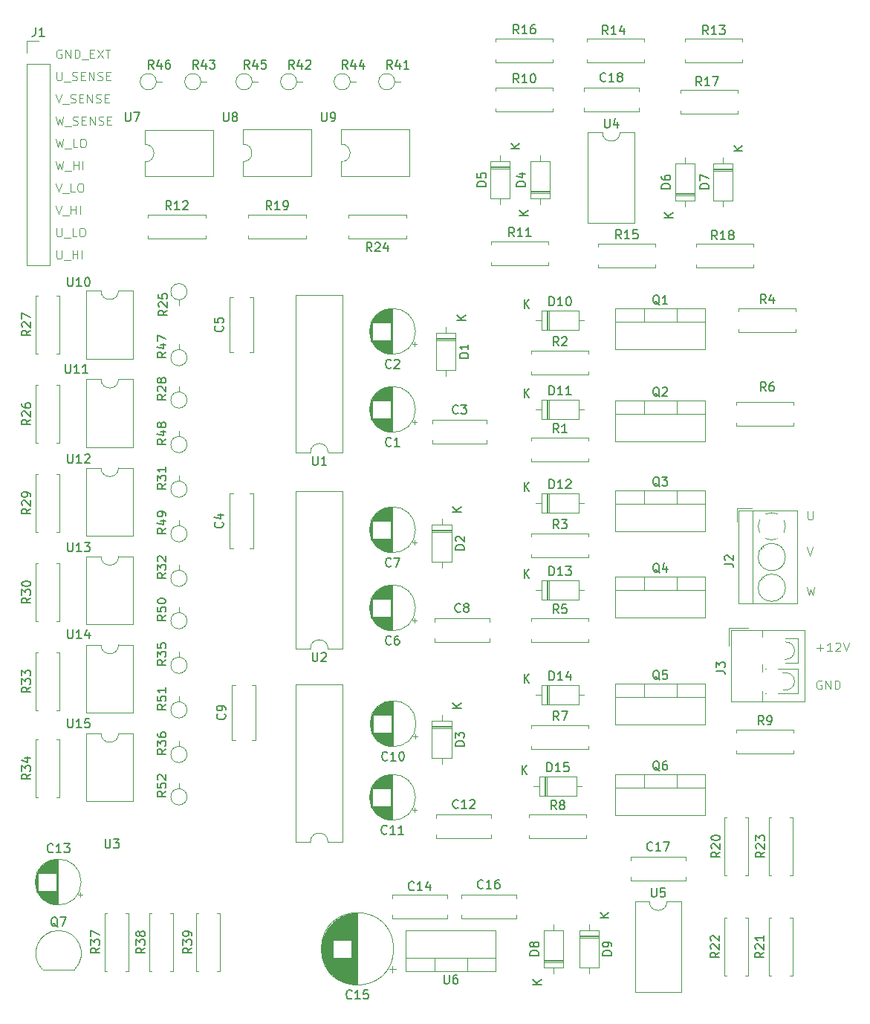
<source format=gbr>
%TF.GenerationSoftware,KiCad,Pcbnew,8.0.7*%
%TF.CreationDate,2025-01-10T08:42:05-05:00*%
%TF.ProjectId,esc,6573632e-6b69-4636-9164-5f7063625858,rev?*%
%TF.SameCoordinates,Original*%
%TF.FileFunction,Legend,Top*%
%TF.FilePolarity,Positive*%
%FSLAX46Y46*%
G04 Gerber Fmt 4.6, Leading zero omitted, Abs format (unit mm)*
G04 Created by KiCad (PCBNEW 8.0.7) date 2025-01-10 08:42:05*
%MOMM*%
%LPD*%
G01*
G04 APERTURE LIST*
%ADD10C,0.100000*%
%ADD11C,0.150000*%
%ADD12C,0.120000*%
G04 APERTURE END LIST*
D10*
X36371884Y-55260419D02*
X36371884Y-56069942D01*
X36371884Y-56069942D02*
X36419503Y-56165180D01*
X36419503Y-56165180D02*
X36467122Y-56212800D01*
X36467122Y-56212800D02*
X36562360Y-56260419D01*
X36562360Y-56260419D02*
X36752836Y-56260419D01*
X36752836Y-56260419D02*
X36848074Y-56212800D01*
X36848074Y-56212800D02*
X36895693Y-56165180D01*
X36895693Y-56165180D02*
X36943312Y-56069942D01*
X36943312Y-56069942D02*
X36943312Y-55260419D01*
X37181408Y-56355657D02*
X37943312Y-56355657D01*
X38181408Y-56260419D02*
X38181408Y-55260419D01*
X38181408Y-55736609D02*
X38752836Y-55736609D01*
X38752836Y-56260419D02*
X38752836Y-55260419D01*
X39229027Y-56260419D02*
X39229027Y-55260419D01*
X36371884Y-52720419D02*
X36371884Y-53529942D01*
X36371884Y-53529942D02*
X36419503Y-53625180D01*
X36419503Y-53625180D02*
X36467122Y-53672800D01*
X36467122Y-53672800D02*
X36562360Y-53720419D01*
X36562360Y-53720419D02*
X36752836Y-53720419D01*
X36752836Y-53720419D02*
X36848074Y-53672800D01*
X36848074Y-53672800D02*
X36895693Y-53625180D01*
X36895693Y-53625180D02*
X36943312Y-53529942D01*
X36943312Y-53529942D02*
X36943312Y-52720419D01*
X37181408Y-53815657D02*
X37943312Y-53815657D01*
X38657598Y-53720419D02*
X38181408Y-53720419D01*
X38181408Y-53720419D02*
X38181408Y-52720419D01*
X39181408Y-52720419D02*
X39371884Y-52720419D01*
X39371884Y-52720419D02*
X39467122Y-52768038D01*
X39467122Y-52768038D02*
X39562360Y-52863276D01*
X39562360Y-52863276D02*
X39609979Y-53053752D01*
X39609979Y-53053752D02*
X39609979Y-53387085D01*
X39609979Y-53387085D02*
X39562360Y-53577561D01*
X39562360Y-53577561D02*
X39467122Y-53672800D01*
X39467122Y-53672800D02*
X39371884Y-53720419D01*
X39371884Y-53720419D02*
X39181408Y-53720419D01*
X39181408Y-53720419D02*
X39086170Y-53672800D01*
X39086170Y-53672800D02*
X38990932Y-53577561D01*
X38990932Y-53577561D02*
X38943313Y-53387085D01*
X38943313Y-53387085D02*
X38943313Y-53053752D01*
X38943313Y-53053752D02*
X38990932Y-52863276D01*
X38990932Y-52863276D02*
X39086170Y-52768038D01*
X39086170Y-52768038D02*
X39181408Y-52720419D01*
X36229027Y-50180419D02*
X36562360Y-51180419D01*
X36562360Y-51180419D02*
X36895693Y-50180419D01*
X36990932Y-51275657D02*
X37752836Y-51275657D01*
X37990932Y-51180419D02*
X37990932Y-50180419D01*
X37990932Y-50656609D02*
X38562360Y-50656609D01*
X38562360Y-51180419D02*
X38562360Y-50180419D01*
X39038551Y-51180419D02*
X39038551Y-50180419D01*
X36229027Y-47640419D02*
X36562360Y-48640419D01*
X36562360Y-48640419D02*
X36895693Y-47640419D01*
X36990932Y-48735657D02*
X37752836Y-48735657D01*
X38467122Y-48640419D02*
X37990932Y-48640419D01*
X37990932Y-48640419D02*
X37990932Y-47640419D01*
X38990932Y-47640419D02*
X39181408Y-47640419D01*
X39181408Y-47640419D02*
X39276646Y-47688038D01*
X39276646Y-47688038D02*
X39371884Y-47783276D01*
X39371884Y-47783276D02*
X39419503Y-47973752D01*
X39419503Y-47973752D02*
X39419503Y-48307085D01*
X39419503Y-48307085D02*
X39371884Y-48497561D01*
X39371884Y-48497561D02*
X39276646Y-48592800D01*
X39276646Y-48592800D02*
X39181408Y-48640419D01*
X39181408Y-48640419D02*
X38990932Y-48640419D01*
X38990932Y-48640419D02*
X38895694Y-48592800D01*
X38895694Y-48592800D02*
X38800456Y-48497561D01*
X38800456Y-48497561D02*
X38752837Y-48307085D01*
X38752837Y-48307085D02*
X38752837Y-47973752D01*
X38752837Y-47973752D02*
X38800456Y-47783276D01*
X38800456Y-47783276D02*
X38895694Y-47688038D01*
X38895694Y-47688038D02*
X38990932Y-47640419D01*
X36276646Y-45100419D02*
X36514741Y-46100419D01*
X36514741Y-46100419D02*
X36705217Y-45386133D01*
X36705217Y-45386133D02*
X36895693Y-46100419D01*
X36895693Y-46100419D02*
X37133789Y-45100419D01*
X37276646Y-46195657D02*
X38038550Y-46195657D01*
X38276646Y-46100419D02*
X38276646Y-45100419D01*
X38276646Y-45576609D02*
X38848074Y-45576609D01*
X38848074Y-46100419D02*
X38848074Y-45100419D01*
X39324265Y-46100419D02*
X39324265Y-45100419D01*
X36276646Y-42560419D02*
X36514741Y-43560419D01*
X36514741Y-43560419D02*
X36705217Y-42846133D01*
X36705217Y-42846133D02*
X36895693Y-43560419D01*
X36895693Y-43560419D02*
X37133789Y-42560419D01*
X37276646Y-43655657D02*
X38038550Y-43655657D01*
X38752836Y-43560419D02*
X38276646Y-43560419D01*
X38276646Y-43560419D02*
X38276646Y-42560419D01*
X39276646Y-42560419D02*
X39467122Y-42560419D01*
X39467122Y-42560419D02*
X39562360Y-42608038D01*
X39562360Y-42608038D02*
X39657598Y-42703276D01*
X39657598Y-42703276D02*
X39705217Y-42893752D01*
X39705217Y-42893752D02*
X39705217Y-43227085D01*
X39705217Y-43227085D02*
X39657598Y-43417561D01*
X39657598Y-43417561D02*
X39562360Y-43512800D01*
X39562360Y-43512800D02*
X39467122Y-43560419D01*
X39467122Y-43560419D02*
X39276646Y-43560419D01*
X39276646Y-43560419D02*
X39181408Y-43512800D01*
X39181408Y-43512800D02*
X39086170Y-43417561D01*
X39086170Y-43417561D02*
X39038551Y-43227085D01*
X39038551Y-43227085D02*
X39038551Y-42893752D01*
X39038551Y-42893752D02*
X39086170Y-42703276D01*
X39086170Y-42703276D02*
X39181408Y-42608038D01*
X39181408Y-42608038D02*
X39276646Y-42560419D01*
X36276646Y-40020419D02*
X36514741Y-41020419D01*
X36514741Y-41020419D02*
X36705217Y-40306133D01*
X36705217Y-40306133D02*
X36895693Y-41020419D01*
X36895693Y-41020419D02*
X37133789Y-40020419D01*
X37276646Y-41115657D02*
X38038550Y-41115657D01*
X38229027Y-40972800D02*
X38371884Y-41020419D01*
X38371884Y-41020419D02*
X38609979Y-41020419D01*
X38609979Y-41020419D02*
X38705217Y-40972800D01*
X38705217Y-40972800D02*
X38752836Y-40925180D01*
X38752836Y-40925180D02*
X38800455Y-40829942D01*
X38800455Y-40829942D02*
X38800455Y-40734704D01*
X38800455Y-40734704D02*
X38752836Y-40639466D01*
X38752836Y-40639466D02*
X38705217Y-40591847D01*
X38705217Y-40591847D02*
X38609979Y-40544228D01*
X38609979Y-40544228D02*
X38419503Y-40496609D01*
X38419503Y-40496609D02*
X38324265Y-40448990D01*
X38324265Y-40448990D02*
X38276646Y-40401371D01*
X38276646Y-40401371D02*
X38229027Y-40306133D01*
X38229027Y-40306133D02*
X38229027Y-40210895D01*
X38229027Y-40210895D02*
X38276646Y-40115657D01*
X38276646Y-40115657D02*
X38324265Y-40068038D01*
X38324265Y-40068038D02*
X38419503Y-40020419D01*
X38419503Y-40020419D02*
X38657598Y-40020419D01*
X38657598Y-40020419D02*
X38800455Y-40068038D01*
X39229027Y-40496609D02*
X39562360Y-40496609D01*
X39705217Y-41020419D02*
X39229027Y-41020419D01*
X39229027Y-41020419D02*
X39229027Y-40020419D01*
X39229027Y-40020419D02*
X39705217Y-40020419D01*
X40133789Y-41020419D02*
X40133789Y-40020419D01*
X40133789Y-40020419D02*
X40705217Y-41020419D01*
X40705217Y-41020419D02*
X40705217Y-40020419D01*
X41133789Y-40972800D02*
X41276646Y-41020419D01*
X41276646Y-41020419D02*
X41514741Y-41020419D01*
X41514741Y-41020419D02*
X41609979Y-40972800D01*
X41609979Y-40972800D02*
X41657598Y-40925180D01*
X41657598Y-40925180D02*
X41705217Y-40829942D01*
X41705217Y-40829942D02*
X41705217Y-40734704D01*
X41705217Y-40734704D02*
X41657598Y-40639466D01*
X41657598Y-40639466D02*
X41609979Y-40591847D01*
X41609979Y-40591847D02*
X41514741Y-40544228D01*
X41514741Y-40544228D02*
X41324265Y-40496609D01*
X41324265Y-40496609D02*
X41229027Y-40448990D01*
X41229027Y-40448990D02*
X41181408Y-40401371D01*
X41181408Y-40401371D02*
X41133789Y-40306133D01*
X41133789Y-40306133D02*
X41133789Y-40210895D01*
X41133789Y-40210895D02*
X41181408Y-40115657D01*
X41181408Y-40115657D02*
X41229027Y-40068038D01*
X41229027Y-40068038D02*
X41324265Y-40020419D01*
X41324265Y-40020419D02*
X41562360Y-40020419D01*
X41562360Y-40020419D02*
X41705217Y-40068038D01*
X42133789Y-40496609D02*
X42467122Y-40496609D01*
X42609979Y-41020419D02*
X42133789Y-41020419D01*
X42133789Y-41020419D02*
X42133789Y-40020419D01*
X42133789Y-40020419D02*
X42609979Y-40020419D01*
X36229027Y-37480419D02*
X36562360Y-38480419D01*
X36562360Y-38480419D02*
X36895693Y-37480419D01*
X36990932Y-38575657D02*
X37752836Y-38575657D01*
X37943313Y-38432800D02*
X38086170Y-38480419D01*
X38086170Y-38480419D02*
X38324265Y-38480419D01*
X38324265Y-38480419D02*
X38419503Y-38432800D01*
X38419503Y-38432800D02*
X38467122Y-38385180D01*
X38467122Y-38385180D02*
X38514741Y-38289942D01*
X38514741Y-38289942D02*
X38514741Y-38194704D01*
X38514741Y-38194704D02*
X38467122Y-38099466D01*
X38467122Y-38099466D02*
X38419503Y-38051847D01*
X38419503Y-38051847D02*
X38324265Y-38004228D01*
X38324265Y-38004228D02*
X38133789Y-37956609D01*
X38133789Y-37956609D02*
X38038551Y-37908990D01*
X38038551Y-37908990D02*
X37990932Y-37861371D01*
X37990932Y-37861371D02*
X37943313Y-37766133D01*
X37943313Y-37766133D02*
X37943313Y-37670895D01*
X37943313Y-37670895D02*
X37990932Y-37575657D01*
X37990932Y-37575657D02*
X38038551Y-37528038D01*
X38038551Y-37528038D02*
X38133789Y-37480419D01*
X38133789Y-37480419D02*
X38371884Y-37480419D01*
X38371884Y-37480419D02*
X38514741Y-37528038D01*
X38943313Y-37956609D02*
X39276646Y-37956609D01*
X39419503Y-38480419D02*
X38943313Y-38480419D01*
X38943313Y-38480419D02*
X38943313Y-37480419D01*
X38943313Y-37480419D02*
X39419503Y-37480419D01*
X39848075Y-38480419D02*
X39848075Y-37480419D01*
X39848075Y-37480419D02*
X40419503Y-38480419D01*
X40419503Y-38480419D02*
X40419503Y-37480419D01*
X40848075Y-38432800D02*
X40990932Y-38480419D01*
X40990932Y-38480419D02*
X41229027Y-38480419D01*
X41229027Y-38480419D02*
X41324265Y-38432800D01*
X41324265Y-38432800D02*
X41371884Y-38385180D01*
X41371884Y-38385180D02*
X41419503Y-38289942D01*
X41419503Y-38289942D02*
X41419503Y-38194704D01*
X41419503Y-38194704D02*
X41371884Y-38099466D01*
X41371884Y-38099466D02*
X41324265Y-38051847D01*
X41324265Y-38051847D02*
X41229027Y-38004228D01*
X41229027Y-38004228D02*
X41038551Y-37956609D01*
X41038551Y-37956609D02*
X40943313Y-37908990D01*
X40943313Y-37908990D02*
X40895694Y-37861371D01*
X40895694Y-37861371D02*
X40848075Y-37766133D01*
X40848075Y-37766133D02*
X40848075Y-37670895D01*
X40848075Y-37670895D02*
X40895694Y-37575657D01*
X40895694Y-37575657D02*
X40943313Y-37528038D01*
X40943313Y-37528038D02*
X41038551Y-37480419D01*
X41038551Y-37480419D02*
X41276646Y-37480419D01*
X41276646Y-37480419D02*
X41419503Y-37528038D01*
X41848075Y-37956609D02*
X42181408Y-37956609D01*
X42324265Y-38480419D02*
X41848075Y-38480419D01*
X41848075Y-38480419D02*
X41848075Y-37480419D01*
X41848075Y-37480419D02*
X42324265Y-37480419D01*
X36371884Y-34940419D02*
X36371884Y-35749942D01*
X36371884Y-35749942D02*
X36419503Y-35845180D01*
X36419503Y-35845180D02*
X36467122Y-35892800D01*
X36467122Y-35892800D02*
X36562360Y-35940419D01*
X36562360Y-35940419D02*
X36752836Y-35940419D01*
X36752836Y-35940419D02*
X36848074Y-35892800D01*
X36848074Y-35892800D02*
X36895693Y-35845180D01*
X36895693Y-35845180D02*
X36943312Y-35749942D01*
X36943312Y-35749942D02*
X36943312Y-34940419D01*
X37181408Y-36035657D02*
X37943312Y-36035657D01*
X38133789Y-35892800D02*
X38276646Y-35940419D01*
X38276646Y-35940419D02*
X38514741Y-35940419D01*
X38514741Y-35940419D02*
X38609979Y-35892800D01*
X38609979Y-35892800D02*
X38657598Y-35845180D01*
X38657598Y-35845180D02*
X38705217Y-35749942D01*
X38705217Y-35749942D02*
X38705217Y-35654704D01*
X38705217Y-35654704D02*
X38657598Y-35559466D01*
X38657598Y-35559466D02*
X38609979Y-35511847D01*
X38609979Y-35511847D02*
X38514741Y-35464228D01*
X38514741Y-35464228D02*
X38324265Y-35416609D01*
X38324265Y-35416609D02*
X38229027Y-35368990D01*
X38229027Y-35368990D02*
X38181408Y-35321371D01*
X38181408Y-35321371D02*
X38133789Y-35226133D01*
X38133789Y-35226133D02*
X38133789Y-35130895D01*
X38133789Y-35130895D02*
X38181408Y-35035657D01*
X38181408Y-35035657D02*
X38229027Y-34988038D01*
X38229027Y-34988038D02*
X38324265Y-34940419D01*
X38324265Y-34940419D02*
X38562360Y-34940419D01*
X38562360Y-34940419D02*
X38705217Y-34988038D01*
X39133789Y-35416609D02*
X39467122Y-35416609D01*
X39609979Y-35940419D02*
X39133789Y-35940419D01*
X39133789Y-35940419D02*
X39133789Y-34940419D01*
X39133789Y-34940419D02*
X39609979Y-34940419D01*
X40038551Y-35940419D02*
X40038551Y-34940419D01*
X40038551Y-34940419D02*
X40609979Y-35940419D01*
X40609979Y-35940419D02*
X40609979Y-34940419D01*
X41038551Y-35892800D02*
X41181408Y-35940419D01*
X41181408Y-35940419D02*
X41419503Y-35940419D01*
X41419503Y-35940419D02*
X41514741Y-35892800D01*
X41514741Y-35892800D02*
X41562360Y-35845180D01*
X41562360Y-35845180D02*
X41609979Y-35749942D01*
X41609979Y-35749942D02*
X41609979Y-35654704D01*
X41609979Y-35654704D02*
X41562360Y-35559466D01*
X41562360Y-35559466D02*
X41514741Y-35511847D01*
X41514741Y-35511847D02*
X41419503Y-35464228D01*
X41419503Y-35464228D02*
X41229027Y-35416609D01*
X41229027Y-35416609D02*
X41133789Y-35368990D01*
X41133789Y-35368990D02*
X41086170Y-35321371D01*
X41086170Y-35321371D02*
X41038551Y-35226133D01*
X41038551Y-35226133D02*
X41038551Y-35130895D01*
X41038551Y-35130895D02*
X41086170Y-35035657D01*
X41086170Y-35035657D02*
X41133789Y-34988038D01*
X41133789Y-34988038D02*
X41229027Y-34940419D01*
X41229027Y-34940419D02*
X41467122Y-34940419D01*
X41467122Y-34940419D02*
X41609979Y-34988038D01*
X42038551Y-35416609D02*
X42371884Y-35416609D01*
X42514741Y-35940419D02*
X42038551Y-35940419D01*
X42038551Y-35940419D02*
X42038551Y-34940419D01*
X42038551Y-34940419D02*
X42514741Y-34940419D01*
X36895693Y-32448038D02*
X36800455Y-32400419D01*
X36800455Y-32400419D02*
X36657598Y-32400419D01*
X36657598Y-32400419D02*
X36514741Y-32448038D01*
X36514741Y-32448038D02*
X36419503Y-32543276D01*
X36419503Y-32543276D02*
X36371884Y-32638514D01*
X36371884Y-32638514D02*
X36324265Y-32828990D01*
X36324265Y-32828990D02*
X36324265Y-32971847D01*
X36324265Y-32971847D02*
X36371884Y-33162323D01*
X36371884Y-33162323D02*
X36419503Y-33257561D01*
X36419503Y-33257561D02*
X36514741Y-33352800D01*
X36514741Y-33352800D02*
X36657598Y-33400419D01*
X36657598Y-33400419D02*
X36752836Y-33400419D01*
X36752836Y-33400419D02*
X36895693Y-33352800D01*
X36895693Y-33352800D02*
X36943312Y-33305180D01*
X36943312Y-33305180D02*
X36943312Y-32971847D01*
X36943312Y-32971847D02*
X36752836Y-32971847D01*
X37371884Y-33400419D02*
X37371884Y-32400419D01*
X37371884Y-32400419D02*
X37943312Y-33400419D01*
X37943312Y-33400419D02*
X37943312Y-32400419D01*
X38419503Y-33400419D02*
X38419503Y-32400419D01*
X38419503Y-32400419D02*
X38657598Y-32400419D01*
X38657598Y-32400419D02*
X38800455Y-32448038D01*
X38800455Y-32448038D02*
X38895693Y-32543276D01*
X38895693Y-32543276D02*
X38943312Y-32638514D01*
X38943312Y-32638514D02*
X38990931Y-32828990D01*
X38990931Y-32828990D02*
X38990931Y-32971847D01*
X38990931Y-32971847D02*
X38943312Y-33162323D01*
X38943312Y-33162323D02*
X38895693Y-33257561D01*
X38895693Y-33257561D02*
X38800455Y-33352800D01*
X38800455Y-33352800D02*
X38657598Y-33400419D01*
X38657598Y-33400419D02*
X38419503Y-33400419D01*
X39181408Y-33495657D02*
X39943312Y-33495657D01*
X40181408Y-32876609D02*
X40514741Y-32876609D01*
X40657598Y-33400419D02*
X40181408Y-33400419D01*
X40181408Y-33400419D02*
X40181408Y-32400419D01*
X40181408Y-32400419D02*
X40657598Y-32400419D01*
X40990932Y-32400419D02*
X41657598Y-33400419D01*
X41657598Y-32400419D02*
X40990932Y-33400419D01*
X41895694Y-32400419D02*
X42467122Y-32400419D01*
X42181408Y-33400419D02*
X42181408Y-32400419D01*
X123509693Y-104330038D02*
X123414455Y-104282419D01*
X123414455Y-104282419D02*
X123271598Y-104282419D01*
X123271598Y-104282419D02*
X123128741Y-104330038D01*
X123128741Y-104330038D02*
X123033503Y-104425276D01*
X123033503Y-104425276D02*
X122985884Y-104520514D01*
X122985884Y-104520514D02*
X122938265Y-104710990D01*
X122938265Y-104710990D02*
X122938265Y-104853847D01*
X122938265Y-104853847D02*
X122985884Y-105044323D01*
X122985884Y-105044323D02*
X123033503Y-105139561D01*
X123033503Y-105139561D02*
X123128741Y-105234800D01*
X123128741Y-105234800D02*
X123271598Y-105282419D01*
X123271598Y-105282419D02*
X123366836Y-105282419D01*
X123366836Y-105282419D02*
X123509693Y-105234800D01*
X123509693Y-105234800D02*
X123557312Y-105187180D01*
X123557312Y-105187180D02*
X123557312Y-104853847D01*
X123557312Y-104853847D02*
X123366836Y-104853847D01*
X123985884Y-105282419D02*
X123985884Y-104282419D01*
X123985884Y-104282419D02*
X124557312Y-105282419D01*
X124557312Y-105282419D02*
X124557312Y-104282419D01*
X125033503Y-105282419D02*
X125033503Y-104282419D01*
X125033503Y-104282419D02*
X125271598Y-104282419D01*
X125271598Y-104282419D02*
X125414455Y-104330038D01*
X125414455Y-104330038D02*
X125509693Y-104425276D01*
X125509693Y-104425276D02*
X125557312Y-104520514D01*
X125557312Y-104520514D02*
X125604931Y-104710990D01*
X125604931Y-104710990D02*
X125604931Y-104853847D01*
X125604931Y-104853847D02*
X125557312Y-105044323D01*
X125557312Y-105044323D02*
X125509693Y-105139561D01*
X125509693Y-105139561D02*
X125414455Y-105234800D01*
X125414455Y-105234800D02*
X125271598Y-105282419D01*
X125271598Y-105282419D02*
X125033503Y-105282419D01*
X122985884Y-100583466D02*
X123747789Y-100583466D01*
X123366836Y-100964419D02*
X123366836Y-100202514D01*
X124747788Y-100964419D02*
X124176360Y-100964419D01*
X124462074Y-100964419D02*
X124462074Y-99964419D01*
X124462074Y-99964419D02*
X124366836Y-100107276D01*
X124366836Y-100107276D02*
X124271598Y-100202514D01*
X124271598Y-100202514D02*
X124176360Y-100250133D01*
X125128741Y-100059657D02*
X125176360Y-100012038D01*
X125176360Y-100012038D02*
X125271598Y-99964419D01*
X125271598Y-99964419D02*
X125509693Y-99964419D01*
X125509693Y-99964419D02*
X125604931Y-100012038D01*
X125604931Y-100012038D02*
X125652550Y-100059657D01*
X125652550Y-100059657D02*
X125700169Y-100154895D01*
X125700169Y-100154895D02*
X125700169Y-100250133D01*
X125700169Y-100250133D02*
X125652550Y-100392990D01*
X125652550Y-100392990D02*
X125081122Y-100964419D01*
X125081122Y-100964419D02*
X125700169Y-100964419D01*
X125985884Y-99964419D02*
X126319217Y-100964419D01*
X126319217Y-100964419D02*
X126652550Y-99964419D01*
X121874646Y-93614419D02*
X122112741Y-94614419D01*
X122112741Y-94614419D02*
X122303217Y-93900133D01*
X122303217Y-93900133D02*
X122493693Y-94614419D01*
X122493693Y-94614419D02*
X122731789Y-93614419D01*
X121827027Y-89098419D02*
X122160360Y-90098419D01*
X122160360Y-90098419D02*
X122493693Y-89098419D01*
X121969884Y-84978419D02*
X121969884Y-85787942D01*
X121969884Y-85787942D02*
X122017503Y-85883180D01*
X122017503Y-85883180D02*
X122065122Y-85930800D01*
X122065122Y-85930800D02*
X122160360Y-85978419D01*
X122160360Y-85978419D02*
X122350836Y-85978419D01*
X122350836Y-85978419D02*
X122446074Y-85930800D01*
X122446074Y-85930800D02*
X122493693Y-85883180D01*
X122493693Y-85883180D02*
X122541312Y-85787942D01*
X122541312Y-85787942D02*
X122541312Y-84978419D01*
D11*
X33390819Y-114942857D02*
X32914628Y-115276190D01*
X33390819Y-115514285D02*
X32390819Y-115514285D01*
X32390819Y-115514285D02*
X32390819Y-115133333D01*
X32390819Y-115133333D02*
X32438438Y-115038095D01*
X32438438Y-115038095D02*
X32486057Y-114990476D01*
X32486057Y-114990476D02*
X32581295Y-114942857D01*
X32581295Y-114942857D02*
X32724152Y-114942857D01*
X32724152Y-114942857D02*
X32819390Y-114990476D01*
X32819390Y-114990476D02*
X32867009Y-115038095D01*
X32867009Y-115038095D02*
X32914628Y-115133333D01*
X32914628Y-115133333D02*
X32914628Y-115514285D01*
X32390819Y-114609523D02*
X32390819Y-113990476D01*
X32390819Y-113990476D02*
X32771771Y-114323809D01*
X32771771Y-114323809D02*
X32771771Y-114180952D01*
X32771771Y-114180952D02*
X32819390Y-114085714D01*
X32819390Y-114085714D02*
X32867009Y-114038095D01*
X32867009Y-114038095D02*
X32962247Y-113990476D01*
X32962247Y-113990476D02*
X33200342Y-113990476D01*
X33200342Y-113990476D02*
X33295580Y-114038095D01*
X33295580Y-114038095D02*
X33343200Y-114085714D01*
X33343200Y-114085714D02*
X33390819Y-114180952D01*
X33390819Y-114180952D02*
X33390819Y-114466666D01*
X33390819Y-114466666D02*
X33343200Y-114561904D01*
X33343200Y-114561904D02*
X33295580Y-114609523D01*
X32724152Y-113133333D02*
X33390819Y-113133333D01*
X32343200Y-113371428D02*
X33057485Y-113609523D01*
X33057485Y-113609523D02*
X33057485Y-112990476D01*
X33390819Y-105036857D02*
X32914628Y-105370190D01*
X33390819Y-105608285D02*
X32390819Y-105608285D01*
X32390819Y-105608285D02*
X32390819Y-105227333D01*
X32390819Y-105227333D02*
X32438438Y-105132095D01*
X32438438Y-105132095D02*
X32486057Y-105084476D01*
X32486057Y-105084476D02*
X32581295Y-105036857D01*
X32581295Y-105036857D02*
X32724152Y-105036857D01*
X32724152Y-105036857D02*
X32819390Y-105084476D01*
X32819390Y-105084476D02*
X32867009Y-105132095D01*
X32867009Y-105132095D02*
X32914628Y-105227333D01*
X32914628Y-105227333D02*
X32914628Y-105608285D01*
X32390819Y-104703523D02*
X32390819Y-104084476D01*
X32390819Y-104084476D02*
X32771771Y-104417809D01*
X32771771Y-104417809D02*
X32771771Y-104274952D01*
X32771771Y-104274952D02*
X32819390Y-104179714D01*
X32819390Y-104179714D02*
X32867009Y-104132095D01*
X32867009Y-104132095D02*
X32962247Y-104084476D01*
X32962247Y-104084476D02*
X33200342Y-104084476D01*
X33200342Y-104084476D02*
X33295580Y-104132095D01*
X33295580Y-104132095D02*
X33343200Y-104179714D01*
X33343200Y-104179714D02*
X33390819Y-104274952D01*
X33390819Y-104274952D02*
X33390819Y-104560666D01*
X33390819Y-104560666D02*
X33343200Y-104655904D01*
X33343200Y-104655904D02*
X33295580Y-104703523D01*
X32390819Y-103751142D02*
X32390819Y-103132095D01*
X32390819Y-103132095D02*
X32771771Y-103465428D01*
X32771771Y-103465428D02*
X32771771Y-103322571D01*
X32771771Y-103322571D02*
X32819390Y-103227333D01*
X32819390Y-103227333D02*
X32867009Y-103179714D01*
X32867009Y-103179714D02*
X32962247Y-103132095D01*
X32962247Y-103132095D02*
X33200342Y-103132095D01*
X33200342Y-103132095D02*
X33295580Y-103179714D01*
X33295580Y-103179714D02*
X33343200Y-103227333D01*
X33343200Y-103227333D02*
X33390819Y-103322571D01*
X33390819Y-103322571D02*
X33390819Y-103608285D01*
X33390819Y-103608285D02*
X33343200Y-103703523D01*
X33343200Y-103703523D02*
X33295580Y-103751142D01*
X33390819Y-94876857D02*
X32914628Y-95210190D01*
X33390819Y-95448285D02*
X32390819Y-95448285D01*
X32390819Y-95448285D02*
X32390819Y-95067333D01*
X32390819Y-95067333D02*
X32438438Y-94972095D01*
X32438438Y-94972095D02*
X32486057Y-94924476D01*
X32486057Y-94924476D02*
X32581295Y-94876857D01*
X32581295Y-94876857D02*
X32724152Y-94876857D01*
X32724152Y-94876857D02*
X32819390Y-94924476D01*
X32819390Y-94924476D02*
X32867009Y-94972095D01*
X32867009Y-94972095D02*
X32914628Y-95067333D01*
X32914628Y-95067333D02*
X32914628Y-95448285D01*
X32390819Y-94543523D02*
X32390819Y-93924476D01*
X32390819Y-93924476D02*
X32771771Y-94257809D01*
X32771771Y-94257809D02*
X32771771Y-94114952D01*
X32771771Y-94114952D02*
X32819390Y-94019714D01*
X32819390Y-94019714D02*
X32867009Y-93972095D01*
X32867009Y-93972095D02*
X32962247Y-93924476D01*
X32962247Y-93924476D02*
X33200342Y-93924476D01*
X33200342Y-93924476D02*
X33295580Y-93972095D01*
X33295580Y-93972095D02*
X33343200Y-94019714D01*
X33343200Y-94019714D02*
X33390819Y-94114952D01*
X33390819Y-94114952D02*
X33390819Y-94400666D01*
X33390819Y-94400666D02*
X33343200Y-94495904D01*
X33343200Y-94495904D02*
X33295580Y-94543523D01*
X32390819Y-93305428D02*
X32390819Y-93210190D01*
X32390819Y-93210190D02*
X32438438Y-93114952D01*
X32438438Y-93114952D02*
X32486057Y-93067333D01*
X32486057Y-93067333D02*
X32581295Y-93019714D01*
X32581295Y-93019714D02*
X32771771Y-92972095D01*
X32771771Y-92972095D02*
X33009866Y-92972095D01*
X33009866Y-92972095D02*
X33200342Y-93019714D01*
X33200342Y-93019714D02*
X33295580Y-93067333D01*
X33295580Y-93067333D02*
X33343200Y-93114952D01*
X33343200Y-93114952D02*
X33390819Y-93210190D01*
X33390819Y-93210190D02*
X33390819Y-93305428D01*
X33390819Y-93305428D02*
X33343200Y-93400666D01*
X33343200Y-93400666D02*
X33295580Y-93448285D01*
X33295580Y-93448285D02*
X33200342Y-93495904D01*
X33200342Y-93495904D02*
X33009866Y-93543523D01*
X33009866Y-93543523D02*
X32771771Y-93543523D01*
X32771771Y-93543523D02*
X32581295Y-93495904D01*
X32581295Y-93495904D02*
X32486057Y-93448285D01*
X32486057Y-93448285D02*
X32438438Y-93400666D01*
X32438438Y-93400666D02*
X32390819Y-93305428D01*
X33390819Y-84716857D02*
X32914628Y-85050190D01*
X33390819Y-85288285D02*
X32390819Y-85288285D01*
X32390819Y-85288285D02*
X32390819Y-84907333D01*
X32390819Y-84907333D02*
X32438438Y-84812095D01*
X32438438Y-84812095D02*
X32486057Y-84764476D01*
X32486057Y-84764476D02*
X32581295Y-84716857D01*
X32581295Y-84716857D02*
X32724152Y-84716857D01*
X32724152Y-84716857D02*
X32819390Y-84764476D01*
X32819390Y-84764476D02*
X32867009Y-84812095D01*
X32867009Y-84812095D02*
X32914628Y-84907333D01*
X32914628Y-84907333D02*
X32914628Y-85288285D01*
X32486057Y-84335904D02*
X32438438Y-84288285D01*
X32438438Y-84288285D02*
X32390819Y-84193047D01*
X32390819Y-84193047D02*
X32390819Y-83954952D01*
X32390819Y-83954952D02*
X32438438Y-83859714D01*
X32438438Y-83859714D02*
X32486057Y-83812095D01*
X32486057Y-83812095D02*
X32581295Y-83764476D01*
X32581295Y-83764476D02*
X32676533Y-83764476D01*
X32676533Y-83764476D02*
X32819390Y-83812095D01*
X32819390Y-83812095D02*
X33390819Y-84383523D01*
X33390819Y-84383523D02*
X33390819Y-83764476D01*
X33390819Y-83288285D02*
X33390819Y-83097809D01*
X33390819Y-83097809D02*
X33343200Y-83002571D01*
X33343200Y-83002571D02*
X33295580Y-82954952D01*
X33295580Y-82954952D02*
X33152723Y-82859714D01*
X33152723Y-82859714D02*
X32962247Y-82812095D01*
X32962247Y-82812095D02*
X32581295Y-82812095D01*
X32581295Y-82812095D02*
X32486057Y-82859714D01*
X32486057Y-82859714D02*
X32438438Y-82907333D01*
X32438438Y-82907333D02*
X32390819Y-83002571D01*
X32390819Y-83002571D02*
X32390819Y-83193047D01*
X32390819Y-83193047D02*
X32438438Y-83288285D01*
X32438438Y-83288285D02*
X32486057Y-83335904D01*
X32486057Y-83335904D02*
X32581295Y-83383523D01*
X32581295Y-83383523D02*
X32819390Y-83383523D01*
X32819390Y-83383523D02*
X32914628Y-83335904D01*
X32914628Y-83335904D02*
X32962247Y-83288285D01*
X32962247Y-83288285D02*
X33009866Y-83193047D01*
X33009866Y-83193047D02*
X33009866Y-83002571D01*
X33009866Y-83002571D02*
X32962247Y-82907333D01*
X32962247Y-82907333D02*
X32914628Y-82859714D01*
X32914628Y-82859714D02*
X32819390Y-82812095D01*
X33390819Y-74556857D02*
X32914628Y-74890190D01*
X33390819Y-75128285D02*
X32390819Y-75128285D01*
X32390819Y-75128285D02*
X32390819Y-74747333D01*
X32390819Y-74747333D02*
X32438438Y-74652095D01*
X32438438Y-74652095D02*
X32486057Y-74604476D01*
X32486057Y-74604476D02*
X32581295Y-74556857D01*
X32581295Y-74556857D02*
X32724152Y-74556857D01*
X32724152Y-74556857D02*
X32819390Y-74604476D01*
X32819390Y-74604476D02*
X32867009Y-74652095D01*
X32867009Y-74652095D02*
X32914628Y-74747333D01*
X32914628Y-74747333D02*
X32914628Y-75128285D01*
X32486057Y-74175904D02*
X32438438Y-74128285D01*
X32438438Y-74128285D02*
X32390819Y-74033047D01*
X32390819Y-74033047D02*
X32390819Y-73794952D01*
X32390819Y-73794952D02*
X32438438Y-73699714D01*
X32438438Y-73699714D02*
X32486057Y-73652095D01*
X32486057Y-73652095D02*
X32581295Y-73604476D01*
X32581295Y-73604476D02*
X32676533Y-73604476D01*
X32676533Y-73604476D02*
X32819390Y-73652095D01*
X32819390Y-73652095D02*
X33390819Y-74223523D01*
X33390819Y-74223523D02*
X33390819Y-73604476D01*
X32390819Y-72747333D02*
X32390819Y-72937809D01*
X32390819Y-72937809D02*
X32438438Y-73033047D01*
X32438438Y-73033047D02*
X32486057Y-73080666D01*
X32486057Y-73080666D02*
X32628914Y-73175904D01*
X32628914Y-73175904D02*
X32819390Y-73223523D01*
X32819390Y-73223523D02*
X33200342Y-73223523D01*
X33200342Y-73223523D02*
X33295580Y-73175904D01*
X33295580Y-73175904D02*
X33343200Y-73128285D01*
X33343200Y-73128285D02*
X33390819Y-73033047D01*
X33390819Y-73033047D02*
X33390819Y-72842571D01*
X33390819Y-72842571D02*
X33343200Y-72747333D01*
X33343200Y-72747333D02*
X33295580Y-72699714D01*
X33295580Y-72699714D02*
X33200342Y-72652095D01*
X33200342Y-72652095D02*
X32962247Y-72652095D01*
X32962247Y-72652095D02*
X32867009Y-72699714D01*
X32867009Y-72699714D02*
X32819390Y-72747333D01*
X32819390Y-72747333D02*
X32771771Y-72842571D01*
X32771771Y-72842571D02*
X32771771Y-73033047D01*
X32771771Y-73033047D02*
X32819390Y-73128285D01*
X32819390Y-73128285D02*
X32867009Y-73175904D01*
X32867009Y-73175904D02*
X32962247Y-73223523D01*
X33390819Y-64396857D02*
X32914628Y-64730190D01*
X33390819Y-64968285D02*
X32390819Y-64968285D01*
X32390819Y-64968285D02*
X32390819Y-64587333D01*
X32390819Y-64587333D02*
X32438438Y-64492095D01*
X32438438Y-64492095D02*
X32486057Y-64444476D01*
X32486057Y-64444476D02*
X32581295Y-64396857D01*
X32581295Y-64396857D02*
X32724152Y-64396857D01*
X32724152Y-64396857D02*
X32819390Y-64444476D01*
X32819390Y-64444476D02*
X32867009Y-64492095D01*
X32867009Y-64492095D02*
X32914628Y-64587333D01*
X32914628Y-64587333D02*
X32914628Y-64968285D01*
X32486057Y-64015904D02*
X32438438Y-63968285D01*
X32438438Y-63968285D02*
X32390819Y-63873047D01*
X32390819Y-63873047D02*
X32390819Y-63634952D01*
X32390819Y-63634952D02*
X32438438Y-63539714D01*
X32438438Y-63539714D02*
X32486057Y-63492095D01*
X32486057Y-63492095D02*
X32581295Y-63444476D01*
X32581295Y-63444476D02*
X32676533Y-63444476D01*
X32676533Y-63444476D02*
X32819390Y-63492095D01*
X32819390Y-63492095D02*
X33390819Y-64063523D01*
X33390819Y-64063523D02*
X33390819Y-63444476D01*
X32390819Y-63111142D02*
X32390819Y-62444476D01*
X32390819Y-62444476D02*
X33390819Y-62873047D01*
X111521819Y-103203333D02*
X112236104Y-103203333D01*
X112236104Y-103203333D02*
X112378961Y-103250952D01*
X112378961Y-103250952D02*
X112474200Y-103346190D01*
X112474200Y-103346190D02*
X112521819Y-103489047D01*
X112521819Y-103489047D02*
X112521819Y-103584285D01*
X111521819Y-102822380D02*
X111521819Y-102203333D01*
X111521819Y-102203333D02*
X111902771Y-102536666D01*
X111902771Y-102536666D02*
X111902771Y-102393809D01*
X111902771Y-102393809D02*
X111950390Y-102298571D01*
X111950390Y-102298571D02*
X111998009Y-102250952D01*
X111998009Y-102250952D02*
X112093247Y-102203333D01*
X112093247Y-102203333D02*
X112331342Y-102203333D01*
X112331342Y-102203333D02*
X112426580Y-102250952D01*
X112426580Y-102250952D02*
X112474200Y-102298571D01*
X112474200Y-102298571D02*
X112521819Y-102393809D01*
X112521819Y-102393809D02*
X112521819Y-102679523D01*
X112521819Y-102679523D02*
X112474200Y-102774761D01*
X112474200Y-102774761D02*
X112426580Y-102822380D01*
X112484819Y-91011333D02*
X113199104Y-91011333D01*
X113199104Y-91011333D02*
X113341961Y-91058952D01*
X113341961Y-91058952D02*
X113437200Y-91154190D01*
X113437200Y-91154190D02*
X113484819Y-91297047D01*
X113484819Y-91297047D02*
X113484819Y-91392285D01*
X112580057Y-90582761D02*
X112532438Y-90535142D01*
X112532438Y-90535142D02*
X112484819Y-90439904D01*
X112484819Y-90439904D02*
X112484819Y-90201809D01*
X112484819Y-90201809D02*
X112532438Y-90106571D01*
X112532438Y-90106571D02*
X112580057Y-90058952D01*
X112580057Y-90058952D02*
X112675295Y-90011333D01*
X112675295Y-90011333D02*
X112770533Y-90011333D01*
X112770533Y-90011333D02*
X112913390Y-90058952D01*
X112913390Y-90058952D02*
X113484819Y-90630380D01*
X113484819Y-90630380D02*
X113484819Y-90011333D01*
X82121142Y-118763580D02*
X82073523Y-118811200D01*
X82073523Y-118811200D02*
X81930666Y-118858819D01*
X81930666Y-118858819D02*
X81835428Y-118858819D01*
X81835428Y-118858819D02*
X81692571Y-118811200D01*
X81692571Y-118811200D02*
X81597333Y-118715961D01*
X81597333Y-118715961D02*
X81549714Y-118620723D01*
X81549714Y-118620723D02*
X81502095Y-118430247D01*
X81502095Y-118430247D02*
X81502095Y-118287390D01*
X81502095Y-118287390D02*
X81549714Y-118096914D01*
X81549714Y-118096914D02*
X81597333Y-118001676D01*
X81597333Y-118001676D02*
X81692571Y-117906438D01*
X81692571Y-117906438D02*
X81835428Y-117858819D01*
X81835428Y-117858819D02*
X81930666Y-117858819D01*
X81930666Y-117858819D02*
X82073523Y-117906438D01*
X82073523Y-117906438D02*
X82121142Y-117954057D01*
X83073523Y-118858819D02*
X82502095Y-118858819D01*
X82787809Y-118858819D02*
X82787809Y-117858819D01*
X82787809Y-117858819D02*
X82692571Y-118001676D01*
X82692571Y-118001676D02*
X82597333Y-118096914D01*
X82597333Y-118096914D02*
X82502095Y-118144533D01*
X83454476Y-117954057D02*
X83502095Y-117906438D01*
X83502095Y-117906438D02*
X83597333Y-117858819D01*
X83597333Y-117858819D02*
X83835428Y-117858819D01*
X83835428Y-117858819D02*
X83930666Y-117906438D01*
X83930666Y-117906438D02*
X83978285Y-117954057D01*
X83978285Y-117954057D02*
X84025904Y-118049295D01*
X84025904Y-118049295D02*
X84025904Y-118144533D01*
X84025904Y-118144533D02*
X83978285Y-118287390D01*
X83978285Y-118287390D02*
X83406857Y-118858819D01*
X83406857Y-118858819D02*
X84025904Y-118858819D01*
X98925142Y-35959580D02*
X98877523Y-36007200D01*
X98877523Y-36007200D02*
X98734666Y-36054819D01*
X98734666Y-36054819D02*
X98639428Y-36054819D01*
X98639428Y-36054819D02*
X98496571Y-36007200D01*
X98496571Y-36007200D02*
X98401333Y-35911961D01*
X98401333Y-35911961D02*
X98353714Y-35816723D01*
X98353714Y-35816723D02*
X98306095Y-35626247D01*
X98306095Y-35626247D02*
X98306095Y-35483390D01*
X98306095Y-35483390D02*
X98353714Y-35292914D01*
X98353714Y-35292914D02*
X98401333Y-35197676D01*
X98401333Y-35197676D02*
X98496571Y-35102438D01*
X98496571Y-35102438D02*
X98639428Y-35054819D01*
X98639428Y-35054819D02*
X98734666Y-35054819D01*
X98734666Y-35054819D02*
X98877523Y-35102438D01*
X98877523Y-35102438D02*
X98925142Y-35150057D01*
X99877523Y-36054819D02*
X99306095Y-36054819D01*
X99591809Y-36054819D02*
X99591809Y-35054819D01*
X99591809Y-35054819D02*
X99496571Y-35197676D01*
X99496571Y-35197676D02*
X99401333Y-35292914D01*
X99401333Y-35292914D02*
X99306095Y-35340533D01*
X100448952Y-35483390D02*
X100353714Y-35435771D01*
X100353714Y-35435771D02*
X100306095Y-35388152D01*
X100306095Y-35388152D02*
X100258476Y-35292914D01*
X100258476Y-35292914D02*
X100258476Y-35245295D01*
X100258476Y-35245295D02*
X100306095Y-35150057D01*
X100306095Y-35150057D02*
X100353714Y-35102438D01*
X100353714Y-35102438D02*
X100448952Y-35054819D01*
X100448952Y-35054819D02*
X100639428Y-35054819D01*
X100639428Y-35054819D02*
X100734666Y-35102438D01*
X100734666Y-35102438D02*
X100782285Y-35150057D01*
X100782285Y-35150057D02*
X100829904Y-35245295D01*
X100829904Y-35245295D02*
X100829904Y-35292914D01*
X100829904Y-35292914D02*
X100782285Y-35388152D01*
X100782285Y-35388152D02*
X100734666Y-35435771D01*
X100734666Y-35435771D02*
X100639428Y-35483390D01*
X100639428Y-35483390D02*
X100448952Y-35483390D01*
X100448952Y-35483390D02*
X100353714Y-35531009D01*
X100353714Y-35531009D02*
X100306095Y-35578628D01*
X100306095Y-35578628D02*
X100258476Y-35673866D01*
X100258476Y-35673866D02*
X100258476Y-35864342D01*
X100258476Y-35864342D02*
X100306095Y-35959580D01*
X100306095Y-35959580D02*
X100353714Y-36007200D01*
X100353714Y-36007200D02*
X100448952Y-36054819D01*
X100448952Y-36054819D02*
X100639428Y-36054819D01*
X100639428Y-36054819D02*
X100734666Y-36007200D01*
X100734666Y-36007200D02*
X100782285Y-35959580D01*
X100782285Y-35959580D02*
X100829904Y-35864342D01*
X100829904Y-35864342D02*
X100829904Y-35673866D01*
X100829904Y-35673866D02*
X100782285Y-35578628D01*
X100782285Y-35578628D02*
X100734666Y-35531009D01*
X100734666Y-35531009D02*
X100639428Y-35483390D01*
X104259142Y-123589580D02*
X104211523Y-123637200D01*
X104211523Y-123637200D02*
X104068666Y-123684819D01*
X104068666Y-123684819D02*
X103973428Y-123684819D01*
X103973428Y-123684819D02*
X103830571Y-123637200D01*
X103830571Y-123637200D02*
X103735333Y-123541961D01*
X103735333Y-123541961D02*
X103687714Y-123446723D01*
X103687714Y-123446723D02*
X103640095Y-123256247D01*
X103640095Y-123256247D02*
X103640095Y-123113390D01*
X103640095Y-123113390D02*
X103687714Y-122922914D01*
X103687714Y-122922914D02*
X103735333Y-122827676D01*
X103735333Y-122827676D02*
X103830571Y-122732438D01*
X103830571Y-122732438D02*
X103973428Y-122684819D01*
X103973428Y-122684819D02*
X104068666Y-122684819D01*
X104068666Y-122684819D02*
X104211523Y-122732438D01*
X104211523Y-122732438D02*
X104259142Y-122780057D01*
X105211523Y-123684819D02*
X104640095Y-123684819D01*
X104925809Y-123684819D02*
X104925809Y-122684819D01*
X104925809Y-122684819D02*
X104830571Y-122827676D01*
X104830571Y-122827676D02*
X104735333Y-122922914D01*
X104735333Y-122922914D02*
X104640095Y-122970533D01*
X105544857Y-122684819D02*
X106211523Y-122684819D01*
X106211523Y-122684819D02*
X105782952Y-123684819D01*
X84955142Y-127907580D02*
X84907523Y-127955200D01*
X84907523Y-127955200D02*
X84764666Y-128002819D01*
X84764666Y-128002819D02*
X84669428Y-128002819D01*
X84669428Y-128002819D02*
X84526571Y-127955200D01*
X84526571Y-127955200D02*
X84431333Y-127859961D01*
X84431333Y-127859961D02*
X84383714Y-127764723D01*
X84383714Y-127764723D02*
X84336095Y-127574247D01*
X84336095Y-127574247D02*
X84336095Y-127431390D01*
X84336095Y-127431390D02*
X84383714Y-127240914D01*
X84383714Y-127240914D02*
X84431333Y-127145676D01*
X84431333Y-127145676D02*
X84526571Y-127050438D01*
X84526571Y-127050438D02*
X84669428Y-127002819D01*
X84669428Y-127002819D02*
X84764666Y-127002819D01*
X84764666Y-127002819D02*
X84907523Y-127050438D01*
X84907523Y-127050438D02*
X84955142Y-127098057D01*
X85907523Y-128002819D02*
X85336095Y-128002819D01*
X85621809Y-128002819D02*
X85621809Y-127002819D01*
X85621809Y-127002819D02*
X85526571Y-127145676D01*
X85526571Y-127145676D02*
X85431333Y-127240914D01*
X85431333Y-127240914D02*
X85336095Y-127288533D01*
X86764666Y-127002819D02*
X86574190Y-127002819D01*
X86574190Y-127002819D02*
X86478952Y-127050438D01*
X86478952Y-127050438D02*
X86431333Y-127098057D01*
X86431333Y-127098057D02*
X86336095Y-127240914D01*
X86336095Y-127240914D02*
X86288476Y-127431390D01*
X86288476Y-127431390D02*
X86288476Y-127812342D01*
X86288476Y-127812342D02*
X86336095Y-127907580D01*
X86336095Y-127907580D02*
X86383714Y-127955200D01*
X86383714Y-127955200D02*
X86478952Y-128002819D01*
X86478952Y-128002819D02*
X86669428Y-128002819D01*
X86669428Y-128002819D02*
X86764666Y-127955200D01*
X86764666Y-127955200D02*
X86812285Y-127907580D01*
X86812285Y-127907580D02*
X86859904Y-127812342D01*
X86859904Y-127812342D02*
X86859904Y-127574247D01*
X86859904Y-127574247D02*
X86812285Y-127479009D01*
X86812285Y-127479009D02*
X86764666Y-127431390D01*
X86764666Y-127431390D02*
X86669428Y-127383771D01*
X86669428Y-127383771D02*
X86478952Y-127383771D01*
X86478952Y-127383771D02*
X86383714Y-127431390D01*
X86383714Y-127431390D02*
X86336095Y-127479009D01*
X86336095Y-127479009D02*
X86288476Y-127574247D01*
X77081142Y-128121580D02*
X77033523Y-128169200D01*
X77033523Y-128169200D02*
X76890666Y-128216819D01*
X76890666Y-128216819D02*
X76795428Y-128216819D01*
X76795428Y-128216819D02*
X76652571Y-128169200D01*
X76652571Y-128169200D02*
X76557333Y-128073961D01*
X76557333Y-128073961D02*
X76509714Y-127978723D01*
X76509714Y-127978723D02*
X76462095Y-127788247D01*
X76462095Y-127788247D02*
X76462095Y-127645390D01*
X76462095Y-127645390D02*
X76509714Y-127454914D01*
X76509714Y-127454914D02*
X76557333Y-127359676D01*
X76557333Y-127359676D02*
X76652571Y-127264438D01*
X76652571Y-127264438D02*
X76795428Y-127216819D01*
X76795428Y-127216819D02*
X76890666Y-127216819D01*
X76890666Y-127216819D02*
X77033523Y-127264438D01*
X77033523Y-127264438D02*
X77081142Y-127312057D01*
X78033523Y-128216819D02*
X77462095Y-128216819D01*
X77747809Y-128216819D02*
X77747809Y-127216819D01*
X77747809Y-127216819D02*
X77652571Y-127359676D01*
X77652571Y-127359676D02*
X77557333Y-127454914D01*
X77557333Y-127454914D02*
X77462095Y-127502533D01*
X78890666Y-127550152D02*
X78890666Y-128216819D01*
X78652571Y-127169200D02*
X78414476Y-127883485D01*
X78414476Y-127883485D02*
X79033523Y-127883485D01*
X55517580Y-108116666D02*
X55565200Y-108164285D01*
X55565200Y-108164285D02*
X55612819Y-108307142D01*
X55612819Y-108307142D02*
X55612819Y-108402380D01*
X55612819Y-108402380D02*
X55565200Y-108545237D01*
X55565200Y-108545237D02*
X55469961Y-108640475D01*
X55469961Y-108640475D02*
X55374723Y-108688094D01*
X55374723Y-108688094D02*
X55184247Y-108735713D01*
X55184247Y-108735713D02*
X55041390Y-108735713D01*
X55041390Y-108735713D02*
X54850914Y-108688094D01*
X54850914Y-108688094D02*
X54755676Y-108640475D01*
X54755676Y-108640475D02*
X54660438Y-108545237D01*
X54660438Y-108545237D02*
X54612819Y-108402380D01*
X54612819Y-108402380D02*
X54612819Y-108307142D01*
X54612819Y-108307142D02*
X54660438Y-108164285D01*
X54660438Y-108164285D02*
X54708057Y-108116666D01*
X55612819Y-107640475D02*
X55612819Y-107449999D01*
X55612819Y-107449999D02*
X55565200Y-107354761D01*
X55565200Y-107354761D02*
X55517580Y-107307142D01*
X55517580Y-107307142D02*
X55374723Y-107211904D01*
X55374723Y-107211904D02*
X55184247Y-107164285D01*
X55184247Y-107164285D02*
X54803295Y-107164285D01*
X54803295Y-107164285D02*
X54708057Y-107211904D01*
X54708057Y-107211904D02*
X54660438Y-107259523D01*
X54660438Y-107259523D02*
X54612819Y-107354761D01*
X54612819Y-107354761D02*
X54612819Y-107545237D01*
X54612819Y-107545237D02*
X54660438Y-107640475D01*
X54660438Y-107640475D02*
X54708057Y-107688094D01*
X54708057Y-107688094D02*
X54803295Y-107735713D01*
X54803295Y-107735713D02*
X55041390Y-107735713D01*
X55041390Y-107735713D02*
X55136628Y-107688094D01*
X55136628Y-107688094D02*
X55184247Y-107640475D01*
X55184247Y-107640475D02*
X55231866Y-107545237D01*
X55231866Y-107545237D02*
X55231866Y-107354761D01*
X55231866Y-107354761D02*
X55184247Y-107259523D01*
X55184247Y-107259523D02*
X55136628Y-107211904D01*
X55136628Y-107211904D02*
X55041390Y-107164285D01*
X82383333Y-96411580D02*
X82335714Y-96459200D01*
X82335714Y-96459200D02*
X82192857Y-96506819D01*
X82192857Y-96506819D02*
X82097619Y-96506819D01*
X82097619Y-96506819D02*
X81954762Y-96459200D01*
X81954762Y-96459200D02*
X81859524Y-96363961D01*
X81859524Y-96363961D02*
X81811905Y-96268723D01*
X81811905Y-96268723D02*
X81764286Y-96078247D01*
X81764286Y-96078247D02*
X81764286Y-95935390D01*
X81764286Y-95935390D02*
X81811905Y-95744914D01*
X81811905Y-95744914D02*
X81859524Y-95649676D01*
X81859524Y-95649676D02*
X81954762Y-95554438D01*
X81954762Y-95554438D02*
X82097619Y-95506819D01*
X82097619Y-95506819D02*
X82192857Y-95506819D01*
X82192857Y-95506819D02*
X82335714Y-95554438D01*
X82335714Y-95554438D02*
X82383333Y-95602057D01*
X82954762Y-95935390D02*
X82859524Y-95887771D01*
X82859524Y-95887771D02*
X82811905Y-95840152D01*
X82811905Y-95840152D02*
X82764286Y-95744914D01*
X82764286Y-95744914D02*
X82764286Y-95697295D01*
X82764286Y-95697295D02*
X82811905Y-95602057D01*
X82811905Y-95602057D02*
X82859524Y-95554438D01*
X82859524Y-95554438D02*
X82954762Y-95506819D01*
X82954762Y-95506819D02*
X83145238Y-95506819D01*
X83145238Y-95506819D02*
X83240476Y-95554438D01*
X83240476Y-95554438D02*
X83288095Y-95602057D01*
X83288095Y-95602057D02*
X83335714Y-95697295D01*
X83335714Y-95697295D02*
X83335714Y-95744914D01*
X83335714Y-95744914D02*
X83288095Y-95840152D01*
X83288095Y-95840152D02*
X83240476Y-95887771D01*
X83240476Y-95887771D02*
X83145238Y-95935390D01*
X83145238Y-95935390D02*
X82954762Y-95935390D01*
X82954762Y-95935390D02*
X82859524Y-95983009D01*
X82859524Y-95983009D02*
X82811905Y-96030628D01*
X82811905Y-96030628D02*
X82764286Y-96125866D01*
X82764286Y-96125866D02*
X82764286Y-96316342D01*
X82764286Y-96316342D02*
X82811905Y-96411580D01*
X82811905Y-96411580D02*
X82859524Y-96459200D01*
X82859524Y-96459200D02*
X82954762Y-96506819D01*
X82954762Y-96506819D02*
X83145238Y-96506819D01*
X83145238Y-96506819D02*
X83240476Y-96459200D01*
X83240476Y-96459200D02*
X83288095Y-96411580D01*
X83288095Y-96411580D02*
X83335714Y-96316342D01*
X83335714Y-96316342D02*
X83335714Y-96125866D01*
X83335714Y-96125866D02*
X83288095Y-96030628D01*
X83288095Y-96030628D02*
X83240476Y-95983009D01*
X83240476Y-95983009D02*
X83145238Y-95935390D01*
X55263580Y-63920666D02*
X55311200Y-63968285D01*
X55311200Y-63968285D02*
X55358819Y-64111142D01*
X55358819Y-64111142D02*
X55358819Y-64206380D01*
X55358819Y-64206380D02*
X55311200Y-64349237D01*
X55311200Y-64349237D02*
X55215961Y-64444475D01*
X55215961Y-64444475D02*
X55120723Y-64492094D01*
X55120723Y-64492094D02*
X54930247Y-64539713D01*
X54930247Y-64539713D02*
X54787390Y-64539713D01*
X54787390Y-64539713D02*
X54596914Y-64492094D01*
X54596914Y-64492094D02*
X54501676Y-64444475D01*
X54501676Y-64444475D02*
X54406438Y-64349237D01*
X54406438Y-64349237D02*
X54358819Y-64206380D01*
X54358819Y-64206380D02*
X54358819Y-64111142D01*
X54358819Y-64111142D02*
X54406438Y-63968285D01*
X54406438Y-63968285D02*
X54454057Y-63920666D01*
X54358819Y-63015904D02*
X54358819Y-63492094D01*
X54358819Y-63492094D02*
X54835009Y-63539713D01*
X54835009Y-63539713D02*
X54787390Y-63492094D01*
X54787390Y-63492094D02*
X54739771Y-63396856D01*
X54739771Y-63396856D02*
X54739771Y-63158761D01*
X54739771Y-63158761D02*
X54787390Y-63063523D01*
X54787390Y-63063523D02*
X54835009Y-63015904D01*
X54835009Y-63015904D02*
X54930247Y-62968285D01*
X54930247Y-62968285D02*
X55168342Y-62968285D01*
X55168342Y-62968285D02*
X55263580Y-63015904D01*
X55263580Y-63015904D02*
X55311200Y-63063523D01*
X55311200Y-63063523D02*
X55358819Y-63158761D01*
X55358819Y-63158761D02*
X55358819Y-63396856D01*
X55358819Y-63396856D02*
X55311200Y-63492094D01*
X55311200Y-63492094D02*
X55263580Y-63539713D01*
X55263580Y-86272666D02*
X55311200Y-86320285D01*
X55311200Y-86320285D02*
X55358819Y-86463142D01*
X55358819Y-86463142D02*
X55358819Y-86558380D01*
X55358819Y-86558380D02*
X55311200Y-86701237D01*
X55311200Y-86701237D02*
X55215961Y-86796475D01*
X55215961Y-86796475D02*
X55120723Y-86844094D01*
X55120723Y-86844094D02*
X54930247Y-86891713D01*
X54930247Y-86891713D02*
X54787390Y-86891713D01*
X54787390Y-86891713D02*
X54596914Y-86844094D01*
X54596914Y-86844094D02*
X54501676Y-86796475D01*
X54501676Y-86796475D02*
X54406438Y-86701237D01*
X54406438Y-86701237D02*
X54358819Y-86558380D01*
X54358819Y-86558380D02*
X54358819Y-86463142D01*
X54358819Y-86463142D02*
X54406438Y-86320285D01*
X54406438Y-86320285D02*
X54454057Y-86272666D01*
X54692152Y-85415523D02*
X55358819Y-85415523D01*
X54311200Y-85653618D02*
X55025485Y-85891713D01*
X55025485Y-85891713D02*
X55025485Y-85272666D01*
X82104446Y-73805580D02*
X82056827Y-73853200D01*
X82056827Y-73853200D02*
X81913970Y-73900819D01*
X81913970Y-73900819D02*
X81818732Y-73900819D01*
X81818732Y-73900819D02*
X81675875Y-73853200D01*
X81675875Y-73853200D02*
X81580637Y-73757961D01*
X81580637Y-73757961D02*
X81533018Y-73662723D01*
X81533018Y-73662723D02*
X81485399Y-73472247D01*
X81485399Y-73472247D02*
X81485399Y-73329390D01*
X81485399Y-73329390D02*
X81533018Y-73138914D01*
X81533018Y-73138914D02*
X81580637Y-73043676D01*
X81580637Y-73043676D02*
X81675875Y-72948438D01*
X81675875Y-72948438D02*
X81818732Y-72900819D01*
X81818732Y-72900819D02*
X81913970Y-72900819D01*
X81913970Y-72900819D02*
X82056827Y-72948438D01*
X82056827Y-72948438D02*
X82104446Y-72996057D01*
X82437780Y-72900819D02*
X83056827Y-72900819D01*
X83056827Y-72900819D02*
X82723494Y-73281771D01*
X82723494Y-73281771D02*
X82866351Y-73281771D01*
X82866351Y-73281771D02*
X82961589Y-73329390D01*
X82961589Y-73329390D02*
X83009208Y-73377009D01*
X83009208Y-73377009D02*
X83056827Y-73472247D01*
X83056827Y-73472247D02*
X83056827Y-73710342D01*
X83056827Y-73710342D02*
X83009208Y-73805580D01*
X83009208Y-73805580D02*
X82961589Y-73853200D01*
X82961589Y-73853200D02*
X82866351Y-73900819D01*
X82866351Y-73900819D02*
X82580637Y-73900819D01*
X82580637Y-73900819D02*
X82485399Y-73853200D01*
X82485399Y-73853200D02*
X82437780Y-73805580D01*
X69997142Y-140483580D02*
X69949523Y-140531200D01*
X69949523Y-140531200D02*
X69806666Y-140578819D01*
X69806666Y-140578819D02*
X69711428Y-140578819D01*
X69711428Y-140578819D02*
X69568571Y-140531200D01*
X69568571Y-140531200D02*
X69473333Y-140435961D01*
X69473333Y-140435961D02*
X69425714Y-140340723D01*
X69425714Y-140340723D02*
X69378095Y-140150247D01*
X69378095Y-140150247D02*
X69378095Y-140007390D01*
X69378095Y-140007390D02*
X69425714Y-139816914D01*
X69425714Y-139816914D02*
X69473333Y-139721676D01*
X69473333Y-139721676D02*
X69568571Y-139626438D01*
X69568571Y-139626438D02*
X69711428Y-139578819D01*
X69711428Y-139578819D02*
X69806666Y-139578819D01*
X69806666Y-139578819D02*
X69949523Y-139626438D01*
X69949523Y-139626438D02*
X69997142Y-139674057D01*
X70949523Y-140578819D02*
X70378095Y-140578819D01*
X70663809Y-140578819D02*
X70663809Y-139578819D01*
X70663809Y-139578819D02*
X70568571Y-139721676D01*
X70568571Y-139721676D02*
X70473333Y-139816914D01*
X70473333Y-139816914D02*
X70378095Y-139864533D01*
X71854285Y-139578819D02*
X71378095Y-139578819D01*
X71378095Y-139578819D02*
X71330476Y-140055009D01*
X71330476Y-140055009D02*
X71378095Y-140007390D01*
X71378095Y-140007390D02*
X71473333Y-139959771D01*
X71473333Y-139959771D02*
X71711428Y-139959771D01*
X71711428Y-139959771D02*
X71806666Y-140007390D01*
X71806666Y-140007390D02*
X71854285Y-140055009D01*
X71854285Y-140055009D02*
X71901904Y-140150247D01*
X71901904Y-140150247D02*
X71901904Y-140388342D01*
X71901904Y-140388342D02*
X71854285Y-140483580D01*
X71854285Y-140483580D02*
X71806666Y-140531200D01*
X71806666Y-140531200D02*
X71711428Y-140578819D01*
X71711428Y-140578819D02*
X71473333Y-140578819D01*
X71473333Y-140578819D02*
X71378095Y-140531200D01*
X71378095Y-140531200D02*
X71330476Y-140483580D01*
X35933142Y-123803580D02*
X35885523Y-123851200D01*
X35885523Y-123851200D02*
X35742666Y-123898819D01*
X35742666Y-123898819D02*
X35647428Y-123898819D01*
X35647428Y-123898819D02*
X35504571Y-123851200D01*
X35504571Y-123851200D02*
X35409333Y-123755961D01*
X35409333Y-123755961D02*
X35361714Y-123660723D01*
X35361714Y-123660723D02*
X35314095Y-123470247D01*
X35314095Y-123470247D02*
X35314095Y-123327390D01*
X35314095Y-123327390D02*
X35361714Y-123136914D01*
X35361714Y-123136914D02*
X35409333Y-123041676D01*
X35409333Y-123041676D02*
X35504571Y-122946438D01*
X35504571Y-122946438D02*
X35647428Y-122898819D01*
X35647428Y-122898819D02*
X35742666Y-122898819D01*
X35742666Y-122898819D02*
X35885523Y-122946438D01*
X35885523Y-122946438D02*
X35933142Y-122994057D01*
X36885523Y-123898819D02*
X36314095Y-123898819D01*
X36599809Y-123898819D02*
X36599809Y-122898819D01*
X36599809Y-122898819D02*
X36504571Y-123041676D01*
X36504571Y-123041676D02*
X36409333Y-123136914D01*
X36409333Y-123136914D02*
X36314095Y-123184533D01*
X37218857Y-122898819D02*
X37837904Y-122898819D01*
X37837904Y-122898819D02*
X37504571Y-123279771D01*
X37504571Y-123279771D02*
X37647428Y-123279771D01*
X37647428Y-123279771D02*
X37742666Y-123327390D01*
X37742666Y-123327390D02*
X37790285Y-123375009D01*
X37790285Y-123375009D02*
X37837904Y-123470247D01*
X37837904Y-123470247D02*
X37837904Y-123708342D01*
X37837904Y-123708342D02*
X37790285Y-123803580D01*
X37790285Y-123803580D02*
X37742666Y-123851200D01*
X37742666Y-123851200D02*
X37647428Y-123898819D01*
X37647428Y-123898819D02*
X37361714Y-123898819D01*
X37361714Y-123898819D02*
X37266476Y-123851200D01*
X37266476Y-123851200D02*
X37218857Y-123803580D01*
X73988255Y-121711580D02*
X73940636Y-121759200D01*
X73940636Y-121759200D02*
X73797779Y-121806819D01*
X73797779Y-121806819D02*
X73702541Y-121806819D01*
X73702541Y-121806819D02*
X73559684Y-121759200D01*
X73559684Y-121759200D02*
X73464446Y-121663961D01*
X73464446Y-121663961D02*
X73416827Y-121568723D01*
X73416827Y-121568723D02*
X73369208Y-121378247D01*
X73369208Y-121378247D02*
X73369208Y-121235390D01*
X73369208Y-121235390D02*
X73416827Y-121044914D01*
X73416827Y-121044914D02*
X73464446Y-120949676D01*
X73464446Y-120949676D02*
X73559684Y-120854438D01*
X73559684Y-120854438D02*
X73702541Y-120806819D01*
X73702541Y-120806819D02*
X73797779Y-120806819D01*
X73797779Y-120806819D02*
X73940636Y-120854438D01*
X73940636Y-120854438D02*
X73988255Y-120902057D01*
X74940636Y-121806819D02*
X74369208Y-121806819D01*
X74654922Y-121806819D02*
X74654922Y-120806819D01*
X74654922Y-120806819D02*
X74559684Y-120949676D01*
X74559684Y-120949676D02*
X74464446Y-121044914D01*
X74464446Y-121044914D02*
X74369208Y-121092533D01*
X75893017Y-121806819D02*
X75321589Y-121806819D01*
X75607303Y-121806819D02*
X75607303Y-120806819D01*
X75607303Y-120806819D02*
X75512065Y-120949676D01*
X75512065Y-120949676D02*
X75416827Y-121044914D01*
X75416827Y-121044914D02*
X75321589Y-121092533D01*
X74053142Y-113329580D02*
X74005523Y-113377200D01*
X74005523Y-113377200D02*
X73862666Y-113424819D01*
X73862666Y-113424819D02*
X73767428Y-113424819D01*
X73767428Y-113424819D02*
X73624571Y-113377200D01*
X73624571Y-113377200D02*
X73529333Y-113281961D01*
X73529333Y-113281961D02*
X73481714Y-113186723D01*
X73481714Y-113186723D02*
X73434095Y-112996247D01*
X73434095Y-112996247D02*
X73434095Y-112853390D01*
X73434095Y-112853390D02*
X73481714Y-112662914D01*
X73481714Y-112662914D02*
X73529333Y-112567676D01*
X73529333Y-112567676D02*
X73624571Y-112472438D01*
X73624571Y-112472438D02*
X73767428Y-112424819D01*
X73767428Y-112424819D02*
X73862666Y-112424819D01*
X73862666Y-112424819D02*
X74005523Y-112472438D01*
X74005523Y-112472438D02*
X74053142Y-112520057D01*
X75005523Y-113424819D02*
X74434095Y-113424819D01*
X74719809Y-113424819D02*
X74719809Y-112424819D01*
X74719809Y-112424819D02*
X74624571Y-112567676D01*
X74624571Y-112567676D02*
X74529333Y-112662914D01*
X74529333Y-112662914D02*
X74434095Y-112710533D01*
X75624571Y-112424819D02*
X75719809Y-112424819D01*
X75719809Y-112424819D02*
X75815047Y-112472438D01*
X75815047Y-112472438D02*
X75862666Y-112520057D01*
X75862666Y-112520057D02*
X75910285Y-112615295D01*
X75910285Y-112615295D02*
X75957904Y-112805771D01*
X75957904Y-112805771D02*
X75957904Y-113043866D01*
X75957904Y-113043866D02*
X75910285Y-113234342D01*
X75910285Y-113234342D02*
X75862666Y-113329580D01*
X75862666Y-113329580D02*
X75815047Y-113377200D01*
X75815047Y-113377200D02*
X75719809Y-113424819D01*
X75719809Y-113424819D02*
X75624571Y-113424819D01*
X75624571Y-113424819D02*
X75529333Y-113377200D01*
X75529333Y-113377200D02*
X75481714Y-113329580D01*
X75481714Y-113329580D02*
X75434095Y-113234342D01*
X75434095Y-113234342D02*
X75386476Y-113043866D01*
X75386476Y-113043866D02*
X75386476Y-112805771D01*
X75386476Y-112805771D02*
X75434095Y-112615295D01*
X75434095Y-112615295D02*
X75481714Y-112520057D01*
X75481714Y-112520057D02*
X75529333Y-112472438D01*
X75529333Y-112472438D02*
X75624571Y-112424819D01*
X74464446Y-91231580D02*
X74416827Y-91279200D01*
X74416827Y-91279200D02*
X74273970Y-91326819D01*
X74273970Y-91326819D02*
X74178732Y-91326819D01*
X74178732Y-91326819D02*
X74035875Y-91279200D01*
X74035875Y-91279200D02*
X73940637Y-91183961D01*
X73940637Y-91183961D02*
X73893018Y-91088723D01*
X73893018Y-91088723D02*
X73845399Y-90898247D01*
X73845399Y-90898247D02*
X73845399Y-90755390D01*
X73845399Y-90755390D02*
X73893018Y-90564914D01*
X73893018Y-90564914D02*
X73940637Y-90469676D01*
X73940637Y-90469676D02*
X74035875Y-90374438D01*
X74035875Y-90374438D02*
X74178732Y-90326819D01*
X74178732Y-90326819D02*
X74273970Y-90326819D01*
X74273970Y-90326819D02*
X74416827Y-90374438D01*
X74416827Y-90374438D02*
X74464446Y-90422057D01*
X74797780Y-90326819D02*
X75464446Y-90326819D01*
X75464446Y-90326819D02*
X75035875Y-91326819D01*
X74464446Y-100121580D02*
X74416827Y-100169200D01*
X74416827Y-100169200D02*
X74273970Y-100216819D01*
X74273970Y-100216819D02*
X74178732Y-100216819D01*
X74178732Y-100216819D02*
X74035875Y-100169200D01*
X74035875Y-100169200D02*
X73940637Y-100073961D01*
X73940637Y-100073961D02*
X73893018Y-99978723D01*
X73893018Y-99978723D02*
X73845399Y-99788247D01*
X73845399Y-99788247D02*
X73845399Y-99645390D01*
X73845399Y-99645390D02*
X73893018Y-99454914D01*
X73893018Y-99454914D02*
X73940637Y-99359676D01*
X73940637Y-99359676D02*
X74035875Y-99264438D01*
X74035875Y-99264438D02*
X74178732Y-99216819D01*
X74178732Y-99216819D02*
X74273970Y-99216819D01*
X74273970Y-99216819D02*
X74416827Y-99264438D01*
X74416827Y-99264438D02*
X74464446Y-99312057D01*
X75321589Y-99216819D02*
X75131113Y-99216819D01*
X75131113Y-99216819D02*
X75035875Y-99264438D01*
X75035875Y-99264438D02*
X74988256Y-99312057D01*
X74988256Y-99312057D02*
X74893018Y-99454914D01*
X74893018Y-99454914D02*
X74845399Y-99645390D01*
X74845399Y-99645390D02*
X74845399Y-100026342D01*
X74845399Y-100026342D02*
X74893018Y-100121580D01*
X74893018Y-100121580D02*
X74940637Y-100169200D01*
X74940637Y-100169200D02*
X75035875Y-100216819D01*
X75035875Y-100216819D02*
X75226351Y-100216819D01*
X75226351Y-100216819D02*
X75321589Y-100169200D01*
X75321589Y-100169200D02*
X75369208Y-100121580D01*
X75369208Y-100121580D02*
X75416827Y-100026342D01*
X75416827Y-100026342D02*
X75416827Y-99788247D01*
X75416827Y-99788247D02*
X75369208Y-99693009D01*
X75369208Y-99693009D02*
X75321589Y-99645390D01*
X75321589Y-99645390D02*
X75226351Y-99597771D01*
X75226351Y-99597771D02*
X75035875Y-99597771D01*
X75035875Y-99597771D02*
X74940637Y-99645390D01*
X74940637Y-99645390D02*
X74893018Y-99693009D01*
X74893018Y-99693009D02*
X74845399Y-99788247D01*
X74464446Y-68625580D02*
X74416827Y-68673200D01*
X74416827Y-68673200D02*
X74273970Y-68720819D01*
X74273970Y-68720819D02*
X74178732Y-68720819D01*
X74178732Y-68720819D02*
X74035875Y-68673200D01*
X74035875Y-68673200D02*
X73940637Y-68577961D01*
X73940637Y-68577961D02*
X73893018Y-68482723D01*
X73893018Y-68482723D02*
X73845399Y-68292247D01*
X73845399Y-68292247D02*
X73845399Y-68149390D01*
X73845399Y-68149390D02*
X73893018Y-67958914D01*
X73893018Y-67958914D02*
X73940637Y-67863676D01*
X73940637Y-67863676D02*
X74035875Y-67768438D01*
X74035875Y-67768438D02*
X74178732Y-67720819D01*
X74178732Y-67720819D02*
X74273970Y-67720819D01*
X74273970Y-67720819D02*
X74416827Y-67768438D01*
X74416827Y-67768438D02*
X74464446Y-67816057D01*
X74845399Y-67816057D02*
X74893018Y-67768438D01*
X74893018Y-67768438D02*
X74988256Y-67720819D01*
X74988256Y-67720819D02*
X75226351Y-67720819D01*
X75226351Y-67720819D02*
X75321589Y-67768438D01*
X75321589Y-67768438D02*
X75369208Y-67816057D01*
X75369208Y-67816057D02*
X75416827Y-67911295D01*
X75416827Y-67911295D02*
X75416827Y-68006533D01*
X75416827Y-68006533D02*
X75369208Y-68149390D01*
X75369208Y-68149390D02*
X74797780Y-68720819D01*
X74797780Y-68720819D02*
X75416827Y-68720819D01*
X74464446Y-77515580D02*
X74416827Y-77563200D01*
X74416827Y-77563200D02*
X74273970Y-77610819D01*
X74273970Y-77610819D02*
X74178732Y-77610819D01*
X74178732Y-77610819D02*
X74035875Y-77563200D01*
X74035875Y-77563200D02*
X73940637Y-77467961D01*
X73940637Y-77467961D02*
X73893018Y-77372723D01*
X73893018Y-77372723D02*
X73845399Y-77182247D01*
X73845399Y-77182247D02*
X73845399Y-77039390D01*
X73845399Y-77039390D02*
X73893018Y-76848914D01*
X73893018Y-76848914D02*
X73940637Y-76753676D01*
X73940637Y-76753676D02*
X74035875Y-76658438D01*
X74035875Y-76658438D02*
X74178732Y-76610819D01*
X74178732Y-76610819D02*
X74273970Y-76610819D01*
X74273970Y-76610819D02*
X74416827Y-76658438D01*
X74416827Y-76658438D02*
X74464446Y-76706057D01*
X75416827Y-77610819D02*
X74845399Y-77610819D01*
X75131113Y-77610819D02*
X75131113Y-76610819D01*
X75131113Y-76610819D02*
X75035875Y-76753676D01*
X75035875Y-76753676D02*
X74940637Y-76848914D01*
X74940637Y-76848914D02*
X74845399Y-76896533D01*
X72270142Y-55402819D02*
X71936809Y-54926628D01*
X71698714Y-55402819D02*
X71698714Y-54402819D01*
X71698714Y-54402819D02*
X72079666Y-54402819D01*
X72079666Y-54402819D02*
X72174904Y-54450438D01*
X72174904Y-54450438D02*
X72222523Y-54498057D01*
X72222523Y-54498057D02*
X72270142Y-54593295D01*
X72270142Y-54593295D02*
X72270142Y-54736152D01*
X72270142Y-54736152D02*
X72222523Y-54831390D01*
X72222523Y-54831390D02*
X72174904Y-54879009D01*
X72174904Y-54879009D02*
X72079666Y-54926628D01*
X72079666Y-54926628D02*
X71698714Y-54926628D01*
X72651095Y-54498057D02*
X72698714Y-54450438D01*
X72698714Y-54450438D02*
X72793952Y-54402819D01*
X72793952Y-54402819D02*
X73032047Y-54402819D01*
X73032047Y-54402819D02*
X73127285Y-54450438D01*
X73127285Y-54450438D02*
X73174904Y-54498057D01*
X73174904Y-54498057D02*
X73222523Y-54593295D01*
X73222523Y-54593295D02*
X73222523Y-54688533D01*
X73222523Y-54688533D02*
X73174904Y-54831390D01*
X73174904Y-54831390D02*
X72603476Y-55402819D01*
X72603476Y-55402819D02*
X73222523Y-55402819D01*
X74079666Y-54736152D02*
X74079666Y-55402819D01*
X73841571Y-54355200D02*
X73603476Y-55069485D01*
X73603476Y-55069485D02*
X74222523Y-55069485D01*
X47428142Y-34602819D02*
X47094809Y-34126628D01*
X46856714Y-34602819D02*
X46856714Y-33602819D01*
X46856714Y-33602819D02*
X47237666Y-33602819D01*
X47237666Y-33602819D02*
X47332904Y-33650438D01*
X47332904Y-33650438D02*
X47380523Y-33698057D01*
X47380523Y-33698057D02*
X47428142Y-33793295D01*
X47428142Y-33793295D02*
X47428142Y-33936152D01*
X47428142Y-33936152D02*
X47380523Y-34031390D01*
X47380523Y-34031390D02*
X47332904Y-34079009D01*
X47332904Y-34079009D02*
X47237666Y-34126628D01*
X47237666Y-34126628D02*
X46856714Y-34126628D01*
X48285285Y-33936152D02*
X48285285Y-34602819D01*
X48047190Y-33555200D02*
X47809095Y-34269485D01*
X47809095Y-34269485D02*
X48428142Y-34269485D01*
X49237666Y-33602819D02*
X49047190Y-33602819D01*
X49047190Y-33602819D02*
X48951952Y-33650438D01*
X48951952Y-33650438D02*
X48904333Y-33698057D01*
X48904333Y-33698057D02*
X48809095Y-33840914D01*
X48809095Y-33840914D02*
X48761476Y-34031390D01*
X48761476Y-34031390D02*
X48761476Y-34412342D01*
X48761476Y-34412342D02*
X48809095Y-34507580D01*
X48809095Y-34507580D02*
X48856714Y-34555200D01*
X48856714Y-34555200D02*
X48951952Y-34602819D01*
X48951952Y-34602819D02*
X49142428Y-34602819D01*
X49142428Y-34602819D02*
X49237666Y-34555200D01*
X49237666Y-34555200D02*
X49285285Y-34507580D01*
X49285285Y-34507580D02*
X49332904Y-34412342D01*
X49332904Y-34412342D02*
X49332904Y-34174247D01*
X49332904Y-34174247D02*
X49285285Y-34079009D01*
X49285285Y-34079009D02*
X49237666Y-34031390D01*
X49237666Y-34031390D02*
X49142428Y-33983771D01*
X49142428Y-33983771D02*
X48951952Y-33983771D01*
X48951952Y-33983771D02*
X48856714Y-34031390D01*
X48856714Y-34031390D02*
X48809095Y-34079009D01*
X48809095Y-34079009D02*
X48761476Y-34174247D01*
X58350142Y-34602819D02*
X58016809Y-34126628D01*
X57778714Y-34602819D02*
X57778714Y-33602819D01*
X57778714Y-33602819D02*
X58159666Y-33602819D01*
X58159666Y-33602819D02*
X58254904Y-33650438D01*
X58254904Y-33650438D02*
X58302523Y-33698057D01*
X58302523Y-33698057D02*
X58350142Y-33793295D01*
X58350142Y-33793295D02*
X58350142Y-33936152D01*
X58350142Y-33936152D02*
X58302523Y-34031390D01*
X58302523Y-34031390D02*
X58254904Y-34079009D01*
X58254904Y-34079009D02*
X58159666Y-34126628D01*
X58159666Y-34126628D02*
X57778714Y-34126628D01*
X59207285Y-33936152D02*
X59207285Y-34602819D01*
X58969190Y-33555200D02*
X58731095Y-34269485D01*
X58731095Y-34269485D02*
X59350142Y-34269485D01*
X60207285Y-33602819D02*
X59731095Y-33602819D01*
X59731095Y-33602819D02*
X59683476Y-34079009D01*
X59683476Y-34079009D02*
X59731095Y-34031390D01*
X59731095Y-34031390D02*
X59826333Y-33983771D01*
X59826333Y-33983771D02*
X60064428Y-33983771D01*
X60064428Y-33983771D02*
X60159666Y-34031390D01*
X60159666Y-34031390D02*
X60207285Y-34079009D01*
X60207285Y-34079009D02*
X60254904Y-34174247D01*
X60254904Y-34174247D02*
X60254904Y-34412342D01*
X60254904Y-34412342D02*
X60207285Y-34507580D01*
X60207285Y-34507580D02*
X60159666Y-34555200D01*
X60159666Y-34555200D02*
X60064428Y-34602819D01*
X60064428Y-34602819D02*
X59826333Y-34602819D01*
X59826333Y-34602819D02*
X59731095Y-34555200D01*
X59731095Y-34555200D02*
X59683476Y-34507580D01*
X69526142Y-34602819D02*
X69192809Y-34126628D01*
X68954714Y-34602819D02*
X68954714Y-33602819D01*
X68954714Y-33602819D02*
X69335666Y-33602819D01*
X69335666Y-33602819D02*
X69430904Y-33650438D01*
X69430904Y-33650438D02*
X69478523Y-33698057D01*
X69478523Y-33698057D02*
X69526142Y-33793295D01*
X69526142Y-33793295D02*
X69526142Y-33936152D01*
X69526142Y-33936152D02*
X69478523Y-34031390D01*
X69478523Y-34031390D02*
X69430904Y-34079009D01*
X69430904Y-34079009D02*
X69335666Y-34126628D01*
X69335666Y-34126628D02*
X68954714Y-34126628D01*
X70383285Y-33936152D02*
X70383285Y-34602819D01*
X70145190Y-33555200D02*
X69907095Y-34269485D01*
X69907095Y-34269485D02*
X70526142Y-34269485D01*
X71335666Y-33936152D02*
X71335666Y-34602819D01*
X71097571Y-33555200D02*
X70859476Y-34269485D01*
X70859476Y-34269485D02*
X71478523Y-34269485D01*
X52508142Y-34602819D02*
X52174809Y-34126628D01*
X51936714Y-34602819D02*
X51936714Y-33602819D01*
X51936714Y-33602819D02*
X52317666Y-33602819D01*
X52317666Y-33602819D02*
X52412904Y-33650438D01*
X52412904Y-33650438D02*
X52460523Y-33698057D01*
X52460523Y-33698057D02*
X52508142Y-33793295D01*
X52508142Y-33793295D02*
X52508142Y-33936152D01*
X52508142Y-33936152D02*
X52460523Y-34031390D01*
X52460523Y-34031390D02*
X52412904Y-34079009D01*
X52412904Y-34079009D02*
X52317666Y-34126628D01*
X52317666Y-34126628D02*
X51936714Y-34126628D01*
X53365285Y-33936152D02*
X53365285Y-34602819D01*
X53127190Y-33555200D02*
X52889095Y-34269485D01*
X52889095Y-34269485D02*
X53508142Y-34269485D01*
X53793857Y-33602819D02*
X54412904Y-33602819D01*
X54412904Y-33602819D02*
X54079571Y-33983771D01*
X54079571Y-33983771D02*
X54222428Y-33983771D01*
X54222428Y-33983771D02*
X54317666Y-34031390D01*
X54317666Y-34031390D02*
X54365285Y-34079009D01*
X54365285Y-34079009D02*
X54412904Y-34174247D01*
X54412904Y-34174247D02*
X54412904Y-34412342D01*
X54412904Y-34412342D02*
X54365285Y-34507580D01*
X54365285Y-34507580D02*
X54317666Y-34555200D01*
X54317666Y-34555200D02*
X54222428Y-34602819D01*
X54222428Y-34602819D02*
X53936714Y-34602819D01*
X53936714Y-34602819D02*
X53841476Y-34555200D01*
X53841476Y-34555200D02*
X53793857Y-34507580D01*
X63430142Y-34602819D02*
X63096809Y-34126628D01*
X62858714Y-34602819D02*
X62858714Y-33602819D01*
X62858714Y-33602819D02*
X63239666Y-33602819D01*
X63239666Y-33602819D02*
X63334904Y-33650438D01*
X63334904Y-33650438D02*
X63382523Y-33698057D01*
X63382523Y-33698057D02*
X63430142Y-33793295D01*
X63430142Y-33793295D02*
X63430142Y-33936152D01*
X63430142Y-33936152D02*
X63382523Y-34031390D01*
X63382523Y-34031390D02*
X63334904Y-34079009D01*
X63334904Y-34079009D02*
X63239666Y-34126628D01*
X63239666Y-34126628D02*
X62858714Y-34126628D01*
X64287285Y-33936152D02*
X64287285Y-34602819D01*
X64049190Y-33555200D02*
X63811095Y-34269485D01*
X63811095Y-34269485D02*
X64430142Y-34269485D01*
X64763476Y-33698057D02*
X64811095Y-33650438D01*
X64811095Y-33650438D02*
X64906333Y-33602819D01*
X64906333Y-33602819D02*
X65144428Y-33602819D01*
X65144428Y-33602819D02*
X65239666Y-33650438D01*
X65239666Y-33650438D02*
X65287285Y-33698057D01*
X65287285Y-33698057D02*
X65334904Y-33793295D01*
X65334904Y-33793295D02*
X65334904Y-33888533D01*
X65334904Y-33888533D02*
X65287285Y-34031390D01*
X65287285Y-34031390D02*
X64715857Y-34602819D01*
X64715857Y-34602819D02*
X65334904Y-34602819D01*
X74606142Y-34602819D02*
X74272809Y-34126628D01*
X74034714Y-34602819D02*
X74034714Y-33602819D01*
X74034714Y-33602819D02*
X74415666Y-33602819D01*
X74415666Y-33602819D02*
X74510904Y-33650438D01*
X74510904Y-33650438D02*
X74558523Y-33698057D01*
X74558523Y-33698057D02*
X74606142Y-33793295D01*
X74606142Y-33793295D02*
X74606142Y-33936152D01*
X74606142Y-33936152D02*
X74558523Y-34031390D01*
X74558523Y-34031390D02*
X74510904Y-34079009D01*
X74510904Y-34079009D02*
X74415666Y-34126628D01*
X74415666Y-34126628D02*
X74034714Y-34126628D01*
X75463285Y-33936152D02*
X75463285Y-34602819D01*
X75225190Y-33555200D02*
X74987095Y-34269485D01*
X74987095Y-34269485D02*
X75606142Y-34269485D01*
X76510904Y-34602819D02*
X75939476Y-34602819D01*
X76225190Y-34602819D02*
X76225190Y-33602819D01*
X76225190Y-33602819D02*
X76129952Y-33745676D01*
X76129952Y-33745676D02*
X76034714Y-33840914D01*
X76034714Y-33840914D02*
X75939476Y-33888533D01*
X33956666Y-29890819D02*
X33956666Y-30605104D01*
X33956666Y-30605104D02*
X33909047Y-30747961D01*
X33909047Y-30747961D02*
X33813809Y-30843200D01*
X33813809Y-30843200D02*
X33670952Y-30890819D01*
X33670952Y-30890819D02*
X33575714Y-30890819D01*
X34956666Y-30890819D02*
X34385238Y-30890819D01*
X34670952Y-30890819D02*
X34670952Y-29890819D01*
X34670952Y-29890819D02*
X34575714Y-30033676D01*
X34575714Y-30033676D02*
X34480476Y-30128914D01*
X34480476Y-30128914D02*
X34385238Y-30176533D01*
X48826819Y-116924857D02*
X48350628Y-117258190D01*
X48826819Y-117496285D02*
X47826819Y-117496285D01*
X47826819Y-117496285D02*
X47826819Y-117115333D01*
X47826819Y-117115333D02*
X47874438Y-117020095D01*
X47874438Y-117020095D02*
X47922057Y-116972476D01*
X47922057Y-116972476D02*
X48017295Y-116924857D01*
X48017295Y-116924857D02*
X48160152Y-116924857D01*
X48160152Y-116924857D02*
X48255390Y-116972476D01*
X48255390Y-116972476D02*
X48303009Y-117020095D01*
X48303009Y-117020095D02*
X48350628Y-117115333D01*
X48350628Y-117115333D02*
X48350628Y-117496285D01*
X47826819Y-116020095D02*
X47826819Y-116496285D01*
X47826819Y-116496285D02*
X48303009Y-116543904D01*
X48303009Y-116543904D02*
X48255390Y-116496285D01*
X48255390Y-116496285D02*
X48207771Y-116401047D01*
X48207771Y-116401047D02*
X48207771Y-116162952D01*
X48207771Y-116162952D02*
X48255390Y-116067714D01*
X48255390Y-116067714D02*
X48303009Y-116020095D01*
X48303009Y-116020095D02*
X48398247Y-115972476D01*
X48398247Y-115972476D02*
X48636342Y-115972476D01*
X48636342Y-115972476D02*
X48731580Y-116020095D01*
X48731580Y-116020095D02*
X48779200Y-116067714D01*
X48779200Y-116067714D02*
X48826819Y-116162952D01*
X48826819Y-116162952D02*
X48826819Y-116401047D01*
X48826819Y-116401047D02*
X48779200Y-116496285D01*
X48779200Y-116496285D02*
X48731580Y-116543904D01*
X47922057Y-115591523D02*
X47874438Y-115543904D01*
X47874438Y-115543904D02*
X47826819Y-115448666D01*
X47826819Y-115448666D02*
X47826819Y-115210571D01*
X47826819Y-115210571D02*
X47874438Y-115115333D01*
X47874438Y-115115333D02*
X47922057Y-115067714D01*
X47922057Y-115067714D02*
X48017295Y-115020095D01*
X48017295Y-115020095D02*
X48112533Y-115020095D01*
X48112533Y-115020095D02*
X48255390Y-115067714D01*
X48255390Y-115067714D02*
X48826819Y-115639142D01*
X48826819Y-115639142D02*
X48826819Y-115020095D01*
X48826819Y-107018857D02*
X48350628Y-107352190D01*
X48826819Y-107590285D02*
X47826819Y-107590285D01*
X47826819Y-107590285D02*
X47826819Y-107209333D01*
X47826819Y-107209333D02*
X47874438Y-107114095D01*
X47874438Y-107114095D02*
X47922057Y-107066476D01*
X47922057Y-107066476D02*
X48017295Y-107018857D01*
X48017295Y-107018857D02*
X48160152Y-107018857D01*
X48160152Y-107018857D02*
X48255390Y-107066476D01*
X48255390Y-107066476D02*
X48303009Y-107114095D01*
X48303009Y-107114095D02*
X48350628Y-107209333D01*
X48350628Y-107209333D02*
X48350628Y-107590285D01*
X47826819Y-106114095D02*
X47826819Y-106590285D01*
X47826819Y-106590285D02*
X48303009Y-106637904D01*
X48303009Y-106637904D02*
X48255390Y-106590285D01*
X48255390Y-106590285D02*
X48207771Y-106495047D01*
X48207771Y-106495047D02*
X48207771Y-106256952D01*
X48207771Y-106256952D02*
X48255390Y-106161714D01*
X48255390Y-106161714D02*
X48303009Y-106114095D01*
X48303009Y-106114095D02*
X48398247Y-106066476D01*
X48398247Y-106066476D02*
X48636342Y-106066476D01*
X48636342Y-106066476D02*
X48731580Y-106114095D01*
X48731580Y-106114095D02*
X48779200Y-106161714D01*
X48779200Y-106161714D02*
X48826819Y-106256952D01*
X48826819Y-106256952D02*
X48826819Y-106495047D01*
X48826819Y-106495047D02*
X48779200Y-106590285D01*
X48779200Y-106590285D02*
X48731580Y-106637904D01*
X48826819Y-105114095D02*
X48826819Y-105685523D01*
X48826819Y-105399809D02*
X47826819Y-105399809D01*
X47826819Y-105399809D02*
X47969676Y-105495047D01*
X47969676Y-105495047D02*
X48064914Y-105590285D01*
X48064914Y-105590285D02*
X48112533Y-105685523D01*
X48826819Y-96858857D02*
X48350628Y-97192190D01*
X48826819Y-97430285D02*
X47826819Y-97430285D01*
X47826819Y-97430285D02*
X47826819Y-97049333D01*
X47826819Y-97049333D02*
X47874438Y-96954095D01*
X47874438Y-96954095D02*
X47922057Y-96906476D01*
X47922057Y-96906476D02*
X48017295Y-96858857D01*
X48017295Y-96858857D02*
X48160152Y-96858857D01*
X48160152Y-96858857D02*
X48255390Y-96906476D01*
X48255390Y-96906476D02*
X48303009Y-96954095D01*
X48303009Y-96954095D02*
X48350628Y-97049333D01*
X48350628Y-97049333D02*
X48350628Y-97430285D01*
X47826819Y-95954095D02*
X47826819Y-96430285D01*
X47826819Y-96430285D02*
X48303009Y-96477904D01*
X48303009Y-96477904D02*
X48255390Y-96430285D01*
X48255390Y-96430285D02*
X48207771Y-96335047D01*
X48207771Y-96335047D02*
X48207771Y-96096952D01*
X48207771Y-96096952D02*
X48255390Y-96001714D01*
X48255390Y-96001714D02*
X48303009Y-95954095D01*
X48303009Y-95954095D02*
X48398247Y-95906476D01*
X48398247Y-95906476D02*
X48636342Y-95906476D01*
X48636342Y-95906476D02*
X48731580Y-95954095D01*
X48731580Y-95954095D02*
X48779200Y-96001714D01*
X48779200Y-96001714D02*
X48826819Y-96096952D01*
X48826819Y-96096952D02*
X48826819Y-96335047D01*
X48826819Y-96335047D02*
X48779200Y-96430285D01*
X48779200Y-96430285D02*
X48731580Y-96477904D01*
X47826819Y-95287428D02*
X47826819Y-95192190D01*
X47826819Y-95192190D02*
X47874438Y-95096952D01*
X47874438Y-95096952D02*
X47922057Y-95049333D01*
X47922057Y-95049333D02*
X48017295Y-95001714D01*
X48017295Y-95001714D02*
X48207771Y-94954095D01*
X48207771Y-94954095D02*
X48445866Y-94954095D01*
X48445866Y-94954095D02*
X48636342Y-95001714D01*
X48636342Y-95001714D02*
X48731580Y-95049333D01*
X48731580Y-95049333D02*
X48779200Y-95096952D01*
X48779200Y-95096952D02*
X48826819Y-95192190D01*
X48826819Y-95192190D02*
X48826819Y-95287428D01*
X48826819Y-95287428D02*
X48779200Y-95382666D01*
X48779200Y-95382666D02*
X48731580Y-95430285D01*
X48731580Y-95430285D02*
X48636342Y-95477904D01*
X48636342Y-95477904D02*
X48445866Y-95525523D01*
X48445866Y-95525523D02*
X48207771Y-95525523D01*
X48207771Y-95525523D02*
X48017295Y-95477904D01*
X48017295Y-95477904D02*
X47922057Y-95430285D01*
X47922057Y-95430285D02*
X47874438Y-95382666D01*
X47874438Y-95382666D02*
X47826819Y-95287428D01*
X48826819Y-86952857D02*
X48350628Y-87286190D01*
X48826819Y-87524285D02*
X47826819Y-87524285D01*
X47826819Y-87524285D02*
X47826819Y-87143333D01*
X47826819Y-87143333D02*
X47874438Y-87048095D01*
X47874438Y-87048095D02*
X47922057Y-87000476D01*
X47922057Y-87000476D02*
X48017295Y-86952857D01*
X48017295Y-86952857D02*
X48160152Y-86952857D01*
X48160152Y-86952857D02*
X48255390Y-87000476D01*
X48255390Y-87000476D02*
X48303009Y-87048095D01*
X48303009Y-87048095D02*
X48350628Y-87143333D01*
X48350628Y-87143333D02*
X48350628Y-87524285D01*
X48160152Y-86095714D02*
X48826819Y-86095714D01*
X47779200Y-86333809D02*
X48493485Y-86571904D01*
X48493485Y-86571904D02*
X48493485Y-85952857D01*
X48826819Y-85524285D02*
X48826819Y-85333809D01*
X48826819Y-85333809D02*
X48779200Y-85238571D01*
X48779200Y-85238571D02*
X48731580Y-85190952D01*
X48731580Y-85190952D02*
X48588723Y-85095714D01*
X48588723Y-85095714D02*
X48398247Y-85048095D01*
X48398247Y-85048095D02*
X48017295Y-85048095D01*
X48017295Y-85048095D02*
X47922057Y-85095714D01*
X47922057Y-85095714D02*
X47874438Y-85143333D01*
X47874438Y-85143333D02*
X47826819Y-85238571D01*
X47826819Y-85238571D02*
X47826819Y-85429047D01*
X47826819Y-85429047D02*
X47874438Y-85524285D01*
X47874438Y-85524285D02*
X47922057Y-85571904D01*
X47922057Y-85571904D02*
X48017295Y-85619523D01*
X48017295Y-85619523D02*
X48255390Y-85619523D01*
X48255390Y-85619523D02*
X48350628Y-85571904D01*
X48350628Y-85571904D02*
X48398247Y-85524285D01*
X48398247Y-85524285D02*
X48445866Y-85429047D01*
X48445866Y-85429047D02*
X48445866Y-85238571D01*
X48445866Y-85238571D02*
X48398247Y-85143333D01*
X48398247Y-85143333D02*
X48350628Y-85095714D01*
X48350628Y-85095714D02*
X48255390Y-85048095D01*
X48826819Y-76792857D02*
X48350628Y-77126190D01*
X48826819Y-77364285D02*
X47826819Y-77364285D01*
X47826819Y-77364285D02*
X47826819Y-76983333D01*
X47826819Y-76983333D02*
X47874438Y-76888095D01*
X47874438Y-76888095D02*
X47922057Y-76840476D01*
X47922057Y-76840476D02*
X48017295Y-76792857D01*
X48017295Y-76792857D02*
X48160152Y-76792857D01*
X48160152Y-76792857D02*
X48255390Y-76840476D01*
X48255390Y-76840476D02*
X48303009Y-76888095D01*
X48303009Y-76888095D02*
X48350628Y-76983333D01*
X48350628Y-76983333D02*
X48350628Y-77364285D01*
X48160152Y-75935714D02*
X48826819Y-75935714D01*
X47779200Y-76173809D02*
X48493485Y-76411904D01*
X48493485Y-76411904D02*
X48493485Y-75792857D01*
X48255390Y-75269047D02*
X48207771Y-75364285D01*
X48207771Y-75364285D02*
X48160152Y-75411904D01*
X48160152Y-75411904D02*
X48064914Y-75459523D01*
X48064914Y-75459523D02*
X48017295Y-75459523D01*
X48017295Y-75459523D02*
X47922057Y-75411904D01*
X47922057Y-75411904D02*
X47874438Y-75364285D01*
X47874438Y-75364285D02*
X47826819Y-75269047D01*
X47826819Y-75269047D02*
X47826819Y-75078571D01*
X47826819Y-75078571D02*
X47874438Y-74983333D01*
X47874438Y-74983333D02*
X47922057Y-74935714D01*
X47922057Y-74935714D02*
X48017295Y-74888095D01*
X48017295Y-74888095D02*
X48064914Y-74888095D01*
X48064914Y-74888095D02*
X48160152Y-74935714D01*
X48160152Y-74935714D02*
X48207771Y-74983333D01*
X48207771Y-74983333D02*
X48255390Y-75078571D01*
X48255390Y-75078571D02*
X48255390Y-75269047D01*
X48255390Y-75269047D02*
X48303009Y-75364285D01*
X48303009Y-75364285D02*
X48350628Y-75411904D01*
X48350628Y-75411904D02*
X48445866Y-75459523D01*
X48445866Y-75459523D02*
X48636342Y-75459523D01*
X48636342Y-75459523D02*
X48731580Y-75411904D01*
X48731580Y-75411904D02*
X48779200Y-75364285D01*
X48779200Y-75364285D02*
X48826819Y-75269047D01*
X48826819Y-75269047D02*
X48826819Y-75078571D01*
X48826819Y-75078571D02*
X48779200Y-74983333D01*
X48779200Y-74983333D02*
X48731580Y-74935714D01*
X48731580Y-74935714D02*
X48636342Y-74888095D01*
X48636342Y-74888095D02*
X48445866Y-74888095D01*
X48445866Y-74888095D02*
X48350628Y-74935714D01*
X48350628Y-74935714D02*
X48303009Y-74983333D01*
X48303009Y-74983333D02*
X48255390Y-75078571D01*
X48826819Y-66886857D02*
X48350628Y-67220190D01*
X48826819Y-67458285D02*
X47826819Y-67458285D01*
X47826819Y-67458285D02*
X47826819Y-67077333D01*
X47826819Y-67077333D02*
X47874438Y-66982095D01*
X47874438Y-66982095D02*
X47922057Y-66934476D01*
X47922057Y-66934476D02*
X48017295Y-66886857D01*
X48017295Y-66886857D02*
X48160152Y-66886857D01*
X48160152Y-66886857D02*
X48255390Y-66934476D01*
X48255390Y-66934476D02*
X48303009Y-66982095D01*
X48303009Y-66982095D02*
X48350628Y-67077333D01*
X48350628Y-67077333D02*
X48350628Y-67458285D01*
X48160152Y-66029714D02*
X48826819Y-66029714D01*
X47779200Y-66267809D02*
X48493485Y-66505904D01*
X48493485Y-66505904D02*
X48493485Y-65886857D01*
X47826819Y-65601142D02*
X47826819Y-64934476D01*
X47826819Y-64934476D02*
X48826819Y-65363047D01*
X48826819Y-112098857D02*
X48350628Y-112432190D01*
X48826819Y-112670285D02*
X47826819Y-112670285D01*
X47826819Y-112670285D02*
X47826819Y-112289333D01*
X47826819Y-112289333D02*
X47874438Y-112194095D01*
X47874438Y-112194095D02*
X47922057Y-112146476D01*
X47922057Y-112146476D02*
X48017295Y-112098857D01*
X48017295Y-112098857D02*
X48160152Y-112098857D01*
X48160152Y-112098857D02*
X48255390Y-112146476D01*
X48255390Y-112146476D02*
X48303009Y-112194095D01*
X48303009Y-112194095D02*
X48350628Y-112289333D01*
X48350628Y-112289333D02*
X48350628Y-112670285D01*
X47826819Y-111765523D02*
X47826819Y-111146476D01*
X47826819Y-111146476D02*
X48207771Y-111479809D01*
X48207771Y-111479809D02*
X48207771Y-111336952D01*
X48207771Y-111336952D02*
X48255390Y-111241714D01*
X48255390Y-111241714D02*
X48303009Y-111194095D01*
X48303009Y-111194095D02*
X48398247Y-111146476D01*
X48398247Y-111146476D02*
X48636342Y-111146476D01*
X48636342Y-111146476D02*
X48731580Y-111194095D01*
X48731580Y-111194095D02*
X48779200Y-111241714D01*
X48779200Y-111241714D02*
X48826819Y-111336952D01*
X48826819Y-111336952D02*
X48826819Y-111622666D01*
X48826819Y-111622666D02*
X48779200Y-111717904D01*
X48779200Y-111717904D02*
X48731580Y-111765523D01*
X47826819Y-110289333D02*
X47826819Y-110479809D01*
X47826819Y-110479809D02*
X47874438Y-110575047D01*
X47874438Y-110575047D02*
X47922057Y-110622666D01*
X47922057Y-110622666D02*
X48064914Y-110717904D01*
X48064914Y-110717904D02*
X48255390Y-110765523D01*
X48255390Y-110765523D02*
X48636342Y-110765523D01*
X48636342Y-110765523D02*
X48731580Y-110717904D01*
X48731580Y-110717904D02*
X48779200Y-110670285D01*
X48779200Y-110670285D02*
X48826819Y-110575047D01*
X48826819Y-110575047D02*
X48826819Y-110384571D01*
X48826819Y-110384571D02*
X48779200Y-110289333D01*
X48779200Y-110289333D02*
X48731580Y-110241714D01*
X48731580Y-110241714D02*
X48636342Y-110194095D01*
X48636342Y-110194095D02*
X48398247Y-110194095D01*
X48398247Y-110194095D02*
X48303009Y-110241714D01*
X48303009Y-110241714D02*
X48255390Y-110289333D01*
X48255390Y-110289333D02*
X48207771Y-110384571D01*
X48207771Y-110384571D02*
X48207771Y-110575047D01*
X48207771Y-110575047D02*
X48255390Y-110670285D01*
X48255390Y-110670285D02*
X48303009Y-110717904D01*
X48303009Y-110717904D02*
X48398247Y-110765523D01*
X48826819Y-101938857D02*
X48350628Y-102272190D01*
X48826819Y-102510285D02*
X47826819Y-102510285D01*
X47826819Y-102510285D02*
X47826819Y-102129333D01*
X47826819Y-102129333D02*
X47874438Y-102034095D01*
X47874438Y-102034095D02*
X47922057Y-101986476D01*
X47922057Y-101986476D02*
X48017295Y-101938857D01*
X48017295Y-101938857D02*
X48160152Y-101938857D01*
X48160152Y-101938857D02*
X48255390Y-101986476D01*
X48255390Y-101986476D02*
X48303009Y-102034095D01*
X48303009Y-102034095D02*
X48350628Y-102129333D01*
X48350628Y-102129333D02*
X48350628Y-102510285D01*
X47826819Y-101605523D02*
X47826819Y-100986476D01*
X47826819Y-100986476D02*
X48207771Y-101319809D01*
X48207771Y-101319809D02*
X48207771Y-101176952D01*
X48207771Y-101176952D02*
X48255390Y-101081714D01*
X48255390Y-101081714D02*
X48303009Y-101034095D01*
X48303009Y-101034095D02*
X48398247Y-100986476D01*
X48398247Y-100986476D02*
X48636342Y-100986476D01*
X48636342Y-100986476D02*
X48731580Y-101034095D01*
X48731580Y-101034095D02*
X48779200Y-101081714D01*
X48779200Y-101081714D02*
X48826819Y-101176952D01*
X48826819Y-101176952D02*
X48826819Y-101462666D01*
X48826819Y-101462666D02*
X48779200Y-101557904D01*
X48779200Y-101557904D02*
X48731580Y-101605523D01*
X47826819Y-100081714D02*
X47826819Y-100557904D01*
X47826819Y-100557904D02*
X48303009Y-100605523D01*
X48303009Y-100605523D02*
X48255390Y-100557904D01*
X48255390Y-100557904D02*
X48207771Y-100462666D01*
X48207771Y-100462666D02*
X48207771Y-100224571D01*
X48207771Y-100224571D02*
X48255390Y-100129333D01*
X48255390Y-100129333D02*
X48303009Y-100081714D01*
X48303009Y-100081714D02*
X48398247Y-100034095D01*
X48398247Y-100034095D02*
X48636342Y-100034095D01*
X48636342Y-100034095D02*
X48731580Y-100081714D01*
X48731580Y-100081714D02*
X48779200Y-100129333D01*
X48779200Y-100129333D02*
X48826819Y-100224571D01*
X48826819Y-100224571D02*
X48826819Y-100462666D01*
X48826819Y-100462666D02*
X48779200Y-100557904D01*
X48779200Y-100557904D02*
X48731580Y-100605523D01*
X48826819Y-92032857D02*
X48350628Y-92366190D01*
X48826819Y-92604285D02*
X47826819Y-92604285D01*
X47826819Y-92604285D02*
X47826819Y-92223333D01*
X47826819Y-92223333D02*
X47874438Y-92128095D01*
X47874438Y-92128095D02*
X47922057Y-92080476D01*
X47922057Y-92080476D02*
X48017295Y-92032857D01*
X48017295Y-92032857D02*
X48160152Y-92032857D01*
X48160152Y-92032857D02*
X48255390Y-92080476D01*
X48255390Y-92080476D02*
X48303009Y-92128095D01*
X48303009Y-92128095D02*
X48350628Y-92223333D01*
X48350628Y-92223333D02*
X48350628Y-92604285D01*
X47826819Y-91699523D02*
X47826819Y-91080476D01*
X47826819Y-91080476D02*
X48207771Y-91413809D01*
X48207771Y-91413809D02*
X48207771Y-91270952D01*
X48207771Y-91270952D02*
X48255390Y-91175714D01*
X48255390Y-91175714D02*
X48303009Y-91128095D01*
X48303009Y-91128095D02*
X48398247Y-91080476D01*
X48398247Y-91080476D02*
X48636342Y-91080476D01*
X48636342Y-91080476D02*
X48731580Y-91128095D01*
X48731580Y-91128095D02*
X48779200Y-91175714D01*
X48779200Y-91175714D02*
X48826819Y-91270952D01*
X48826819Y-91270952D02*
X48826819Y-91556666D01*
X48826819Y-91556666D02*
X48779200Y-91651904D01*
X48779200Y-91651904D02*
X48731580Y-91699523D01*
X47922057Y-90699523D02*
X47874438Y-90651904D01*
X47874438Y-90651904D02*
X47826819Y-90556666D01*
X47826819Y-90556666D02*
X47826819Y-90318571D01*
X47826819Y-90318571D02*
X47874438Y-90223333D01*
X47874438Y-90223333D02*
X47922057Y-90175714D01*
X47922057Y-90175714D02*
X48017295Y-90128095D01*
X48017295Y-90128095D02*
X48112533Y-90128095D01*
X48112533Y-90128095D02*
X48255390Y-90175714D01*
X48255390Y-90175714D02*
X48826819Y-90747142D01*
X48826819Y-90747142D02*
X48826819Y-90128095D01*
X48826819Y-81872857D02*
X48350628Y-82206190D01*
X48826819Y-82444285D02*
X47826819Y-82444285D01*
X47826819Y-82444285D02*
X47826819Y-82063333D01*
X47826819Y-82063333D02*
X47874438Y-81968095D01*
X47874438Y-81968095D02*
X47922057Y-81920476D01*
X47922057Y-81920476D02*
X48017295Y-81872857D01*
X48017295Y-81872857D02*
X48160152Y-81872857D01*
X48160152Y-81872857D02*
X48255390Y-81920476D01*
X48255390Y-81920476D02*
X48303009Y-81968095D01*
X48303009Y-81968095D02*
X48350628Y-82063333D01*
X48350628Y-82063333D02*
X48350628Y-82444285D01*
X47826819Y-81539523D02*
X47826819Y-80920476D01*
X47826819Y-80920476D02*
X48207771Y-81253809D01*
X48207771Y-81253809D02*
X48207771Y-81110952D01*
X48207771Y-81110952D02*
X48255390Y-81015714D01*
X48255390Y-81015714D02*
X48303009Y-80968095D01*
X48303009Y-80968095D02*
X48398247Y-80920476D01*
X48398247Y-80920476D02*
X48636342Y-80920476D01*
X48636342Y-80920476D02*
X48731580Y-80968095D01*
X48731580Y-80968095D02*
X48779200Y-81015714D01*
X48779200Y-81015714D02*
X48826819Y-81110952D01*
X48826819Y-81110952D02*
X48826819Y-81396666D01*
X48826819Y-81396666D02*
X48779200Y-81491904D01*
X48779200Y-81491904D02*
X48731580Y-81539523D01*
X48826819Y-79968095D02*
X48826819Y-80539523D01*
X48826819Y-80253809D02*
X47826819Y-80253809D01*
X47826819Y-80253809D02*
X47969676Y-80349047D01*
X47969676Y-80349047D02*
X48064914Y-80444285D01*
X48064914Y-80444285D02*
X48112533Y-80539523D01*
X48826819Y-71712857D02*
X48350628Y-72046190D01*
X48826819Y-72284285D02*
X47826819Y-72284285D01*
X47826819Y-72284285D02*
X47826819Y-71903333D01*
X47826819Y-71903333D02*
X47874438Y-71808095D01*
X47874438Y-71808095D02*
X47922057Y-71760476D01*
X47922057Y-71760476D02*
X48017295Y-71712857D01*
X48017295Y-71712857D02*
X48160152Y-71712857D01*
X48160152Y-71712857D02*
X48255390Y-71760476D01*
X48255390Y-71760476D02*
X48303009Y-71808095D01*
X48303009Y-71808095D02*
X48350628Y-71903333D01*
X48350628Y-71903333D02*
X48350628Y-72284285D01*
X47922057Y-71331904D02*
X47874438Y-71284285D01*
X47874438Y-71284285D02*
X47826819Y-71189047D01*
X47826819Y-71189047D02*
X47826819Y-70950952D01*
X47826819Y-70950952D02*
X47874438Y-70855714D01*
X47874438Y-70855714D02*
X47922057Y-70808095D01*
X47922057Y-70808095D02*
X48017295Y-70760476D01*
X48017295Y-70760476D02*
X48112533Y-70760476D01*
X48112533Y-70760476D02*
X48255390Y-70808095D01*
X48255390Y-70808095D02*
X48826819Y-71379523D01*
X48826819Y-71379523D02*
X48826819Y-70760476D01*
X48255390Y-70189047D02*
X48207771Y-70284285D01*
X48207771Y-70284285D02*
X48160152Y-70331904D01*
X48160152Y-70331904D02*
X48064914Y-70379523D01*
X48064914Y-70379523D02*
X48017295Y-70379523D01*
X48017295Y-70379523D02*
X47922057Y-70331904D01*
X47922057Y-70331904D02*
X47874438Y-70284285D01*
X47874438Y-70284285D02*
X47826819Y-70189047D01*
X47826819Y-70189047D02*
X47826819Y-69998571D01*
X47826819Y-69998571D02*
X47874438Y-69903333D01*
X47874438Y-69903333D02*
X47922057Y-69855714D01*
X47922057Y-69855714D02*
X48017295Y-69808095D01*
X48017295Y-69808095D02*
X48064914Y-69808095D01*
X48064914Y-69808095D02*
X48160152Y-69855714D01*
X48160152Y-69855714D02*
X48207771Y-69903333D01*
X48207771Y-69903333D02*
X48255390Y-69998571D01*
X48255390Y-69998571D02*
X48255390Y-70189047D01*
X48255390Y-70189047D02*
X48303009Y-70284285D01*
X48303009Y-70284285D02*
X48350628Y-70331904D01*
X48350628Y-70331904D02*
X48445866Y-70379523D01*
X48445866Y-70379523D02*
X48636342Y-70379523D01*
X48636342Y-70379523D02*
X48731580Y-70331904D01*
X48731580Y-70331904D02*
X48779200Y-70284285D01*
X48779200Y-70284285D02*
X48826819Y-70189047D01*
X48826819Y-70189047D02*
X48826819Y-69998571D01*
X48826819Y-69998571D02*
X48779200Y-69903333D01*
X48779200Y-69903333D02*
X48731580Y-69855714D01*
X48731580Y-69855714D02*
X48636342Y-69808095D01*
X48636342Y-69808095D02*
X48445866Y-69808095D01*
X48445866Y-69808095D02*
X48350628Y-69855714D01*
X48350628Y-69855714D02*
X48303009Y-69903333D01*
X48303009Y-69903333D02*
X48255390Y-69998571D01*
X48968819Y-62110857D02*
X48492628Y-62444190D01*
X48968819Y-62682285D02*
X47968819Y-62682285D01*
X47968819Y-62682285D02*
X47968819Y-62301333D01*
X47968819Y-62301333D02*
X48016438Y-62206095D01*
X48016438Y-62206095D02*
X48064057Y-62158476D01*
X48064057Y-62158476D02*
X48159295Y-62110857D01*
X48159295Y-62110857D02*
X48302152Y-62110857D01*
X48302152Y-62110857D02*
X48397390Y-62158476D01*
X48397390Y-62158476D02*
X48445009Y-62206095D01*
X48445009Y-62206095D02*
X48492628Y-62301333D01*
X48492628Y-62301333D02*
X48492628Y-62682285D01*
X48064057Y-61729904D02*
X48016438Y-61682285D01*
X48016438Y-61682285D02*
X47968819Y-61587047D01*
X47968819Y-61587047D02*
X47968819Y-61348952D01*
X47968819Y-61348952D02*
X48016438Y-61253714D01*
X48016438Y-61253714D02*
X48064057Y-61206095D01*
X48064057Y-61206095D02*
X48159295Y-61158476D01*
X48159295Y-61158476D02*
X48254533Y-61158476D01*
X48254533Y-61158476D02*
X48397390Y-61206095D01*
X48397390Y-61206095D02*
X48968819Y-61777523D01*
X48968819Y-61777523D02*
X48968819Y-61158476D01*
X47968819Y-60253714D02*
X47968819Y-60729904D01*
X47968819Y-60729904D02*
X48445009Y-60777523D01*
X48445009Y-60777523D02*
X48397390Y-60729904D01*
X48397390Y-60729904D02*
X48349771Y-60634666D01*
X48349771Y-60634666D02*
X48349771Y-60396571D01*
X48349771Y-60396571D02*
X48397390Y-60301333D01*
X48397390Y-60301333D02*
X48445009Y-60253714D01*
X48445009Y-60253714D02*
X48540247Y-60206095D01*
X48540247Y-60206095D02*
X48778342Y-60206095D01*
X48778342Y-60206095D02*
X48873580Y-60253714D01*
X48873580Y-60253714D02*
X48921200Y-60301333D01*
X48921200Y-60301333D02*
X48968819Y-60396571D01*
X48968819Y-60396571D02*
X48968819Y-60634666D01*
X48968819Y-60634666D02*
X48921200Y-60729904D01*
X48921200Y-60729904D02*
X48873580Y-60777523D01*
X49410142Y-50662819D02*
X49076809Y-50186628D01*
X48838714Y-50662819D02*
X48838714Y-49662819D01*
X48838714Y-49662819D02*
X49219666Y-49662819D01*
X49219666Y-49662819D02*
X49314904Y-49710438D01*
X49314904Y-49710438D02*
X49362523Y-49758057D01*
X49362523Y-49758057D02*
X49410142Y-49853295D01*
X49410142Y-49853295D02*
X49410142Y-49996152D01*
X49410142Y-49996152D02*
X49362523Y-50091390D01*
X49362523Y-50091390D02*
X49314904Y-50139009D01*
X49314904Y-50139009D02*
X49219666Y-50186628D01*
X49219666Y-50186628D02*
X48838714Y-50186628D01*
X50362523Y-50662819D02*
X49791095Y-50662819D01*
X50076809Y-50662819D02*
X50076809Y-49662819D01*
X50076809Y-49662819D02*
X49981571Y-49805676D01*
X49981571Y-49805676D02*
X49886333Y-49900914D01*
X49886333Y-49900914D02*
X49791095Y-49948533D01*
X50743476Y-49758057D02*
X50791095Y-49710438D01*
X50791095Y-49710438D02*
X50886333Y-49662819D01*
X50886333Y-49662819D02*
X51124428Y-49662819D01*
X51124428Y-49662819D02*
X51219666Y-49710438D01*
X51219666Y-49710438D02*
X51267285Y-49758057D01*
X51267285Y-49758057D02*
X51314904Y-49853295D01*
X51314904Y-49853295D02*
X51314904Y-49948533D01*
X51314904Y-49948533D02*
X51267285Y-50091390D01*
X51267285Y-50091390D02*
X50695857Y-50662819D01*
X50695857Y-50662819D02*
X51314904Y-50662819D01*
X44196095Y-39586819D02*
X44196095Y-40396342D01*
X44196095Y-40396342D02*
X44243714Y-40491580D01*
X44243714Y-40491580D02*
X44291333Y-40539200D01*
X44291333Y-40539200D02*
X44386571Y-40586819D01*
X44386571Y-40586819D02*
X44577047Y-40586819D01*
X44577047Y-40586819D02*
X44672285Y-40539200D01*
X44672285Y-40539200D02*
X44719904Y-40491580D01*
X44719904Y-40491580D02*
X44767523Y-40396342D01*
X44767523Y-40396342D02*
X44767523Y-39586819D01*
X45148476Y-39586819D02*
X45815142Y-39586819D01*
X45815142Y-39586819D02*
X45386571Y-40586819D01*
X46428819Y-134754857D02*
X45952628Y-135088190D01*
X46428819Y-135326285D02*
X45428819Y-135326285D01*
X45428819Y-135326285D02*
X45428819Y-134945333D01*
X45428819Y-134945333D02*
X45476438Y-134850095D01*
X45476438Y-134850095D02*
X45524057Y-134802476D01*
X45524057Y-134802476D02*
X45619295Y-134754857D01*
X45619295Y-134754857D02*
X45762152Y-134754857D01*
X45762152Y-134754857D02*
X45857390Y-134802476D01*
X45857390Y-134802476D02*
X45905009Y-134850095D01*
X45905009Y-134850095D02*
X45952628Y-134945333D01*
X45952628Y-134945333D02*
X45952628Y-135326285D01*
X45428819Y-134421523D02*
X45428819Y-133802476D01*
X45428819Y-133802476D02*
X45809771Y-134135809D01*
X45809771Y-134135809D02*
X45809771Y-133992952D01*
X45809771Y-133992952D02*
X45857390Y-133897714D01*
X45857390Y-133897714D02*
X45905009Y-133850095D01*
X45905009Y-133850095D02*
X46000247Y-133802476D01*
X46000247Y-133802476D02*
X46238342Y-133802476D01*
X46238342Y-133802476D02*
X46333580Y-133850095D01*
X46333580Y-133850095D02*
X46381200Y-133897714D01*
X46381200Y-133897714D02*
X46428819Y-133992952D01*
X46428819Y-133992952D02*
X46428819Y-134278666D01*
X46428819Y-134278666D02*
X46381200Y-134373904D01*
X46381200Y-134373904D02*
X46333580Y-134421523D01*
X45857390Y-133231047D02*
X45809771Y-133326285D01*
X45809771Y-133326285D02*
X45762152Y-133373904D01*
X45762152Y-133373904D02*
X45666914Y-133421523D01*
X45666914Y-133421523D02*
X45619295Y-133421523D01*
X45619295Y-133421523D02*
X45524057Y-133373904D01*
X45524057Y-133373904D02*
X45476438Y-133326285D01*
X45476438Y-133326285D02*
X45428819Y-133231047D01*
X45428819Y-133231047D02*
X45428819Y-133040571D01*
X45428819Y-133040571D02*
X45476438Y-132945333D01*
X45476438Y-132945333D02*
X45524057Y-132897714D01*
X45524057Y-132897714D02*
X45619295Y-132850095D01*
X45619295Y-132850095D02*
X45666914Y-132850095D01*
X45666914Y-132850095D02*
X45762152Y-132897714D01*
X45762152Y-132897714D02*
X45809771Y-132945333D01*
X45809771Y-132945333D02*
X45857390Y-133040571D01*
X45857390Y-133040571D02*
X45857390Y-133231047D01*
X45857390Y-133231047D02*
X45905009Y-133326285D01*
X45905009Y-133326285D02*
X45952628Y-133373904D01*
X45952628Y-133373904D02*
X46047866Y-133421523D01*
X46047866Y-133421523D02*
X46238342Y-133421523D01*
X46238342Y-133421523D02*
X46333580Y-133373904D01*
X46333580Y-133373904D02*
X46381200Y-133326285D01*
X46381200Y-133326285D02*
X46428819Y-133231047D01*
X46428819Y-133231047D02*
X46428819Y-133040571D01*
X46428819Y-133040571D02*
X46381200Y-132945333D01*
X46381200Y-132945333D02*
X46333580Y-132897714D01*
X46333580Y-132897714D02*
X46238342Y-132850095D01*
X46238342Y-132850095D02*
X46047866Y-132850095D01*
X46047866Y-132850095D02*
X45952628Y-132897714D01*
X45952628Y-132897714D02*
X45905009Y-132945333D01*
X45905009Y-132945333D02*
X45857390Y-133040571D01*
X92511714Y-104252819D02*
X92511714Y-103252819D01*
X92511714Y-103252819D02*
X92749809Y-103252819D01*
X92749809Y-103252819D02*
X92892666Y-103300438D01*
X92892666Y-103300438D02*
X92987904Y-103395676D01*
X92987904Y-103395676D02*
X93035523Y-103490914D01*
X93035523Y-103490914D02*
X93083142Y-103681390D01*
X93083142Y-103681390D02*
X93083142Y-103824247D01*
X93083142Y-103824247D02*
X93035523Y-104014723D01*
X93035523Y-104014723D02*
X92987904Y-104109961D01*
X92987904Y-104109961D02*
X92892666Y-104205200D01*
X92892666Y-104205200D02*
X92749809Y-104252819D01*
X92749809Y-104252819D02*
X92511714Y-104252819D01*
X94035523Y-104252819D02*
X93464095Y-104252819D01*
X93749809Y-104252819D02*
X93749809Y-103252819D01*
X93749809Y-103252819D02*
X93654571Y-103395676D01*
X93654571Y-103395676D02*
X93559333Y-103490914D01*
X93559333Y-103490914D02*
X93464095Y-103538533D01*
X94892666Y-103586152D02*
X94892666Y-104252819D01*
X94654571Y-103205200D02*
X94416476Y-103919485D01*
X94416476Y-103919485D02*
X95035523Y-103919485D01*
X89654095Y-104572819D02*
X89654095Y-103572819D01*
X90225523Y-104572819D02*
X89796952Y-104001390D01*
X90225523Y-103572819D02*
X89654095Y-104144247D01*
X37369905Y-68288819D02*
X37369905Y-69098342D01*
X37369905Y-69098342D02*
X37417524Y-69193580D01*
X37417524Y-69193580D02*
X37465143Y-69241200D01*
X37465143Y-69241200D02*
X37560381Y-69288819D01*
X37560381Y-69288819D02*
X37750857Y-69288819D01*
X37750857Y-69288819D02*
X37846095Y-69241200D01*
X37846095Y-69241200D02*
X37893714Y-69193580D01*
X37893714Y-69193580D02*
X37941333Y-69098342D01*
X37941333Y-69098342D02*
X37941333Y-68288819D01*
X38941333Y-69288819D02*
X38369905Y-69288819D01*
X38655619Y-69288819D02*
X38655619Y-68288819D01*
X38655619Y-68288819D02*
X38560381Y-68431676D01*
X38560381Y-68431676D02*
X38465143Y-68526914D01*
X38465143Y-68526914D02*
X38369905Y-68574533D01*
X39893714Y-69288819D02*
X39322286Y-69288819D01*
X39608000Y-69288819D02*
X39608000Y-68288819D01*
X39608000Y-68288819D02*
X39512762Y-68431676D01*
X39512762Y-68431676D02*
X39417524Y-68526914D01*
X39417524Y-68526914D02*
X39322286Y-68574533D01*
X99179142Y-30680819D02*
X98845809Y-30204628D01*
X98607714Y-30680819D02*
X98607714Y-29680819D01*
X98607714Y-29680819D02*
X98988666Y-29680819D01*
X98988666Y-29680819D02*
X99083904Y-29728438D01*
X99083904Y-29728438D02*
X99131523Y-29776057D01*
X99131523Y-29776057D02*
X99179142Y-29871295D01*
X99179142Y-29871295D02*
X99179142Y-30014152D01*
X99179142Y-30014152D02*
X99131523Y-30109390D01*
X99131523Y-30109390D02*
X99083904Y-30157009D01*
X99083904Y-30157009D02*
X98988666Y-30204628D01*
X98988666Y-30204628D02*
X98607714Y-30204628D01*
X100131523Y-30680819D02*
X99560095Y-30680819D01*
X99845809Y-30680819D02*
X99845809Y-29680819D01*
X99845809Y-29680819D02*
X99750571Y-29823676D01*
X99750571Y-29823676D02*
X99655333Y-29918914D01*
X99655333Y-29918914D02*
X99560095Y-29966533D01*
X100988666Y-30014152D02*
X100988666Y-30680819D01*
X100750571Y-29633200D02*
X100512476Y-30347485D01*
X100512476Y-30347485D02*
X101131523Y-30347485D01*
X93559333Y-66156819D02*
X93226000Y-65680628D01*
X92987905Y-66156819D02*
X92987905Y-65156819D01*
X92987905Y-65156819D02*
X93368857Y-65156819D01*
X93368857Y-65156819D02*
X93464095Y-65204438D01*
X93464095Y-65204438D02*
X93511714Y-65252057D01*
X93511714Y-65252057D02*
X93559333Y-65347295D01*
X93559333Y-65347295D02*
X93559333Y-65490152D01*
X93559333Y-65490152D02*
X93511714Y-65585390D01*
X93511714Y-65585390D02*
X93464095Y-65633009D01*
X93464095Y-65633009D02*
X93368857Y-65680628D01*
X93368857Y-65680628D02*
X92987905Y-65680628D01*
X93940286Y-65252057D02*
X93987905Y-65204438D01*
X93987905Y-65204438D02*
X94083143Y-65156819D01*
X94083143Y-65156819D02*
X94321238Y-65156819D01*
X94321238Y-65156819D02*
X94416476Y-65204438D01*
X94416476Y-65204438D02*
X94464095Y-65252057D01*
X94464095Y-65252057D02*
X94511714Y-65347295D01*
X94511714Y-65347295D02*
X94511714Y-65442533D01*
X94511714Y-65442533D02*
X94464095Y-65585390D01*
X94464095Y-65585390D02*
X93892667Y-66156819D01*
X93892667Y-66156819D02*
X94511714Y-66156819D01*
X111876819Y-135262857D02*
X111400628Y-135596190D01*
X111876819Y-135834285D02*
X110876819Y-135834285D01*
X110876819Y-135834285D02*
X110876819Y-135453333D01*
X110876819Y-135453333D02*
X110924438Y-135358095D01*
X110924438Y-135358095D02*
X110972057Y-135310476D01*
X110972057Y-135310476D02*
X111067295Y-135262857D01*
X111067295Y-135262857D02*
X111210152Y-135262857D01*
X111210152Y-135262857D02*
X111305390Y-135310476D01*
X111305390Y-135310476D02*
X111353009Y-135358095D01*
X111353009Y-135358095D02*
X111400628Y-135453333D01*
X111400628Y-135453333D02*
X111400628Y-135834285D01*
X110972057Y-134881904D02*
X110924438Y-134834285D01*
X110924438Y-134834285D02*
X110876819Y-134739047D01*
X110876819Y-134739047D02*
X110876819Y-134500952D01*
X110876819Y-134500952D02*
X110924438Y-134405714D01*
X110924438Y-134405714D02*
X110972057Y-134358095D01*
X110972057Y-134358095D02*
X111067295Y-134310476D01*
X111067295Y-134310476D02*
X111162533Y-134310476D01*
X111162533Y-134310476D02*
X111305390Y-134358095D01*
X111305390Y-134358095D02*
X111876819Y-134929523D01*
X111876819Y-134929523D02*
X111876819Y-134310476D01*
X110972057Y-133929523D02*
X110924438Y-133881904D01*
X110924438Y-133881904D02*
X110876819Y-133786666D01*
X110876819Y-133786666D02*
X110876819Y-133548571D01*
X110876819Y-133548571D02*
X110924438Y-133453333D01*
X110924438Y-133453333D02*
X110972057Y-133405714D01*
X110972057Y-133405714D02*
X111067295Y-133358095D01*
X111067295Y-133358095D02*
X111162533Y-133358095D01*
X111162533Y-133358095D02*
X111305390Y-133405714D01*
X111305390Y-133405714D02*
X111876819Y-133977142D01*
X111876819Y-133977142D02*
X111876819Y-133358095D01*
X117181333Y-61330819D02*
X116848000Y-60854628D01*
X116609905Y-61330819D02*
X116609905Y-60330819D01*
X116609905Y-60330819D02*
X116990857Y-60330819D01*
X116990857Y-60330819D02*
X117086095Y-60378438D01*
X117086095Y-60378438D02*
X117133714Y-60426057D01*
X117133714Y-60426057D02*
X117181333Y-60521295D01*
X117181333Y-60521295D02*
X117181333Y-60664152D01*
X117181333Y-60664152D02*
X117133714Y-60759390D01*
X117133714Y-60759390D02*
X117086095Y-60807009D01*
X117086095Y-60807009D02*
X116990857Y-60854628D01*
X116990857Y-60854628D02*
X116609905Y-60854628D01*
X118038476Y-60664152D02*
X118038476Y-61330819D01*
X117800381Y-60283200D02*
X117562286Y-60997485D01*
X117562286Y-60997485D02*
X118181333Y-60997485D01*
X111960819Y-123832857D02*
X111484628Y-124166190D01*
X111960819Y-124404285D02*
X110960819Y-124404285D01*
X110960819Y-124404285D02*
X110960819Y-124023333D01*
X110960819Y-124023333D02*
X111008438Y-123928095D01*
X111008438Y-123928095D02*
X111056057Y-123880476D01*
X111056057Y-123880476D02*
X111151295Y-123832857D01*
X111151295Y-123832857D02*
X111294152Y-123832857D01*
X111294152Y-123832857D02*
X111389390Y-123880476D01*
X111389390Y-123880476D02*
X111437009Y-123928095D01*
X111437009Y-123928095D02*
X111484628Y-124023333D01*
X111484628Y-124023333D02*
X111484628Y-124404285D01*
X111056057Y-123451904D02*
X111008438Y-123404285D01*
X111008438Y-123404285D02*
X110960819Y-123309047D01*
X110960819Y-123309047D02*
X110960819Y-123070952D01*
X110960819Y-123070952D02*
X111008438Y-122975714D01*
X111008438Y-122975714D02*
X111056057Y-122928095D01*
X111056057Y-122928095D02*
X111151295Y-122880476D01*
X111151295Y-122880476D02*
X111246533Y-122880476D01*
X111246533Y-122880476D02*
X111389390Y-122928095D01*
X111389390Y-122928095D02*
X111960819Y-123499523D01*
X111960819Y-123499523D02*
X111960819Y-122880476D01*
X110960819Y-122261428D02*
X110960819Y-122166190D01*
X110960819Y-122166190D02*
X111008438Y-122070952D01*
X111008438Y-122070952D02*
X111056057Y-122023333D01*
X111056057Y-122023333D02*
X111151295Y-121975714D01*
X111151295Y-121975714D02*
X111341771Y-121928095D01*
X111341771Y-121928095D02*
X111579866Y-121928095D01*
X111579866Y-121928095D02*
X111770342Y-121975714D01*
X111770342Y-121975714D02*
X111865580Y-122023333D01*
X111865580Y-122023333D02*
X111913200Y-122070952D01*
X111913200Y-122070952D02*
X111960819Y-122166190D01*
X111960819Y-122166190D02*
X111960819Y-122261428D01*
X111960819Y-122261428D02*
X111913200Y-122356666D01*
X111913200Y-122356666D02*
X111865580Y-122404285D01*
X111865580Y-122404285D02*
X111770342Y-122451904D01*
X111770342Y-122451904D02*
X111579866Y-122499523D01*
X111579866Y-122499523D02*
X111341771Y-122499523D01*
X111341771Y-122499523D02*
X111151295Y-122451904D01*
X111151295Y-122451904D02*
X111056057Y-122404285D01*
X111056057Y-122404285D02*
X111008438Y-122356666D01*
X111008438Y-122356666D02*
X110960819Y-122261428D01*
X55372095Y-39586819D02*
X55372095Y-40396342D01*
X55372095Y-40396342D02*
X55419714Y-40491580D01*
X55419714Y-40491580D02*
X55467333Y-40539200D01*
X55467333Y-40539200D02*
X55562571Y-40586819D01*
X55562571Y-40586819D02*
X55753047Y-40586819D01*
X55753047Y-40586819D02*
X55848285Y-40539200D01*
X55848285Y-40539200D02*
X55895904Y-40491580D01*
X55895904Y-40491580D02*
X55943523Y-40396342D01*
X55943523Y-40396342D02*
X55943523Y-39586819D01*
X56562571Y-40015390D02*
X56467333Y-39967771D01*
X56467333Y-39967771D02*
X56419714Y-39920152D01*
X56419714Y-39920152D02*
X56372095Y-39824914D01*
X56372095Y-39824914D02*
X56372095Y-39777295D01*
X56372095Y-39777295D02*
X56419714Y-39682057D01*
X56419714Y-39682057D02*
X56467333Y-39634438D01*
X56467333Y-39634438D02*
X56562571Y-39586819D01*
X56562571Y-39586819D02*
X56753047Y-39586819D01*
X56753047Y-39586819D02*
X56848285Y-39634438D01*
X56848285Y-39634438D02*
X56895904Y-39682057D01*
X56895904Y-39682057D02*
X56943523Y-39777295D01*
X56943523Y-39777295D02*
X56943523Y-39824914D01*
X56943523Y-39824914D02*
X56895904Y-39920152D01*
X56895904Y-39920152D02*
X56848285Y-39967771D01*
X56848285Y-39967771D02*
X56753047Y-40015390D01*
X56753047Y-40015390D02*
X56562571Y-40015390D01*
X56562571Y-40015390D02*
X56467333Y-40063009D01*
X56467333Y-40063009D02*
X56419714Y-40110628D01*
X56419714Y-40110628D02*
X56372095Y-40205866D01*
X56372095Y-40205866D02*
X56372095Y-40396342D01*
X56372095Y-40396342D02*
X56419714Y-40491580D01*
X56419714Y-40491580D02*
X56467333Y-40539200D01*
X56467333Y-40539200D02*
X56562571Y-40586819D01*
X56562571Y-40586819D02*
X56753047Y-40586819D01*
X56753047Y-40586819D02*
X56848285Y-40539200D01*
X56848285Y-40539200D02*
X56895904Y-40491580D01*
X56895904Y-40491580D02*
X56943523Y-40396342D01*
X56943523Y-40396342D02*
X56943523Y-40205866D01*
X56943523Y-40205866D02*
X56895904Y-40110628D01*
X56895904Y-40110628D02*
X56848285Y-40063009D01*
X56848285Y-40063009D02*
X56753047Y-40015390D01*
X93559333Y-86984819D02*
X93226000Y-86508628D01*
X92987905Y-86984819D02*
X92987905Y-85984819D01*
X92987905Y-85984819D02*
X93368857Y-85984819D01*
X93368857Y-85984819D02*
X93464095Y-86032438D01*
X93464095Y-86032438D02*
X93511714Y-86080057D01*
X93511714Y-86080057D02*
X93559333Y-86175295D01*
X93559333Y-86175295D02*
X93559333Y-86318152D01*
X93559333Y-86318152D02*
X93511714Y-86413390D01*
X93511714Y-86413390D02*
X93464095Y-86461009D01*
X93464095Y-86461009D02*
X93368857Y-86508628D01*
X93368857Y-86508628D02*
X92987905Y-86508628D01*
X93892667Y-85984819D02*
X94511714Y-85984819D01*
X94511714Y-85984819D02*
X94178381Y-86365771D01*
X94178381Y-86365771D02*
X94321238Y-86365771D01*
X94321238Y-86365771D02*
X94416476Y-86413390D01*
X94416476Y-86413390D02*
X94464095Y-86461009D01*
X94464095Y-86461009D02*
X94511714Y-86556247D01*
X94511714Y-86556247D02*
X94511714Y-86794342D01*
X94511714Y-86794342D02*
X94464095Y-86889580D01*
X94464095Y-86889580D02*
X94416476Y-86937200D01*
X94416476Y-86937200D02*
X94321238Y-86984819D01*
X94321238Y-86984819D02*
X94035524Y-86984819D01*
X94035524Y-86984819D02*
X93940286Y-86937200D01*
X93940286Y-86937200D02*
X93892667Y-86889580D01*
X89019142Y-30596819D02*
X88685809Y-30120628D01*
X88447714Y-30596819D02*
X88447714Y-29596819D01*
X88447714Y-29596819D02*
X88828666Y-29596819D01*
X88828666Y-29596819D02*
X88923904Y-29644438D01*
X88923904Y-29644438D02*
X88971523Y-29692057D01*
X88971523Y-29692057D02*
X89019142Y-29787295D01*
X89019142Y-29787295D02*
X89019142Y-29930152D01*
X89019142Y-29930152D02*
X88971523Y-30025390D01*
X88971523Y-30025390D02*
X88923904Y-30073009D01*
X88923904Y-30073009D02*
X88828666Y-30120628D01*
X88828666Y-30120628D02*
X88447714Y-30120628D01*
X89971523Y-30596819D02*
X89400095Y-30596819D01*
X89685809Y-30596819D02*
X89685809Y-29596819D01*
X89685809Y-29596819D02*
X89590571Y-29739676D01*
X89590571Y-29739676D02*
X89495333Y-29834914D01*
X89495333Y-29834914D02*
X89400095Y-29882533D01*
X90828666Y-29596819D02*
X90638190Y-29596819D01*
X90638190Y-29596819D02*
X90542952Y-29644438D01*
X90542952Y-29644438D02*
X90495333Y-29692057D01*
X90495333Y-29692057D02*
X90400095Y-29834914D01*
X90400095Y-29834914D02*
X90352476Y-30025390D01*
X90352476Y-30025390D02*
X90352476Y-30406342D01*
X90352476Y-30406342D02*
X90400095Y-30501580D01*
X90400095Y-30501580D02*
X90447714Y-30549200D01*
X90447714Y-30549200D02*
X90542952Y-30596819D01*
X90542952Y-30596819D02*
X90733428Y-30596819D01*
X90733428Y-30596819D02*
X90828666Y-30549200D01*
X90828666Y-30549200D02*
X90876285Y-30501580D01*
X90876285Y-30501580D02*
X90923904Y-30406342D01*
X90923904Y-30406342D02*
X90923904Y-30168247D01*
X90923904Y-30168247D02*
X90876285Y-30073009D01*
X90876285Y-30073009D02*
X90828666Y-30025390D01*
X90828666Y-30025390D02*
X90733428Y-29977771D01*
X90733428Y-29977771D02*
X90542952Y-29977771D01*
X90542952Y-29977771D02*
X90447714Y-30025390D01*
X90447714Y-30025390D02*
X90400095Y-30073009D01*
X90400095Y-30073009D02*
X90352476Y-30168247D01*
X116956819Y-135262857D02*
X116480628Y-135596190D01*
X116956819Y-135834285D02*
X115956819Y-135834285D01*
X115956819Y-135834285D02*
X115956819Y-135453333D01*
X115956819Y-135453333D02*
X116004438Y-135358095D01*
X116004438Y-135358095D02*
X116052057Y-135310476D01*
X116052057Y-135310476D02*
X116147295Y-135262857D01*
X116147295Y-135262857D02*
X116290152Y-135262857D01*
X116290152Y-135262857D02*
X116385390Y-135310476D01*
X116385390Y-135310476D02*
X116433009Y-135358095D01*
X116433009Y-135358095D02*
X116480628Y-135453333D01*
X116480628Y-135453333D02*
X116480628Y-135834285D01*
X116052057Y-134881904D02*
X116004438Y-134834285D01*
X116004438Y-134834285D02*
X115956819Y-134739047D01*
X115956819Y-134739047D02*
X115956819Y-134500952D01*
X115956819Y-134500952D02*
X116004438Y-134405714D01*
X116004438Y-134405714D02*
X116052057Y-134358095D01*
X116052057Y-134358095D02*
X116147295Y-134310476D01*
X116147295Y-134310476D02*
X116242533Y-134310476D01*
X116242533Y-134310476D02*
X116385390Y-134358095D01*
X116385390Y-134358095D02*
X116956819Y-134929523D01*
X116956819Y-134929523D02*
X116956819Y-134310476D01*
X116956819Y-133358095D02*
X116956819Y-133929523D01*
X116956819Y-133643809D02*
X115956819Y-133643809D01*
X115956819Y-133643809D02*
X116099676Y-133739047D01*
X116099676Y-133739047D02*
X116194914Y-133834285D01*
X116194914Y-133834285D02*
X116242533Y-133929523D01*
X93559333Y-76062819D02*
X93226000Y-75586628D01*
X92987905Y-76062819D02*
X92987905Y-75062819D01*
X92987905Y-75062819D02*
X93368857Y-75062819D01*
X93368857Y-75062819D02*
X93464095Y-75110438D01*
X93464095Y-75110438D02*
X93511714Y-75158057D01*
X93511714Y-75158057D02*
X93559333Y-75253295D01*
X93559333Y-75253295D02*
X93559333Y-75396152D01*
X93559333Y-75396152D02*
X93511714Y-75491390D01*
X93511714Y-75491390D02*
X93464095Y-75539009D01*
X93464095Y-75539009D02*
X93368857Y-75586628D01*
X93368857Y-75586628D02*
X92987905Y-75586628D01*
X94511714Y-76062819D02*
X93940286Y-76062819D01*
X94226000Y-76062819D02*
X94226000Y-75062819D01*
X94226000Y-75062819D02*
X94130762Y-75205676D01*
X94130762Y-75205676D02*
X94035524Y-75300914D01*
X94035524Y-75300914D02*
X93940286Y-75348533D01*
X82824819Y-89384094D02*
X81824819Y-89384094D01*
X81824819Y-89384094D02*
X81824819Y-89145999D01*
X81824819Y-89145999D02*
X81872438Y-89003142D01*
X81872438Y-89003142D02*
X81967676Y-88907904D01*
X81967676Y-88907904D02*
X82062914Y-88860285D01*
X82062914Y-88860285D02*
X82253390Y-88812666D01*
X82253390Y-88812666D02*
X82396247Y-88812666D01*
X82396247Y-88812666D02*
X82586723Y-88860285D01*
X82586723Y-88860285D02*
X82681961Y-88907904D01*
X82681961Y-88907904D02*
X82777200Y-89003142D01*
X82777200Y-89003142D02*
X82824819Y-89145999D01*
X82824819Y-89145999D02*
X82824819Y-89384094D01*
X81920057Y-88431713D02*
X81872438Y-88384094D01*
X81872438Y-88384094D02*
X81824819Y-88288856D01*
X81824819Y-88288856D02*
X81824819Y-88050761D01*
X81824819Y-88050761D02*
X81872438Y-87955523D01*
X81872438Y-87955523D02*
X81920057Y-87907904D01*
X81920057Y-87907904D02*
X82015295Y-87860285D01*
X82015295Y-87860285D02*
X82110533Y-87860285D01*
X82110533Y-87860285D02*
X82253390Y-87907904D01*
X82253390Y-87907904D02*
X82824819Y-88479332D01*
X82824819Y-88479332D02*
X82824819Y-87860285D01*
X82504819Y-85097904D02*
X81504819Y-85097904D01*
X82504819Y-84526476D02*
X81933390Y-84955047D01*
X81504819Y-84526476D02*
X82076247Y-85097904D01*
X111625142Y-54048819D02*
X111291809Y-53572628D01*
X111053714Y-54048819D02*
X111053714Y-53048819D01*
X111053714Y-53048819D02*
X111434666Y-53048819D01*
X111434666Y-53048819D02*
X111529904Y-53096438D01*
X111529904Y-53096438D02*
X111577523Y-53144057D01*
X111577523Y-53144057D02*
X111625142Y-53239295D01*
X111625142Y-53239295D02*
X111625142Y-53382152D01*
X111625142Y-53382152D02*
X111577523Y-53477390D01*
X111577523Y-53477390D02*
X111529904Y-53525009D01*
X111529904Y-53525009D02*
X111434666Y-53572628D01*
X111434666Y-53572628D02*
X111053714Y-53572628D01*
X112577523Y-54048819D02*
X112006095Y-54048819D01*
X112291809Y-54048819D02*
X112291809Y-53048819D01*
X112291809Y-53048819D02*
X112196571Y-53191676D01*
X112196571Y-53191676D02*
X112101333Y-53286914D01*
X112101333Y-53286914D02*
X112006095Y-53334533D01*
X113148952Y-53477390D02*
X113053714Y-53429771D01*
X113053714Y-53429771D02*
X113006095Y-53382152D01*
X113006095Y-53382152D02*
X112958476Y-53286914D01*
X112958476Y-53286914D02*
X112958476Y-53239295D01*
X112958476Y-53239295D02*
X113006095Y-53144057D01*
X113006095Y-53144057D02*
X113053714Y-53096438D01*
X113053714Y-53096438D02*
X113148952Y-53048819D01*
X113148952Y-53048819D02*
X113339428Y-53048819D01*
X113339428Y-53048819D02*
X113434666Y-53096438D01*
X113434666Y-53096438D02*
X113482285Y-53144057D01*
X113482285Y-53144057D02*
X113529904Y-53239295D01*
X113529904Y-53239295D02*
X113529904Y-53286914D01*
X113529904Y-53286914D02*
X113482285Y-53382152D01*
X113482285Y-53382152D02*
X113434666Y-53429771D01*
X113434666Y-53429771D02*
X113339428Y-53477390D01*
X113339428Y-53477390D02*
X113148952Y-53477390D01*
X113148952Y-53477390D02*
X113053714Y-53525009D01*
X113053714Y-53525009D02*
X113006095Y-53572628D01*
X113006095Y-53572628D02*
X112958476Y-53667866D01*
X112958476Y-53667866D02*
X112958476Y-53858342D01*
X112958476Y-53858342D02*
X113006095Y-53953580D01*
X113006095Y-53953580D02*
X113053714Y-54001200D01*
X113053714Y-54001200D02*
X113148952Y-54048819D01*
X113148952Y-54048819D02*
X113339428Y-54048819D01*
X113339428Y-54048819D02*
X113434666Y-54001200D01*
X113434666Y-54001200D02*
X113482285Y-53953580D01*
X113482285Y-53953580D02*
X113529904Y-53858342D01*
X113529904Y-53858342D02*
X113529904Y-53667866D01*
X113529904Y-53667866D02*
X113482285Y-53572628D01*
X113482285Y-53572628D02*
X113434666Y-53525009D01*
X113434666Y-53525009D02*
X113339428Y-53477390D01*
X105060761Y-114573057D02*
X104965523Y-114525438D01*
X104965523Y-114525438D02*
X104870285Y-114430200D01*
X104870285Y-114430200D02*
X104727428Y-114287342D01*
X104727428Y-114287342D02*
X104632190Y-114239723D01*
X104632190Y-114239723D02*
X104536952Y-114239723D01*
X104584571Y-114477819D02*
X104489333Y-114430200D01*
X104489333Y-114430200D02*
X104394095Y-114334961D01*
X104394095Y-114334961D02*
X104346476Y-114144485D01*
X104346476Y-114144485D02*
X104346476Y-113811152D01*
X104346476Y-113811152D02*
X104394095Y-113620676D01*
X104394095Y-113620676D02*
X104489333Y-113525438D01*
X104489333Y-113525438D02*
X104584571Y-113477819D01*
X104584571Y-113477819D02*
X104775047Y-113477819D01*
X104775047Y-113477819D02*
X104870285Y-113525438D01*
X104870285Y-113525438D02*
X104965523Y-113620676D01*
X104965523Y-113620676D02*
X105013142Y-113811152D01*
X105013142Y-113811152D02*
X105013142Y-114144485D01*
X105013142Y-114144485D02*
X104965523Y-114334961D01*
X104965523Y-114334961D02*
X104870285Y-114430200D01*
X104870285Y-114430200D02*
X104775047Y-114477819D01*
X104775047Y-114477819D02*
X104584571Y-114477819D01*
X105870285Y-113477819D02*
X105679809Y-113477819D01*
X105679809Y-113477819D02*
X105584571Y-113525438D01*
X105584571Y-113525438D02*
X105536952Y-113573057D01*
X105536952Y-113573057D02*
X105441714Y-113715914D01*
X105441714Y-113715914D02*
X105394095Y-113906390D01*
X105394095Y-113906390D02*
X105394095Y-114287342D01*
X105394095Y-114287342D02*
X105441714Y-114382580D01*
X105441714Y-114382580D02*
X105489333Y-114430200D01*
X105489333Y-114430200D02*
X105584571Y-114477819D01*
X105584571Y-114477819D02*
X105775047Y-114477819D01*
X105775047Y-114477819D02*
X105870285Y-114430200D01*
X105870285Y-114430200D02*
X105917904Y-114382580D01*
X105917904Y-114382580D02*
X105965523Y-114287342D01*
X105965523Y-114287342D02*
X105965523Y-114049247D01*
X105965523Y-114049247D02*
X105917904Y-113954009D01*
X105917904Y-113954009D02*
X105870285Y-113906390D01*
X105870285Y-113906390D02*
X105775047Y-113858771D01*
X105775047Y-113858771D02*
X105584571Y-113858771D01*
X105584571Y-113858771D02*
X105489333Y-113906390D01*
X105489333Y-113906390D02*
X105441714Y-113954009D01*
X105441714Y-113954009D02*
X105394095Y-114049247D01*
X82824819Y-111736094D02*
X81824819Y-111736094D01*
X81824819Y-111736094D02*
X81824819Y-111497999D01*
X81824819Y-111497999D02*
X81872438Y-111355142D01*
X81872438Y-111355142D02*
X81967676Y-111259904D01*
X81967676Y-111259904D02*
X82062914Y-111212285D01*
X82062914Y-111212285D02*
X82253390Y-111164666D01*
X82253390Y-111164666D02*
X82396247Y-111164666D01*
X82396247Y-111164666D02*
X82586723Y-111212285D01*
X82586723Y-111212285D02*
X82681961Y-111259904D01*
X82681961Y-111259904D02*
X82777200Y-111355142D01*
X82777200Y-111355142D02*
X82824819Y-111497999D01*
X82824819Y-111497999D02*
X82824819Y-111736094D01*
X81824819Y-110831332D02*
X81824819Y-110212285D01*
X81824819Y-110212285D02*
X82205771Y-110545618D01*
X82205771Y-110545618D02*
X82205771Y-110402761D01*
X82205771Y-110402761D02*
X82253390Y-110307523D01*
X82253390Y-110307523D02*
X82301009Y-110259904D01*
X82301009Y-110259904D02*
X82396247Y-110212285D01*
X82396247Y-110212285D02*
X82634342Y-110212285D01*
X82634342Y-110212285D02*
X82729580Y-110259904D01*
X82729580Y-110259904D02*
X82777200Y-110307523D01*
X82777200Y-110307523D02*
X82824819Y-110402761D01*
X82824819Y-110402761D02*
X82824819Y-110688475D01*
X82824819Y-110688475D02*
X82777200Y-110783713D01*
X82777200Y-110783713D02*
X82729580Y-110831332D01*
X82504819Y-107449904D02*
X81504819Y-107449904D01*
X82504819Y-106878476D02*
X81933390Y-107307047D01*
X81504819Y-106878476D02*
X82076247Y-107449904D01*
X60840142Y-50662819D02*
X60506809Y-50186628D01*
X60268714Y-50662819D02*
X60268714Y-49662819D01*
X60268714Y-49662819D02*
X60649666Y-49662819D01*
X60649666Y-49662819D02*
X60744904Y-49710438D01*
X60744904Y-49710438D02*
X60792523Y-49758057D01*
X60792523Y-49758057D02*
X60840142Y-49853295D01*
X60840142Y-49853295D02*
X60840142Y-49996152D01*
X60840142Y-49996152D02*
X60792523Y-50091390D01*
X60792523Y-50091390D02*
X60744904Y-50139009D01*
X60744904Y-50139009D02*
X60649666Y-50186628D01*
X60649666Y-50186628D02*
X60268714Y-50186628D01*
X61792523Y-50662819D02*
X61221095Y-50662819D01*
X61506809Y-50662819D02*
X61506809Y-49662819D01*
X61506809Y-49662819D02*
X61411571Y-49805676D01*
X61411571Y-49805676D02*
X61316333Y-49900914D01*
X61316333Y-49900914D02*
X61221095Y-49948533D01*
X62268714Y-50662819D02*
X62459190Y-50662819D01*
X62459190Y-50662819D02*
X62554428Y-50615200D01*
X62554428Y-50615200D02*
X62602047Y-50567580D01*
X62602047Y-50567580D02*
X62697285Y-50424723D01*
X62697285Y-50424723D02*
X62744904Y-50234247D01*
X62744904Y-50234247D02*
X62744904Y-49853295D01*
X62744904Y-49853295D02*
X62697285Y-49758057D01*
X62697285Y-49758057D02*
X62649666Y-49710438D01*
X62649666Y-49710438D02*
X62554428Y-49662819D01*
X62554428Y-49662819D02*
X62363952Y-49662819D01*
X62363952Y-49662819D02*
X62268714Y-49710438D01*
X62268714Y-49710438D02*
X62221095Y-49758057D01*
X62221095Y-49758057D02*
X62173476Y-49853295D01*
X62173476Y-49853295D02*
X62173476Y-50091390D01*
X62173476Y-50091390D02*
X62221095Y-50186628D01*
X62221095Y-50186628D02*
X62268714Y-50234247D01*
X62268714Y-50234247D02*
X62363952Y-50281866D01*
X62363952Y-50281866D02*
X62554428Y-50281866D01*
X62554428Y-50281866D02*
X62649666Y-50234247D01*
X62649666Y-50234247D02*
X62697285Y-50186628D01*
X62697285Y-50186628D02*
X62744904Y-50091390D01*
X91298819Y-135612094D02*
X90298819Y-135612094D01*
X90298819Y-135612094D02*
X90298819Y-135373999D01*
X90298819Y-135373999D02*
X90346438Y-135231142D01*
X90346438Y-135231142D02*
X90441676Y-135135904D01*
X90441676Y-135135904D02*
X90536914Y-135088285D01*
X90536914Y-135088285D02*
X90727390Y-135040666D01*
X90727390Y-135040666D02*
X90870247Y-135040666D01*
X90870247Y-135040666D02*
X91060723Y-135088285D01*
X91060723Y-135088285D02*
X91155961Y-135135904D01*
X91155961Y-135135904D02*
X91251200Y-135231142D01*
X91251200Y-135231142D02*
X91298819Y-135373999D01*
X91298819Y-135373999D02*
X91298819Y-135612094D01*
X90727390Y-134469237D02*
X90679771Y-134564475D01*
X90679771Y-134564475D02*
X90632152Y-134612094D01*
X90632152Y-134612094D02*
X90536914Y-134659713D01*
X90536914Y-134659713D02*
X90489295Y-134659713D01*
X90489295Y-134659713D02*
X90394057Y-134612094D01*
X90394057Y-134612094D02*
X90346438Y-134564475D01*
X90346438Y-134564475D02*
X90298819Y-134469237D01*
X90298819Y-134469237D02*
X90298819Y-134278761D01*
X90298819Y-134278761D02*
X90346438Y-134183523D01*
X90346438Y-134183523D02*
X90394057Y-134135904D01*
X90394057Y-134135904D02*
X90489295Y-134088285D01*
X90489295Y-134088285D02*
X90536914Y-134088285D01*
X90536914Y-134088285D02*
X90632152Y-134135904D01*
X90632152Y-134135904D02*
X90679771Y-134183523D01*
X90679771Y-134183523D02*
X90727390Y-134278761D01*
X90727390Y-134278761D02*
X90727390Y-134469237D01*
X90727390Y-134469237D02*
X90775009Y-134564475D01*
X90775009Y-134564475D02*
X90822628Y-134612094D01*
X90822628Y-134612094D02*
X90917866Y-134659713D01*
X90917866Y-134659713D02*
X91108342Y-134659713D01*
X91108342Y-134659713D02*
X91203580Y-134612094D01*
X91203580Y-134612094D02*
X91251200Y-134564475D01*
X91251200Y-134564475D02*
X91298819Y-134469237D01*
X91298819Y-134469237D02*
X91298819Y-134278761D01*
X91298819Y-134278761D02*
X91251200Y-134183523D01*
X91251200Y-134183523D02*
X91203580Y-134135904D01*
X91203580Y-134135904D02*
X91108342Y-134088285D01*
X91108342Y-134088285D02*
X90917866Y-134088285D01*
X90917866Y-134088285D02*
X90822628Y-134135904D01*
X90822628Y-134135904D02*
X90775009Y-134183523D01*
X90775009Y-134183523D02*
X90727390Y-134278761D01*
X91618819Y-138945904D02*
X90618819Y-138945904D01*
X91618819Y-138374476D02*
X91047390Y-138803047D01*
X90618819Y-138374476D02*
X91190247Y-138945904D01*
X100703142Y-53964819D02*
X100369809Y-53488628D01*
X100131714Y-53964819D02*
X100131714Y-52964819D01*
X100131714Y-52964819D02*
X100512666Y-52964819D01*
X100512666Y-52964819D02*
X100607904Y-53012438D01*
X100607904Y-53012438D02*
X100655523Y-53060057D01*
X100655523Y-53060057D02*
X100703142Y-53155295D01*
X100703142Y-53155295D02*
X100703142Y-53298152D01*
X100703142Y-53298152D02*
X100655523Y-53393390D01*
X100655523Y-53393390D02*
X100607904Y-53441009D01*
X100607904Y-53441009D02*
X100512666Y-53488628D01*
X100512666Y-53488628D02*
X100131714Y-53488628D01*
X101655523Y-53964819D02*
X101084095Y-53964819D01*
X101369809Y-53964819D02*
X101369809Y-52964819D01*
X101369809Y-52964819D02*
X101274571Y-53107676D01*
X101274571Y-53107676D02*
X101179333Y-53202914D01*
X101179333Y-53202914D02*
X101084095Y-53250533D01*
X102560285Y-52964819D02*
X102084095Y-52964819D01*
X102084095Y-52964819D02*
X102036476Y-53441009D01*
X102036476Y-53441009D02*
X102084095Y-53393390D01*
X102084095Y-53393390D02*
X102179333Y-53345771D01*
X102179333Y-53345771D02*
X102417428Y-53345771D01*
X102417428Y-53345771D02*
X102512666Y-53393390D01*
X102512666Y-53393390D02*
X102560285Y-53441009D01*
X102560285Y-53441009D02*
X102607904Y-53536247D01*
X102607904Y-53536247D02*
X102607904Y-53774342D01*
X102607904Y-53774342D02*
X102560285Y-53869580D01*
X102560285Y-53869580D02*
X102512666Y-53917200D01*
X102512666Y-53917200D02*
X102417428Y-53964819D01*
X102417428Y-53964819D02*
X102179333Y-53964819D01*
X102179333Y-53964819D02*
X102084095Y-53917200D01*
X102084095Y-53917200D02*
X102036476Y-53869580D01*
X37623905Y-58382819D02*
X37623905Y-59192342D01*
X37623905Y-59192342D02*
X37671524Y-59287580D01*
X37671524Y-59287580D02*
X37719143Y-59335200D01*
X37719143Y-59335200D02*
X37814381Y-59382819D01*
X37814381Y-59382819D02*
X38004857Y-59382819D01*
X38004857Y-59382819D02*
X38100095Y-59335200D01*
X38100095Y-59335200D02*
X38147714Y-59287580D01*
X38147714Y-59287580D02*
X38195333Y-59192342D01*
X38195333Y-59192342D02*
X38195333Y-58382819D01*
X39195333Y-59382819D02*
X38623905Y-59382819D01*
X38909619Y-59382819D02*
X38909619Y-58382819D01*
X38909619Y-58382819D02*
X38814381Y-58525676D01*
X38814381Y-58525676D02*
X38719143Y-58620914D01*
X38719143Y-58620914D02*
X38623905Y-58668533D01*
X39814381Y-58382819D02*
X39909619Y-58382819D01*
X39909619Y-58382819D02*
X40004857Y-58430438D01*
X40004857Y-58430438D02*
X40052476Y-58478057D01*
X40052476Y-58478057D02*
X40100095Y-58573295D01*
X40100095Y-58573295D02*
X40147714Y-58763771D01*
X40147714Y-58763771D02*
X40147714Y-59001866D01*
X40147714Y-59001866D02*
X40100095Y-59192342D01*
X40100095Y-59192342D02*
X40052476Y-59287580D01*
X40052476Y-59287580D02*
X40004857Y-59335200D01*
X40004857Y-59335200D02*
X39909619Y-59382819D01*
X39909619Y-59382819D02*
X39814381Y-59382819D01*
X39814381Y-59382819D02*
X39719143Y-59335200D01*
X39719143Y-59335200D02*
X39671524Y-59287580D01*
X39671524Y-59287580D02*
X39623905Y-59192342D01*
X39623905Y-59192342D02*
X39576286Y-59001866D01*
X39576286Y-59001866D02*
X39576286Y-58763771D01*
X39576286Y-58763771D02*
X39623905Y-58573295D01*
X39623905Y-58573295D02*
X39671524Y-58478057D01*
X39671524Y-58478057D02*
X39719143Y-58430438D01*
X39719143Y-58430438D02*
X39814381Y-58382819D01*
X37623905Y-108674819D02*
X37623905Y-109484342D01*
X37623905Y-109484342D02*
X37671524Y-109579580D01*
X37671524Y-109579580D02*
X37719143Y-109627200D01*
X37719143Y-109627200D02*
X37814381Y-109674819D01*
X37814381Y-109674819D02*
X38004857Y-109674819D01*
X38004857Y-109674819D02*
X38100095Y-109627200D01*
X38100095Y-109627200D02*
X38147714Y-109579580D01*
X38147714Y-109579580D02*
X38195333Y-109484342D01*
X38195333Y-109484342D02*
X38195333Y-108674819D01*
X39195333Y-109674819D02*
X38623905Y-109674819D01*
X38909619Y-109674819D02*
X38909619Y-108674819D01*
X38909619Y-108674819D02*
X38814381Y-108817676D01*
X38814381Y-108817676D02*
X38719143Y-108912914D01*
X38719143Y-108912914D02*
X38623905Y-108960533D01*
X40100095Y-108674819D02*
X39623905Y-108674819D01*
X39623905Y-108674819D02*
X39576286Y-109151009D01*
X39576286Y-109151009D02*
X39623905Y-109103390D01*
X39623905Y-109103390D02*
X39719143Y-109055771D01*
X39719143Y-109055771D02*
X39957238Y-109055771D01*
X39957238Y-109055771D02*
X40052476Y-109103390D01*
X40052476Y-109103390D02*
X40100095Y-109151009D01*
X40100095Y-109151009D02*
X40147714Y-109246247D01*
X40147714Y-109246247D02*
X40147714Y-109484342D01*
X40147714Y-109484342D02*
X40100095Y-109579580D01*
X40100095Y-109579580D02*
X40052476Y-109627200D01*
X40052476Y-109627200D02*
X39957238Y-109674819D01*
X39957238Y-109674819D02*
X39719143Y-109674819D01*
X39719143Y-109674819D02*
X39623905Y-109627200D01*
X39623905Y-109627200D02*
X39576286Y-109579580D01*
X116927333Y-109336819D02*
X116594000Y-108860628D01*
X116355905Y-109336819D02*
X116355905Y-108336819D01*
X116355905Y-108336819D02*
X116736857Y-108336819D01*
X116736857Y-108336819D02*
X116832095Y-108384438D01*
X116832095Y-108384438D02*
X116879714Y-108432057D01*
X116879714Y-108432057D02*
X116927333Y-108527295D01*
X116927333Y-108527295D02*
X116927333Y-108670152D01*
X116927333Y-108670152D02*
X116879714Y-108765390D01*
X116879714Y-108765390D02*
X116832095Y-108813009D01*
X116832095Y-108813009D02*
X116736857Y-108860628D01*
X116736857Y-108860628D02*
X116355905Y-108860628D01*
X117403524Y-109336819D02*
X117594000Y-109336819D01*
X117594000Y-109336819D02*
X117689238Y-109289200D01*
X117689238Y-109289200D02*
X117736857Y-109241580D01*
X117736857Y-109241580D02*
X117832095Y-109098723D01*
X117832095Y-109098723D02*
X117879714Y-108908247D01*
X117879714Y-108908247D02*
X117879714Y-108527295D01*
X117879714Y-108527295D02*
X117832095Y-108432057D01*
X117832095Y-108432057D02*
X117784476Y-108384438D01*
X117784476Y-108384438D02*
X117689238Y-108336819D01*
X117689238Y-108336819D02*
X117498762Y-108336819D01*
X117498762Y-108336819D02*
X117403524Y-108384438D01*
X117403524Y-108384438D02*
X117355905Y-108432057D01*
X117355905Y-108432057D02*
X117308286Y-108527295D01*
X117308286Y-108527295D02*
X117308286Y-108765390D01*
X117308286Y-108765390D02*
X117355905Y-108860628D01*
X117355905Y-108860628D02*
X117403524Y-108908247D01*
X117403524Y-108908247D02*
X117498762Y-108955866D01*
X117498762Y-108955866D02*
X117689238Y-108955866D01*
X117689238Y-108955866D02*
X117784476Y-108908247D01*
X117784476Y-108908247D02*
X117832095Y-108860628D01*
X117832095Y-108860628D02*
X117879714Y-108765390D01*
X93559333Y-108828819D02*
X93226000Y-108352628D01*
X92987905Y-108828819D02*
X92987905Y-107828819D01*
X92987905Y-107828819D02*
X93368857Y-107828819D01*
X93368857Y-107828819D02*
X93464095Y-107876438D01*
X93464095Y-107876438D02*
X93511714Y-107924057D01*
X93511714Y-107924057D02*
X93559333Y-108019295D01*
X93559333Y-108019295D02*
X93559333Y-108162152D01*
X93559333Y-108162152D02*
X93511714Y-108257390D01*
X93511714Y-108257390D02*
X93464095Y-108305009D01*
X93464095Y-108305009D02*
X93368857Y-108352628D01*
X93368857Y-108352628D02*
X92987905Y-108352628D01*
X93892667Y-107828819D02*
X94559333Y-107828819D01*
X94559333Y-107828819D02*
X94130762Y-108828819D01*
X110690819Y-48236094D02*
X109690819Y-48236094D01*
X109690819Y-48236094D02*
X109690819Y-47997999D01*
X109690819Y-47997999D02*
X109738438Y-47855142D01*
X109738438Y-47855142D02*
X109833676Y-47759904D01*
X109833676Y-47759904D02*
X109928914Y-47712285D01*
X109928914Y-47712285D02*
X110119390Y-47664666D01*
X110119390Y-47664666D02*
X110262247Y-47664666D01*
X110262247Y-47664666D02*
X110452723Y-47712285D01*
X110452723Y-47712285D02*
X110547961Y-47759904D01*
X110547961Y-47759904D02*
X110643200Y-47855142D01*
X110643200Y-47855142D02*
X110690819Y-47997999D01*
X110690819Y-47997999D02*
X110690819Y-48236094D01*
X109690819Y-47331332D02*
X109690819Y-46664666D01*
X109690819Y-46664666D02*
X110690819Y-47093237D01*
X114522819Y-43949904D02*
X113522819Y-43949904D01*
X114522819Y-43378476D02*
X113951390Y-43807047D01*
X113522819Y-43378476D02*
X114094247Y-43949904D01*
X92511714Y-92314819D02*
X92511714Y-91314819D01*
X92511714Y-91314819D02*
X92749809Y-91314819D01*
X92749809Y-91314819D02*
X92892666Y-91362438D01*
X92892666Y-91362438D02*
X92987904Y-91457676D01*
X92987904Y-91457676D02*
X93035523Y-91552914D01*
X93035523Y-91552914D02*
X93083142Y-91743390D01*
X93083142Y-91743390D02*
X93083142Y-91886247D01*
X93083142Y-91886247D02*
X93035523Y-92076723D01*
X93035523Y-92076723D02*
X92987904Y-92171961D01*
X92987904Y-92171961D02*
X92892666Y-92267200D01*
X92892666Y-92267200D02*
X92749809Y-92314819D01*
X92749809Y-92314819D02*
X92511714Y-92314819D01*
X94035523Y-92314819D02*
X93464095Y-92314819D01*
X93749809Y-92314819D02*
X93749809Y-91314819D01*
X93749809Y-91314819D02*
X93654571Y-91457676D01*
X93654571Y-91457676D02*
X93559333Y-91552914D01*
X93559333Y-91552914D02*
X93464095Y-91600533D01*
X94368857Y-91314819D02*
X94987904Y-91314819D01*
X94987904Y-91314819D02*
X94654571Y-91695771D01*
X94654571Y-91695771D02*
X94797428Y-91695771D01*
X94797428Y-91695771D02*
X94892666Y-91743390D01*
X94892666Y-91743390D02*
X94940285Y-91791009D01*
X94940285Y-91791009D02*
X94987904Y-91886247D01*
X94987904Y-91886247D02*
X94987904Y-92124342D01*
X94987904Y-92124342D02*
X94940285Y-92219580D01*
X94940285Y-92219580D02*
X94892666Y-92267200D01*
X94892666Y-92267200D02*
X94797428Y-92314819D01*
X94797428Y-92314819D02*
X94511714Y-92314819D01*
X94511714Y-92314819D02*
X94416476Y-92267200D01*
X94416476Y-92267200D02*
X94368857Y-92219580D01*
X89654095Y-92634819D02*
X89654095Y-91634819D01*
X90225523Y-92634819D02*
X89796952Y-92063390D01*
X90225523Y-91634819D02*
X89654095Y-92206247D01*
X89019142Y-36184819D02*
X88685809Y-35708628D01*
X88447714Y-36184819D02*
X88447714Y-35184819D01*
X88447714Y-35184819D02*
X88828666Y-35184819D01*
X88828666Y-35184819D02*
X88923904Y-35232438D01*
X88923904Y-35232438D02*
X88971523Y-35280057D01*
X88971523Y-35280057D02*
X89019142Y-35375295D01*
X89019142Y-35375295D02*
X89019142Y-35518152D01*
X89019142Y-35518152D02*
X88971523Y-35613390D01*
X88971523Y-35613390D02*
X88923904Y-35661009D01*
X88923904Y-35661009D02*
X88828666Y-35708628D01*
X88828666Y-35708628D02*
X88447714Y-35708628D01*
X89971523Y-36184819D02*
X89400095Y-36184819D01*
X89685809Y-36184819D02*
X89685809Y-35184819D01*
X89685809Y-35184819D02*
X89590571Y-35327676D01*
X89590571Y-35327676D02*
X89495333Y-35422914D01*
X89495333Y-35422914D02*
X89400095Y-35470533D01*
X90590571Y-35184819D02*
X90685809Y-35184819D01*
X90685809Y-35184819D02*
X90781047Y-35232438D01*
X90781047Y-35232438D02*
X90828666Y-35280057D01*
X90828666Y-35280057D02*
X90876285Y-35375295D01*
X90876285Y-35375295D02*
X90923904Y-35565771D01*
X90923904Y-35565771D02*
X90923904Y-35803866D01*
X90923904Y-35803866D02*
X90876285Y-35994342D01*
X90876285Y-35994342D02*
X90828666Y-36089580D01*
X90828666Y-36089580D02*
X90781047Y-36137200D01*
X90781047Y-36137200D02*
X90685809Y-36184819D01*
X90685809Y-36184819D02*
X90590571Y-36184819D01*
X90590571Y-36184819D02*
X90495333Y-36137200D01*
X90495333Y-36137200D02*
X90447714Y-36089580D01*
X90447714Y-36089580D02*
X90400095Y-35994342D01*
X90400095Y-35994342D02*
X90352476Y-35803866D01*
X90352476Y-35803866D02*
X90352476Y-35565771D01*
X90352476Y-35565771D02*
X90400095Y-35375295D01*
X90400095Y-35375295D02*
X90447714Y-35280057D01*
X90447714Y-35280057D02*
X90495333Y-35232438D01*
X90495333Y-35232438D02*
X90590571Y-35184819D01*
X65522095Y-101103819D02*
X65522095Y-101913342D01*
X65522095Y-101913342D02*
X65569714Y-102008580D01*
X65569714Y-102008580D02*
X65617333Y-102056200D01*
X65617333Y-102056200D02*
X65712571Y-102103819D01*
X65712571Y-102103819D02*
X65903047Y-102103819D01*
X65903047Y-102103819D02*
X65998285Y-102056200D01*
X65998285Y-102056200D02*
X66045904Y-102008580D01*
X66045904Y-102008580D02*
X66093523Y-101913342D01*
X66093523Y-101913342D02*
X66093523Y-101103819D01*
X66522095Y-101199057D02*
X66569714Y-101151438D01*
X66569714Y-101151438D02*
X66664952Y-101103819D01*
X66664952Y-101103819D02*
X66903047Y-101103819D01*
X66903047Y-101103819D02*
X66998285Y-101151438D01*
X66998285Y-101151438D02*
X67045904Y-101199057D01*
X67045904Y-101199057D02*
X67093523Y-101294295D01*
X67093523Y-101294295D02*
X67093523Y-101389533D01*
X67093523Y-101389533D02*
X67045904Y-101532390D01*
X67045904Y-101532390D02*
X66474476Y-102103819D01*
X66474476Y-102103819D02*
X67093523Y-102103819D01*
X109847142Y-36522819D02*
X109513809Y-36046628D01*
X109275714Y-36522819D02*
X109275714Y-35522819D01*
X109275714Y-35522819D02*
X109656666Y-35522819D01*
X109656666Y-35522819D02*
X109751904Y-35570438D01*
X109751904Y-35570438D02*
X109799523Y-35618057D01*
X109799523Y-35618057D02*
X109847142Y-35713295D01*
X109847142Y-35713295D02*
X109847142Y-35856152D01*
X109847142Y-35856152D02*
X109799523Y-35951390D01*
X109799523Y-35951390D02*
X109751904Y-35999009D01*
X109751904Y-35999009D02*
X109656666Y-36046628D01*
X109656666Y-36046628D02*
X109275714Y-36046628D01*
X110799523Y-36522819D02*
X110228095Y-36522819D01*
X110513809Y-36522819D02*
X110513809Y-35522819D01*
X110513809Y-35522819D02*
X110418571Y-35665676D01*
X110418571Y-35665676D02*
X110323333Y-35760914D01*
X110323333Y-35760914D02*
X110228095Y-35808533D01*
X111132857Y-35522819D02*
X111799523Y-35522819D01*
X111799523Y-35522819D02*
X111370952Y-36522819D01*
X117181333Y-71320819D02*
X116848000Y-70844628D01*
X116609905Y-71320819D02*
X116609905Y-70320819D01*
X116609905Y-70320819D02*
X116990857Y-70320819D01*
X116990857Y-70320819D02*
X117086095Y-70368438D01*
X117086095Y-70368438D02*
X117133714Y-70416057D01*
X117133714Y-70416057D02*
X117181333Y-70511295D01*
X117181333Y-70511295D02*
X117181333Y-70654152D01*
X117181333Y-70654152D02*
X117133714Y-70749390D01*
X117133714Y-70749390D02*
X117086095Y-70797009D01*
X117086095Y-70797009D02*
X116990857Y-70844628D01*
X116990857Y-70844628D02*
X116609905Y-70844628D01*
X118038476Y-70320819D02*
X117848000Y-70320819D01*
X117848000Y-70320819D02*
X117752762Y-70368438D01*
X117752762Y-70368438D02*
X117705143Y-70416057D01*
X117705143Y-70416057D02*
X117609905Y-70558914D01*
X117609905Y-70558914D02*
X117562286Y-70749390D01*
X117562286Y-70749390D02*
X117562286Y-71130342D01*
X117562286Y-71130342D02*
X117609905Y-71225580D01*
X117609905Y-71225580D02*
X117657524Y-71273200D01*
X117657524Y-71273200D02*
X117752762Y-71320819D01*
X117752762Y-71320819D02*
X117943238Y-71320819D01*
X117943238Y-71320819D02*
X118038476Y-71273200D01*
X118038476Y-71273200D02*
X118086095Y-71225580D01*
X118086095Y-71225580D02*
X118133714Y-71130342D01*
X118133714Y-71130342D02*
X118133714Y-70892247D01*
X118133714Y-70892247D02*
X118086095Y-70797009D01*
X118086095Y-70797009D02*
X118038476Y-70749390D01*
X118038476Y-70749390D02*
X117943238Y-70701771D01*
X117943238Y-70701771D02*
X117752762Y-70701771D01*
X117752762Y-70701771D02*
X117657524Y-70749390D01*
X117657524Y-70749390D02*
X117609905Y-70797009D01*
X117609905Y-70797009D02*
X117562286Y-70892247D01*
X85290819Y-47982094D02*
X84290819Y-47982094D01*
X84290819Y-47982094D02*
X84290819Y-47743999D01*
X84290819Y-47743999D02*
X84338438Y-47601142D01*
X84338438Y-47601142D02*
X84433676Y-47505904D01*
X84433676Y-47505904D02*
X84528914Y-47458285D01*
X84528914Y-47458285D02*
X84719390Y-47410666D01*
X84719390Y-47410666D02*
X84862247Y-47410666D01*
X84862247Y-47410666D02*
X85052723Y-47458285D01*
X85052723Y-47458285D02*
X85147961Y-47505904D01*
X85147961Y-47505904D02*
X85243200Y-47601142D01*
X85243200Y-47601142D02*
X85290819Y-47743999D01*
X85290819Y-47743999D02*
X85290819Y-47982094D01*
X84290819Y-46505904D02*
X84290819Y-46982094D01*
X84290819Y-46982094D02*
X84767009Y-47029713D01*
X84767009Y-47029713D02*
X84719390Y-46982094D01*
X84719390Y-46982094D02*
X84671771Y-46886856D01*
X84671771Y-46886856D02*
X84671771Y-46648761D01*
X84671771Y-46648761D02*
X84719390Y-46553523D01*
X84719390Y-46553523D02*
X84767009Y-46505904D01*
X84767009Y-46505904D02*
X84862247Y-46458285D01*
X84862247Y-46458285D02*
X85100342Y-46458285D01*
X85100342Y-46458285D02*
X85195580Y-46505904D01*
X85195580Y-46505904D02*
X85243200Y-46553523D01*
X85243200Y-46553523D02*
X85290819Y-46648761D01*
X85290819Y-46648761D02*
X85290819Y-46886856D01*
X85290819Y-46886856D02*
X85243200Y-46982094D01*
X85243200Y-46982094D02*
X85195580Y-47029713D01*
X89122819Y-43695904D02*
X88122819Y-43695904D01*
X89122819Y-43124476D02*
X88551390Y-43553047D01*
X88122819Y-43124476D02*
X88694247Y-43695904D01*
X89774819Y-47982094D02*
X88774819Y-47982094D01*
X88774819Y-47982094D02*
X88774819Y-47743999D01*
X88774819Y-47743999D02*
X88822438Y-47601142D01*
X88822438Y-47601142D02*
X88917676Y-47505904D01*
X88917676Y-47505904D02*
X89012914Y-47458285D01*
X89012914Y-47458285D02*
X89203390Y-47410666D01*
X89203390Y-47410666D02*
X89346247Y-47410666D01*
X89346247Y-47410666D02*
X89536723Y-47458285D01*
X89536723Y-47458285D02*
X89631961Y-47505904D01*
X89631961Y-47505904D02*
X89727200Y-47601142D01*
X89727200Y-47601142D02*
X89774819Y-47743999D01*
X89774819Y-47743999D02*
X89774819Y-47982094D01*
X89108152Y-46553523D02*
X89774819Y-46553523D01*
X88727200Y-46791618D02*
X89441485Y-47029713D01*
X89441485Y-47029713D02*
X89441485Y-46410666D01*
X90094819Y-51315904D02*
X89094819Y-51315904D01*
X90094819Y-50744476D02*
X89523390Y-51173047D01*
X89094819Y-50744476D02*
X89666247Y-51315904D01*
X93305333Y-118988819D02*
X92972000Y-118512628D01*
X92733905Y-118988819D02*
X92733905Y-117988819D01*
X92733905Y-117988819D02*
X93114857Y-117988819D01*
X93114857Y-117988819D02*
X93210095Y-118036438D01*
X93210095Y-118036438D02*
X93257714Y-118084057D01*
X93257714Y-118084057D02*
X93305333Y-118179295D01*
X93305333Y-118179295D02*
X93305333Y-118322152D01*
X93305333Y-118322152D02*
X93257714Y-118417390D01*
X93257714Y-118417390D02*
X93210095Y-118465009D01*
X93210095Y-118465009D02*
X93114857Y-118512628D01*
X93114857Y-118512628D02*
X92733905Y-118512628D01*
X93876762Y-118417390D02*
X93781524Y-118369771D01*
X93781524Y-118369771D02*
X93733905Y-118322152D01*
X93733905Y-118322152D02*
X93686286Y-118226914D01*
X93686286Y-118226914D02*
X93686286Y-118179295D01*
X93686286Y-118179295D02*
X93733905Y-118084057D01*
X93733905Y-118084057D02*
X93781524Y-118036438D01*
X93781524Y-118036438D02*
X93876762Y-117988819D01*
X93876762Y-117988819D02*
X94067238Y-117988819D01*
X94067238Y-117988819D02*
X94162476Y-118036438D01*
X94162476Y-118036438D02*
X94210095Y-118084057D01*
X94210095Y-118084057D02*
X94257714Y-118179295D01*
X94257714Y-118179295D02*
X94257714Y-118226914D01*
X94257714Y-118226914D02*
X94210095Y-118322152D01*
X94210095Y-118322152D02*
X94162476Y-118369771D01*
X94162476Y-118369771D02*
X94067238Y-118417390D01*
X94067238Y-118417390D02*
X93876762Y-118417390D01*
X93876762Y-118417390D02*
X93781524Y-118465009D01*
X93781524Y-118465009D02*
X93733905Y-118512628D01*
X93733905Y-118512628D02*
X93686286Y-118607866D01*
X93686286Y-118607866D02*
X93686286Y-118798342D01*
X93686286Y-118798342D02*
X93733905Y-118893580D01*
X93733905Y-118893580D02*
X93781524Y-118941200D01*
X93781524Y-118941200D02*
X93876762Y-118988819D01*
X93876762Y-118988819D02*
X94067238Y-118988819D01*
X94067238Y-118988819D02*
X94162476Y-118941200D01*
X94162476Y-118941200D02*
X94210095Y-118893580D01*
X94210095Y-118893580D02*
X94257714Y-118798342D01*
X94257714Y-118798342D02*
X94257714Y-118607866D01*
X94257714Y-118607866D02*
X94210095Y-118512628D01*
X94210095Y-118512628D02*
X94162476Y-118465009D01*
X94162476Y-118465009D02*
X94067238Y-118417390D01*
X36480761Y-132372057D02*
X36385523Y-132324438D01*
X36385523Y-132324438D02*
X36290285Y-132229200D01*
X36290285Y-132229200D02*
X36147428Y-132086342D01*
X36147428Y-132086342D02*
X36052190Y-132038723D01*
X36052190Y-132038723D02*
X35956952Y-132038723D01*
X36004571Y-132276819D02*
X35909333Y-132229200D01*
X35909333Y-132229200D02*
X35814095Y-132133961D01*
X35814095Y-132133961D02*
X35766476Y-131943485D01*
X35766476Y-131943485D02*
X35766476Y-131610152D01*
X35766476Y-131610152D02*
X35814095Y-131419676D01*
X35814095Y-131419676D02*
X35909333Y-131324438D01*
X35909333Y-131324438D02*
X36004571Y-131276819D01*
X36004571Y-131276819D02*
X36195047Y-131276819D01*
X36195047Y-131276819D02*
X36290285Y-131324438D01*
X36290285Y-131324438D02*
X36385523Y-131419676D01*
X36385523Y-131419676D02*
X36433142Y-131610152D01*
X36433142Y-131610152D02*
X36433142Y-131943485D01*
X36433142Y-131943485D02*
X36385523Y-132133961D01*
X36385523Y-132133961D02*
X36290285Y-132229200D01*
X36290285Y-132229200D02*
X36195047Y-132276819D01*
X36195047Y-132276819D02*
X36004571Y-132276819D01*
X36766476Y-131276819D02*
X37433142Y-131276819D01*
X37433142Y-131276819D02*
X37004571Y-132276819D01*
X37623905Y-98514819D02*
X37623905Y-99324342D01*
X37623905Y-99324342D02*
X37671524Y-99419580D01*
X37671524Y-99419580D02*
X37719143Y-99467200D01*
X37719143Y-99467200D02*
X37814381Y-99514819D01*
X37814381Y-99514819D02*
X38004857Y-99514819D01*
X38004857Y-99514819D02*
X38100095Y-99467200D01*
X38100095Y-99467200D02*
X38147714Y-99419580D01*
X38147714Y-99419580D02*
X38195333Y-99324342D01*
X38195333Y-99324342D02*
X38195333Y-98514819D01*
X39195333Y-99514819D02*
X38623905Y-99514819D01*
X38909619Y-99514819D02*
X38909619Y-98514819D01*
X38909619Y-98514819D02*
X38814381Y-98657676D01*
X38814381Y-98657676D02*
X38719143Y-98752914D01*
X38719143Y-98752914D02*
X38623905Y-98800533D01*
X40052476Y-98848152D02*
X40052476Y-99514819D01*
X39814381Y-98467200D02*
X39576286Y-99181485D01*
X39576286Y-99181485D02*
X40195333Y-99181485D01*
X92511714Y-82408819D02*
X92511714Y-81408819D01*
X92511714Y-81408819D02*
X92749809Y-81408819D01*
X92749809Y-81408819D02*
X92892666Y-81456438D01*
X92892666Y-81456438D02*
X92987904Y-81551676D01*
X92987904Y-81551676D02*
X93035523Y-81646914D01*
X93035523Y-81646914D02*
X93083142Y-81837390D01*
X93083142Y-81837390D02*
X93083142Y-81980247D01*
X93083142Y-81980247D02*
X93035523Y-82170723D01*
X93035523Y-82170723D02*
X92987904Y-82265961D01*
X92987904Y-82265961D02*
X92892666Y-82361200D01*
X92892666Y-82361200D02*
X92749809Y-82408819D01*
X92749809Y-82408819D02*
X92511714Y-82408819D01*
X94035523Y-82408819D02*
X93464095Y-82408819D01*
X93749809Y-82408819D02*
X93749809Y-81408819D01*
X93749809Y-81408819D02*
X93654571Y-81551676D01*
X93654571Y-81551676D02*
X93559333Y-81646914D01*
X93559333Y-81646914D02*
X93464095Y-81694533D01*
X94416476Y-81504057D02*
X94464095Y-81456438D01*
X94464095Y-81456438D02*
X94559333Y-81408819D01*
X94559333Y-81408819D02*
X94797428Y-81408819D01*
X94797428Y-81408819D02*
X94892666Y-81456438D01*
X94892666Y-81456438D02*
X94940285Y-81504057D01*
X94940285Y-81504057D02*
X94987904Y-81599295D01*
X94987904Y-81599295D02*
X94987904Y-81694533D01*
X94987904Y-81694533D02*
X94940285Y-81837390D01*
X94940285Y-81837390D02*
X94368857Y-82408819D01*
X94368857Y-82408819D02*
X94987904Y-82408819D01*
X89654095Y-82728819D02*
X89654095Y-81728819D01*
X90225523Y-82728819D02*
X89796952Y-82157390D01*
X90225523Y-81728819D02*
X89654095Y-82300247D01*
X98806095Y-40304819D02*
X98806095Y-41114342D01*
X98806095Y-41114342D02*
X98853714Y-41209580D01*
X98853714Y-41209580D02*
X98901333Y-41257200D01*
X98901333Y-41257200D02*
X98996571Y-41304819D01*
X98996571Y-41304819D02*
X99187047Y-41304819D01*
X99187047Y-41304819D02*
X99282285Y-41257200D01*
X99282285Y-41257200D02*
X99329904Y-41209580D01*
X99329904Y-41209580D02*
X99377523Y-41114342D01*
X99377523Y-41114342D02*
X99377523Y-40304819D01*
X100282285Y-40638152D02*
X100282285Y-41304819D01*
X100044190Y-40257200D02*
X99806095Y-40971485D01*
X99806095Y-40971485D02*
X100425142Y-40971485D01*
X80518095Y-137836819D02*
X80518095Y-138646342D01*
X80518095Y-138646342D02*
X80565714Y-138741580D01*
X80565714Y-138741580D02*
X80613333Y-138789200D01*
X80613333Y-138789200D02*
X80708571Y-138836819D01*
X80708571Y-138836819D02*
X80899047Y-138836819D01*
X80899047Y-138836819D02*
X80994285Y-138789200D01*
X80994285Y-138789200D02*
X81041904Y-138741580D01*
X81041904Y-138741580D02*
X81089523Y-138646342D01*
X81089523Y-138646342D02*
X81089523Y-137836819D01*
X81994285Y-137836819D02*
X81803809Y-137836819D01*
X81803809Y-137836819D02*
X81708571Y-137884438D01*
X81708571Y-137884438D02*
X81660952Y-137932057D01*
X81660952Y-137932057D02*
X81565714Y-138074914D01*
X81565714Y-138074914D02*
X81518095Y-138265390D01*
X81518095Y-138265390D02*
X81518095Y-138646342D01*
X81518095Y-138646342D02*
X81565714Y-138741580D01*
X81565714Y-138741580D02*
X81613333Y-138789200D01*
X81613333Y-138789200D02*
X81708571Y-138836819D01*
X81708571Y-138836819D02*
X81899047Y-138836819D01*
X81899047Y-138836819D02*
X81994285Y-138789200D01*
X81994285Y-138789200D02*
X82041904Y-138741580D01*
X82041904Y-138741580D02*
X82089523Y-138646342D01*
X82089523Y-138646342D02*
X82089523Y-138408247D01*
X82089523Y-138408247D02*
X82041904Y-138313009D01*
X82041904Y-138313009D02*
X81994285Y-138265390D01*
X81994285Y-138265390D02*
X81899047Y-138217771D01*
X81899047Y-138217771D02*
X81708571Y-138217771D01*
X81708571Y-138217771D02*
X81613333Y-138265390D01*
X81613333Y-138265390D02*
X81565714Y-138313009D01*
X81565714Y-138313009D02*
X81518095Y-138408247D01*
X88511142Y-53710819D02*
X88177809Y-53234628D01*
X87939714Y-53710819D02*
X87939714Y-52710819D01*
X87939714Y-52710819D02*
X88320666Y-52710819D01*
X88320666Y-52710819D02*
X88415904Y-52758438D01*
X88415904Y-52758438D02*
X88463523Y-52806057D01*
X88463523Y-52806057D02*
X88511142Y-52901295D01*
X88511142Y-52901295D02*
X88511142Y-53044152D01*
X88511142Y-53044152D02*
X88463523Y-53139390D01*
X88463523Y-53139390D02*
X88415904Y-53187009D01*
X88415904Y-53187009D02*
X88320666Y-53234628D01*
X88320666Y-53234628D02*
X87939714Y-53234628D01*
X89463523Y-53710819D02*
X88892095Y-53710819D01*
X89177809Y-53710819D02*
X89177809Y-52710819D01*
X89177809Y-52710819D02*
X89082571Y-52853676D01*
X89082571Y-52853676D02*
X88987333Y-52948914D01*
X88987333Y-52948914D02*
X88892095Y-52996533D01*
X90415904Y-53710819D02*
X89844476Y-53710819D01*
X90130190Y-53710819D02*
X90130190Y-52710819D01*
X90130190Y-52710819D02*
X90034952Y-52853676D01*
X90034952Y-52853676D02*
X89939714Y-52948914D01*
X89939714Y-52948914D02*
X89844476Y-52996533D01*
X105060761Y-82199057D02*
X104965523Y-82151438D01*
X104965523Y-82151438D02*
X104870285Y-82056200D01*
X104870285Y-82056200D02*
X104727428Y-81913342D01*
X104727428Y-81913342D02*
X104632190Y-81865723D01*
X104632190Y-81865723D02*
X104536952Y-81865723D01*
X104584571Y-82103819D02*
X104489333Y-82056200D01*
X104489333Y-82056200D02*
X104394095Y-81960961D01*
X104394095Y-81960961D02*
X104346476Y-81770485D01*
X104346476Y-81770485D02*
X104346476Y-81437152D01*
X104346476Y-81437152D02*
X104394095Y-81246676D01*
X104394095Y-81246676D02*
X104489333Y-81151438D01*
X104489333Y-81151438D02*
X104584571Y-81103819D01*
X104584571Y-81103819D02*
X104775047Y-81103819D01*
X104775047Y-81103819D02*
X104870285Y-81151438D01*
X104870285Y-81151438D02*
X104965523Y-81246676D01*
X104965523Y-81246676D02*
X105013142Y-81437152D01*
X105013142Y-81437152D02*
X105013142Y-81770485D01*
X105013142Y-81770485D02*
X104965523Y-81960961D01*
X104965523Y-81960961D02*
X104870285Y-82056200D01*
X104870285Y-82056200D02*
X104775047Y-82103819D01*
X104775047Y-82103819D02*
X104584571Y-82103819D01*
X105346476Y-81103819D02*
X105965523Y-81103819D01*
X105965523Y-81103819D02*
X105632190Y-81484771D01*
X105632190Y-81484771D02*
X105775047Y-81484771D01*
X105775047Y-81484771D02*
X105870285Y-81532390D01*
X105870285Y-81532390D02*
X105917904Y-81580009D01*
X105917904Y-81580009D02*
X105965523Y-81675247D01*
X105965523Y-81675247D02*
X105965523Y-81913342D01*
X105965523Y-81913342D02*
X105917904Y-82008580D01*
X105917904Y-82008580D02*
X105870285Y-82056200D01*
X105870285Y-82056200D02*
X105775047Y-82103819D01*
X105775047Y-82103819D02*
X105489333Y-82103819D01*
X105489333Y-82103819D02*
X105394095Y-82056200D01*
X105394095Y-82056200D02*
X105346476Y-82008580D01*
X110609142Y-30680819D02*
X110275809Y-30204628D01*
X110037714Y-30680819D02*
X110037714Y-29680819D01*
X110037714Y-29680819D02*
X110418666Y-29680819D01*
X110418666Y-29680819D02*
X110513904Y-29728438D01*
X110513904Y-29728438D02*
X110561523Y-29776057D01*
X110561523Y-29776057D02*
X110609142Y-29871295D01*
X110609142Y-29871295D02*
X110609142Y-30014152D01*
X110609142Y-30014152D02*
X110561523Y-30109390D01*
X110561523Y-30109390D02*
X110513904Y-30157009D01*
X110513904Y-30157009D02*
X110418666Y-30204628D01*
X110418666Y-30204628D02*
X110037714Y-30204628D01*
X111561523Y-30680819D02*
X110990095Y-30680819D01*
X111275809Y-30680819D02*
X111275809Y-29680819D01*
X111275809Y-29680819D02*
X111180571Y-29823676D01*
X111180571Y-29823676D02*
X111085333Y-29918914D01*
X111085333Y-29918914D02*
X110990095Y-29966533D01*
X111894857Y-29680819D02*
X112513904Y-29680819D01*
X112513904Y-29680819D02*
X112180571Y-30061771D01*
X112180571Y-30061771D02*
X112323428Y-30061771D01*
X112323428Y-30061771D02*
X112418666Y-30109390D01*
X112418666Y-30109390D02*
X112466285Y-30157009D01*
X112466285Y-30157009D02*
X112513904Y-30252247D01*
X112513904Y-30252247D02*
X112513904Y-30490342D01*
X112513904Y-30490342D02*
X112466285Y-30585580D01*
X112466285Y-30585580D02*
X112418666Y-30633200D01*
X112418666Y-30633200D02*
X112323428Y-30680819D01*
X112323428Y-30680819D02*
X112037714Y-30680819D01*
X112037714Y-30680819D02*
X111942476Y-30633200D01*
X111942476Y-30633200D02*
X111894857Y-30585580D01*
X66548095Y-39586819D02*
X66548095Y-40396342D01*
X66548095Y-40396342D02*
X66595714Y-40491580D01*
X66595714Y-40491580D02*
X66643333Y-40539200D01*
X66643333Y-40539200D02*
X66738571Y-40586819D01*
X66738571Y-40586819D02*
X66929047Y-40586819D01*
X66929047Y-40586819D02*
X67024285Y-40539200D01*
X67024285Y-40539200D02*
X67071904Y-40491580D01*
X67071904Y-40491580D02*
X67119523Y-40396342D01*
X67119523Y-40396342D02*
X67119523Y-39586819D01*
X67643333Y-40586819D02*
X67833809Y-40586819D01*
X67833809Y-40586819D02*
X67929047Y-40539200D01*
X67929047Y-40539200D02*
X67976666Y-40491580D01*
X67976666Y-40491580D02*
X68071904Y-40348723D01*
X68071904Y-40348723D02*
X68119523Y-40158247D01*
X68119523Y-40158247D02*
X68119523Y-39777295D01*
X68119523Y-39777295D02*
X68071904Y-39682057D01*
X68071904Y-39682057D02*
X68024285Y-39634438D01*
X68024285Y-39634438D02*
X67929047Y-39586819D01*
X67929047Y-39586819D02*
X67738571Y-39586819D01*
X67738571Y-39586819D02*
X67643333Y-39634438D01*
X67643333Y-39634438D02*
X67595714Y-39682057D01*
X67595714Y-39682057D02*
X67548095Y-39777295D01*
X67548095Y-39777295D02*
X67548095Y-40015390D01*
X67548095Y-40015390D02*
X67595714Y-40110628D01*
X67595714Y-40110628D02*
X67643333Y-40158247D01*
X67643333Y-40158247D02*
X67738571Y-40205866D01*
X67738571Y-40205866D02*
X67929047Y-40205866D01*
X67929047Y-40205866D02*
X68024285Y-40158247D01*
X68024285Y-40158247D02*
X68071904Y-40110628D01*
X68071904Y-40110628D02*
X68119523Y-40015390D01*
X105060761Y-92038057D02*
X104965523Y-91990438D01*
X104965523Y-91990438D02*
X104870285Y-91895200D01*
X104870285Y-91895200D02*
X104727428Y-91752342D01*
X104727428Y-91752342D02*
X104632190Y-91704723D01*
X104632190Y-91704723D02*
X104536952Y-91704723D01*
X104584571Y-91942819D02*
X104489333Y-91895200D01*
X104489333Y-91895200D02*
X104394095Y-91799961D01*
X104394095Y-91799961D02*
X104346476Y-91609485D01*
X104346476Y-91609485D02*
X104346476Y-91276152D01*
X104346476Y-91276152D02*
X104394095Y-91085676D01*
X104394095Y-91085676D02*
X104489333Y-90990438D01*
X104489333Y-90990438D02*
X104584571Y-90942819D01*
X104584571Y-90942819D02*
X104775047Y-90942819D01*
X104775047Y-90942819D02*
X104870285Y-90990438D01*
X104870285Y-90990438D02*
X104965523Y-91085676D01*
X104965523Y-91085676D02*
X105013142Y-91276152D01*
X105013142Y-91276152D02*
X105013142Y-91609485D01*
X105013142Y-91609485D02*
X104965523Y-91799961D01*
X104965523Y-91799961D02*
X104870285Y-91895200D01*
X104870285Y-91895200D02*
X104775047Y-91942819D01*
X104775047Y-91942819D02*
X104584571Y-91942819D01*
X105870285Y-91276152D02*
X105870285Y-91942819D01*
X105632190Y-90895200D02*
X105394095Y-91609485D01*
X105394095Y-91609485D02*
X106013142Y-91609485D01*
X106284819Y-48236094D02*
X105284819Y-48236094D01*
X105284819Y-48236094D02*
X105284819Y-47997999D01*
X105284819Y-47997999D02*
X105332438Y-47855142D01*
X105332438Y-47855142D02*
X105427676Y-47759904D01*
X105427676Y-47759904D02*
X105522914Y-47712285D01*
X105522914Y-47712285D02*
X105713390Y-47664666D01*
X105713390Y-47664666D02*
X105856247Y-47664666D01*
X105856247Y-47664666D02*
X106046723Y-47712285D01*
X106046723Y-47712285D02*
X106141961Y-47759904D01*
X106141961Y-47759904D02*
X106237200Y-47855142D01*
X106237200Y-47855142D02*
X106284819Y-47997999D01*
X106284819Y-47997999D02*
X106284819Y-48236094D01*
X105284819Y-46807523D02*
X105284819Y-46997999D01*
X105284819Y-46997999D02*
X105332438Y-47093237D01*
X105332438Y-47093237D02*
X105380057Y-47140856D01*
X105380057Y-47140856D02*
X105522914Y-47236094D01*
X105522914Y-47236094D02*
X105713390Y-47283713D01*
X105713390Y-47283713D02*
X106094342Y-47283713D01*
X106094342Y-47283713D02*
X106189580Y-47236094D01*
X106189580Y-47236094D02*
X106237200Y-47188475D01*
X106237200Y-47188475D02*
X106284819Y-47093237D01*
X106284819Y-47093237D02*
X106284819Y-46902761D01*
X106284819Y-46902761D02*
X106237200Y-46807523D01*
X106237200Y-46807523D02*
X106189580Y-46759904D01*
X106189580Y-46759904D02*
X106094342Y-46712285D01*
X106094342Y-46712285D02*
X105856247Y-46712285D01*
X105856247Y-46712285D02*
X105761009Y-46759904D01*
X105761009Y-46759904D02*
X105713390Y-46807523D01*
X105713390Y-46807523D02*
X105665771Y-46902761D01*
X105665771Y-46902761D02*
X105665771Y-47093237D01*
X105665771Y-47093237D02*
X105713390Y-47188475D01*
X105713390Y-47188475D02*
X105761009Y-47236094D01*
X105761009Y-47236094D02*
X105856247Y-47283713D01*
X106604819Y-51569904D02*
X105604819Y-51569904D01*
X106604819Y-50998476D02*
X106033390Y-51427047D01*
X105604819Y-50998476D02*
X106176247Y-51569904D01*
X83281932Y-67540094D02*
X82281932Y-67540094D01*
X82281932Y-67540094D02*
X82281932Y-67301999D01*
X82281932Y-67301999D02*
X82329551Y-67159142D01*
X82329551Y-67159142D02*
X82424789Y-67063904D01*
X82424789Y-67063904D02*
X82520027Y-67016285D01*
X82520027Y-67016285D02*
X82710503Y-66968666D01*
X82710503Y-66968666D02*
X82853360Y-66968666D01*
X82853360Y-66968666D02*
X83043836Y-67016285D01*
X83043836Y-67016285D02*
X83139074Y-67063904D01*
X83139074Y-67063904D02*
X83234313Y-67159142D01*
X83234313Y-67159142D02*
X83281932Y-67301999D01*
X83281932Y-67301999D02*
X83281932Y-67540094D01*
X83281932Y-66016285D02*
X83281932Y-66587713D01*
X83281932Y-66301999D02*
X82281932Y-66301999D01*
X82281932Y-66301999D02*
X82424789Y-66397237D01*
X82424789Y-66397237D02*
X82520027Y-66492475D01*
X82520027Y-66492475D02*
X82567646Y-66587713D01*
X82961932Y-63253904D02*
X81961932Y-63253904D01*
X82961932Y-62682476D02*
X82390503Y-63111047D01*
X81961932Y-62682476D02*
X82533360Y-63253904D01*
X37623905Y-78519125D02*
X37623905Y-79328648D01*
X37623905Y-79328648D02*
X37671524Y-79423886D01*
X37671524Y-79423886D02*
X37719143Y-79471506D01*
X37719143Y-79471506D02*
X37814381Y-79519125D01*
X37814381Y-79519125D02*
X38004857Y-79519125D01*
X38004857Y-79519125D02*
X38100095Y-79471506D01*
X38100095Y-79471506D02*
X38147714Y-79423886D01*
X38147714Y-79423886D02*
X38195333Y-79328648D01*
X38195333Y-79328648D02*
X38195333Y-78519125D01*
X39195333Y-79519125D02*
X38623905Y-79519125D01*
X38909619Y-79519125D02*
X38909619Y-78519125D01*
X38909619Y-78519125D02*
X38814381Y-78661982D01*
X38814381Y-78661982D02*
X38719143Y-78757220D01*
X38719143Y-78757220D02*
X38623905Y-78804839D01*
X39576286Y-78614363D02*
X39623905Y-78566744D01*
X39623905Y-78566744D02*
X39719143Y-78519125D01*
X39719143Y-78519125D02*
X39957238Y-78519125D01*
X39957238Y-78519125D02*
X40052476Y-78566744D01*
X40052476Y-78566744D02*
X40100095Y-78614363D01*
X40100095Y-78614363D02*
X40147714Y-78709601D01*
X40147714Y-78709601D02*
X40147714Y-78804839D01*
X40147714Y-78804839D02*
X40100095Y-78947696D01*
X40100095Y-78947696D02*
X39528667Y-79519125D01*
X39528667Y-79519125D02*
X40147714Y-79519125D01*
X105060761Y-104230057D02*
X104965523Y-104182438D01*
X104965523Y-104182438D02*
X104870285Y-104087200D01*
X104870285Y-104087200D02*
X104727428Y-103944342D01*
X104727428Y-103944342D02*
X104632190Y-103896723D01*
X104632190Y-103896723D02*
X104536952Y-103896723D01*
X104584571Y-104134819D02*
X104489333Y-104087200D01*
X104489333Y-104087200D02*
X104394095Y-103991961D01*
X104394095Y-103991961D02*
X104346476Y-103801485D01*
X104346476Y-103801485D02*
X104346476Y-103468152D01*
X104346476Y-103468152D02*
X104394095Y-103277676D01*
X104394095Y-103277676D02*
X104489333Y-103182438D01*
X104489333Y-103182438D02*
X104584571Y-103134819D01*
X104584571Y-103134819D02*
X104775047Y-103134819D01*
X104775047Y-103134819D02*
X104870285Y-103182438D01*
X104870285Y-103182438D02*
X104965523Y-103277676D01*
X104965523Y-103277676D02*
X105013142Y-103468152D01*
X105013142Y-103468152D02*
X105013142Y-103801485D01*
X105013142Y-103801485D02*
X104965523Y-103991961D01*
X104965523Y-103991961D02*
X104870285Y-104087200D01*
X104870285Y-104087200D02*
X104775047Y-104134819D01*
X104775047Y-104134819D02*
X104584571Y-104134819D01*
X105917904Y-103134819D02*
X105441714Y-103134819D01*
X105441714Y-103134819D02*
X105394095Y-103611009D01*
X105394095Y-103611009D02*
X105441714Y-103563390D01*
X105441714Y-103563390D02*
X105536952Y-103515771D01*
X105536952Y-103515771D02*
X105775047Y-103515771D01*
X105775047Y-103515771D02*
X105870285Y-103563390D01*
X105870285Y-103563390D02*
X105917904Y-103611009D01*
X105917904Y-103611009D02*
X105965523Y-103706247D01*
X105965523Y-103706247D02*
X105965523Y-103944342D01*
X105965523Y-103944342D02*
X105917904Y-104039580D01*
X105917904Y-104039580D02*
X105870285Y-104087200D01*
X105870285Y-104087200D02*
X105775047Y-104134819D01*
X105775047Y-104134819D02*
X105536952Y-104134819D01*
X105536952Y-104134819D02*
X105441714Y-104087200D01*
X105441714Y-104087200D02*
X105394095Y-104039580D01*
X105060761Y-71972057D02*
X104965523Y-71924438D01*
X104965523Y-71924438D02*
X104870285Y-71829200D01*
X104870285Y-71829200D02*
X104727428Y-71686342D01*
X104727428Y-71686342D02*
X104632190Y-71638723D01*
X104632190Y-71638723D02*
X104536952Y-71638723D01*
X104584571Y-71876819D02*
X104489333Y-71829200D01*
X104489333Y-71829200D02*
X104394095Y-71733961D01*
X104394095Y-71733961D02*
X104346476Y-71543485D01*
X104346476Y-71543485D02*
X104346476Y-71210152D01*
X104346476Y-71210152D02*
X104394095Y-71019676D01*
X104394095Y-71019676D02*
X104489333Y-70924438D01*
X104489333Y-70924438D02*
X104584571Y-70876819D01*
X104584571Y-70876819D02*
X104775047Y-70876819D01*
X104775047Y-70876819D02*
X104870285Y-70924438D01*
X104870285Y-70924438D02*
X104965523Y-71019676D01*
X104965523Y-71019676D02*
X105013142Y-71210152D01*
X105013142Y-71210152D02*
X105013142Y-71543485D01*
X105013142Y-71543485D02*
X104965523Y-71733961D01*
X104965523Y-71733961D02*
X104870285Y-71829200D01*
X104870285Y-71829200D02*
X104775047Y-71876819D01*
X104775047Y-71876819D02*
X104584571Y-71876819D01*
X105394095Y-70972057D02*
X105441714Y-70924438D01*
X105441714Y-70924438D02*
X105536952Y-70876819D01*
X105536952Y-70876819D02*
X105775047Y-70876819D01*
X105775047Y-70876819D02*
X105870285Y-70924438D01*
X105870285Y-70924438D02*
X105917904Y-70972057D01*
X105917904Y-70972057D02*
X105965523Y-71067295D01*
X105965523Y-71067295D02*
X105965523Y-71162533D01*
X105965523Y-71162533D02*
X105917904Y-71305390D01*
X105917904Y-71305390D02*
X105346476Y-71876819D01*
X105346476Y-71876819D02*
X105965523Y-71876819D01*
X104150095Y-127944819D02*
X104150095Y-128754342D01*
X104150095Y-128754342D02*
X104197714Y-128849580D01*
X104197714Y-128849580D02*
X104245333Y-128897200D01*
X104245333Y-128897200D02*
X104340571Y-128944819D01*
X104340571Y-128944819D02*
X104531047Y-128944819D01*
X104531047Y-128944819D02*
X104626285Y-128897200D01*
X104626285Y-128897200D02*
X104673904Y-128849580D01*
X104673904Y-128849580D02*
X104721523Y-128754342D01*
X104721523Y-128754342D02*
X104721523Y-127944819D01*
X105673904Y-127944819D02*
X105197714Y-127944819D01*
X105197714Y-127944819D02*
X105150095Y-128421009D01*
X105150095Y-128421009D02*
X105197714Y-128373390D01*
X105197714Y-128373390D02*
X105292952Y-128325771D01*
X105292952Y-128325771D02*
X105531047Y-128325771D01*
X105531047Y-128325771D02*
X105626285Y-128373390D01*
X105626285Y-128373390D02*
X105673904Y-128421009D01*
X105673904Y-128421009D02*
X105721523Y-128516247D01*
X105721523Y-128516247D02*
X105721523Y-128754342D01*
X105721523Y-128754342D02*
X105673904Y-128849580D01*
X105673904Y-128849580D02*
X105626285Y-128897200D01*
X105626285Y-128897200D02*
X105531047Y-128944819D01*
X105531047Y-128944819D02*
X105292952Y-128944819D01*
X105292952Y-128944819D02*
X105197714Y-128897200D01*
X105197714Y-128897200D02*
X105150095Y-128849580D01*
X92257714Y-114666819D02*
X92257714Y-113666819D01*
X92257714Y-113666819D02*
X92495809Y-113666819D01*
X92495809Y-113666819D02*
X92638666Y-113714438D01*
X92638666Y-113714438D02*
X92733904Y-113809676D01*
X92733904Y-113809676D02*
X92781523Y-113904914D01*
X92781523Y-113904914D02*
X92829142Y-114095390D01*
X92829142Y-114095390D02*
X92829142Y-114238247D01*
X92829142Y-114238247D02*
X92781523Y-114428723D01*
X92781523Y-114428723D02*
X92733904Y-114523961D01*
X92733904Y-114523961D02*
X92638666Y-114619200D01*
X92638666Y-114619200D02*
X92495809Y-114666819D01*
X92495809Y-114666819D02*
X92257714Y-114666819D01*
X93781523Y-114666819D02*
X93210095Y-114666819D01*
X93495809Y-114666819D02*
X93495809Y-113666819D01*
X93495809Y-113666819D02*
X93400571Y-113809676D01*
X93400571Y-113809676D02*
X93305333Y-113904914D01*
X93305333Y-113904914D02*
X93210095Y-113952533D01*
X94686285Y-113666819D02*
X94210095Y-113666819D01*
X94210095Y-113666819D02*
X94162476Y-114143009D01*
X94162476Y-114143009D02*
X94210095Y-114095390D01*
X94210095Y-114095390D02*
X94305333Y-114047771D01*
X94305333Y-114047771D02*
X94543428Y-114047771D01*
X94543428Y-114047771D02*
X94638666Y-114095390D01*
X94638666Y-114095390D02*
X94686285Y-114143009D01*
X94686285Y-114143009D02*
X94733904Y-114238247D01*
X94733904Y-114238247D02*
X94733904Y-114476342D01*
X94733904Y-114476342D02*
X94686285Y-114571580D01*
X94686285Y-114571580D02*
X94638666Y-114619200D01*
X94638666Y-114619200D02*
X94543428Y-114666819D01*
X94543428Y-114666819D02*
X94305333Y-114666819D01*
X94305333Y-114666819D02*
X94210095Y-114619200D01*
X94210095Y-114619200D02*
X94162476Y-114571580D01*
X89400095Y-114986819D02*
X89400095Y-113986819D01*
X89971523Y-114986819D02*
X89542952Y-114415390D01*
X89971523Y-113986819D02*
X89400095Y-114558247D01*
X99602819Y-135612094D02*
X98602819Y-135612094D01*
X98602819Y-135612094D02*
X98602819Y-135373999D01*
X98602819Y-135373999D02*
X98650438Y-135231142D01*
X98650438Y-135231142D02*
X98745676Y-135135904D01*
X98745676Y-135135904D02*
X98840914Y-135088285D01*
X98840914Y-135088285D02*
X99031390Y-135040666D01*
X99031390Y-135040666D02*
X99174247Y-135040666D01*
X99174247Y-135040666D02*
X99364723Y-135088285D01*
X99364723Y-135088285D02*
X99459961Y-135135904D01*
X99459961Y-135135904D02*
X99555200Y-135231142D01*
X99555200Y-135231142D02*
X99602819Y-135373999D01*
X99602819Y-135373999D02*
X99602819Y-135612094D01*
X99602819Y-134564475D02*
X99602819Y-134373999D01*
X99602819Y-134373999D02*
X99555200Y-134278761D01*
X99555200Y-134278761D02*
X99507580Y-134231142D01*
X99507580Y-134231142D02*
X99364723Y-134135904D01*
X99364723Y-134135904D02*
X99174247Y-134088285D01*
X99174247Y-134088285D02*
X98793295Y-134088285D01*
X98793295Y-134088285D02*
X98698057Y-134135904D01*
X98698057Y-134135904D02*
X98650438Y-134183523D01*
X98650438Y-134183523D02*
X98602819Y-134278761D01*
X98602819Y-134278761D02*
X98602819Y-134469237D01*
X98602819Y-134469237D02*
X98650438Y-134564475D01*
X98650438Y-134564475D02*
X98698057Y-134612094D01*
X98698057Y-134612094D02*
X98793295Y-134659713D01*
X98793295Y-134659713D02*
X99031390Y-134659713D01*
X99031390Y-134659713D02*
X99126628Y-134612094D01*
X99126628Y-134612094D02*
X99174247Y-134564475D01*
X99174247Y-134564475D02*
X99221866Y-134469237D01*
X99221866Y-134469237D02*
X99221866Y-134278761D01*
X99221866Y-134278761D02*
X99174247Y-134183523D01*
X99174247Y-134183523D02*
X99126628Y-134135904D01*
X99126628Y-134135904D02*
X99031390Y-134088285D01*
X99282819Y-131325904D02*
X98282819Y-131325904D01*
X99282819Y-130754476D02*
X98711390Y-131183047D01*
X98282819Y-130754476D02*
X98854247Y-131325904D01*
X92511714Y-61580819D02*
X92511714Y-60580819D01*
X92511714Y-60580819D02*
X92749809Y-60580819D01*
X92749809Y-60580819D02*
X92892666Y-60628438D01*
X92892666Y-60628438D02*
X92987904Y-60723676D01*
X92987904Y-60723676D02*
X93035523Y-60818914D01*
X93035523Y-60818914D02*
X93083142Y-61009390D01*
X93083142Y-61009390D02*
X93083142Y-61152247D01*
X93083142Y-61152247D02*
X93035523Y-61342723D01*
X93035523Y-61342723D02*
X92987904Y-61437961D01*
X92987904Y-61437961D02*
X92892666Y-61533200D01*
X92892666Y-61533200D02*
X92749809Y-61580819D01*
X92749809Y-61580819D02*
X92511714Y-61580819D01*
X94035523Y-61580819D02*
X93464095Y-61580819D01*
X93749809Y-61580819D02*
X93749809Y-60580819D01*
X93749809Y-60580819D02*
X93654571Y-60723676D01*
X93654571Y-60723676D02*
X93559333Y-60818914D01*
X93559333Y-60818914D02*
X93464095Y-60866533D01*
X94654571Y-60580819D02*
X94749809Y-60580819D01*
X94749809Y-60580819D02*
X94845047Y-60628438D01*
X94845047Y-60628438D02*
X94892666Y-60676057D01*
X94892666Y-60676057D02*
X94940285Y-60771295D01*
X94940285Y-60771295D02*
X94987904Y-60961771D01*
X94987904Y-60961771D02*
X94987904Y-61199866D01*
X94987904Y-61199866D02*
X94940285Y-61390342D01*
X94940285Y-61390342D02*
X94892666Y-61485580D01*
X94892666Y-61485580D02*
X94845047Y-61533200D01*
X94845047Y-61533200D02*
X94749809Y-61580819D01*
X94749809Y-61580819D02*
X94654571Y-61580819D01*
X94654571Y-61580819D02*
X94559333Y-61533200D01*
X94559333Y-61533200D02*
X94511714Y-61485580D01*
X94511714Y-61485580D02*
X94464095Y-61390342D01*
X94464095Y-61390342D02*
X94416476Y-61199866D01*
X94416476Y-61199866D02*
X94416476Y-60961771D01*
X94416476Y-60961771D02*
X94464095Y-60771295D01*
X94464095Y-60771295D02*
X94511714Y-60676057D01*
X94511714Y-60676057D02*
X94559333Y-60628438D01*
X94559333Y-60628438D02*
X94654571Y-60580819D01*
X89654095Y-61900819D02*
X89654095Y-60900819D01*
X90225523Y-61900819D02*
X89796952Y-61329390D01*
X90225523Y-60900819D02*
X89654095Y-61472247D01*
X117040819Y-123832857D02*
X116564628Y-124166190D01*
X117040819Y-124404285D02*
X116040819Y-124404285D01*
X116040819Y-124404285D02*
X116040819Y-124023333D01*
X116040819Y-124023333D02*
X116088438Y-123928095D01*
X116088438Y-123928095D02*
X116136057Y-123880476D01*
X116136057Y-123880476D02*
X116231295Y-123832857D01*
X116231295Y-123832857D02*
X116374152Y-123832857D01*
X116374152Y-123832857D02*
X116469390Y-123880476D01*
X116469390Y-123880476D02*
X116517009Y-123928095D01*
X116517009Y-123928095D02*
X116564628Y-124023333D01*
X116564628Y-124023333D02*
X116564628Y-124404285D01*
X116136057Y-123451904D02*
X116088438Y-123404285D01*
X116088438Y-123404285D02*
X116040819Y-123309047D01*
X116040819Y-123309047D02*
X116040819Y-123070952D01*
X116040819Y-123070952D02*
X116088438Y-122975714D01*
X116088438Y-122975714D02*
X116136057Y-122928095D01*
X116136057Y-122928095D02*
X116231295Y-122880476D01*
X116231295Y-122880476D02*
X116326533Y-122880476D01*
X116326533Y-122880476D02*
X116469390Y-122928095D01*
X116469390Y-122928095D02*
X117040819Y-123499523D01*
X117040819Y-123499523D02*
X117040819Y-122880476D01*
X116040819Y-122547142D02*
X116040819Y-121928095D01*
X116040819Y-121928095D02*
X116421771Y-122261428D01*
X116421771Y-122261428D02*
X116421771Y-122118571D01*
X116421771Y-122118571D02*
X116469390Y-122023333D01*
X116469390Y-122023333D02*
X116517009Y-121975714D01*
X116517009Y-121975714D02*
X116612247Y-121928095D01*
X116612247Y-121928095D02*
X116850342Y-121928095D01*
X116850342Y-121928095D02*
X116945580Y-121975714D01*
X116945580Y-121975714D02*
X116993200Y-122023333D01*
X116993200Y-122023333D02*
X117040819Y-122118571D01*
X117040819Y-122118571D02*
X117040819Y-122404285D01*
X117040819Y-122404285D02*
X116993200Y-122499523D01*
X116993200Y-122499523D02*
X116945580Y-122547142D01*
X105060761Y-61487057D02*
X104965523Y-61439438D01*
X104965523Y-61439438D02*
X104870285Y-61344200D01*
X104870285Y-61344200D02*
X104727428Y-61201342D01*
X104727428Y-61201342D02*
X104632190Y-61153723D01*
X104632190Y-61153723D02*
X104536952Y-61153723D01*
X104584571Y-61391819D02*
X104489333Y-61344200D01*
X104489333Y-61344200D02*
X104394095Y-61248961D01*
X104394095Y-61248961D02*
X104346476Y-61058485D01*
X104346476Y-61058485D02*
X104346476Y-60725152D01*
X104346476Y-60725152D02*
X104394095Y-60534676D01*
X104394095Y-60534676D02*
X104489333Y-60439438D01*
X104489333Y-60439438D02*
X104584571Y-60391819D01*
X104584571Y-60391819D02*
X104775047Y-60391819D01*
X104775047Y-60391819D02*
X104870285Y-60439438D01*
X104870285Y-60439438D02*
X104965523Y-60534676D01*
X104965523Y-60534676D02*
X105013142Y-60725152D01*
X105013142Y-60725152D02*
X105013142Y-61058485D01*
X105013142Y-61058485D02*
X104965523Y-61248961D01*
X104965523Y-61248961D02*
X104870285Y-61344200D01*
X104870285Y-61344200D02*
X104775047Y-61391819D01*
X104775047Y-61391819D02*
X104584571Y-61391819D01*
X105965523Y-61391819D02*
X105394095Y-61391819D01*
X105679809Y-61391819D02*
X105679809Y-60391819D01*
X105679809Y-60391819D02*
X105584571Y-60534676D01*
X105584571Y-60534676D02*
X105489333Y-60629914D01*
X105489333Y-60629914D02*
X105394095Y-60677533D01*
X93559333Y-96636819D02*
X93226000Y-96160628D01*
X92987905Y-96636819D02*
X92987905Y-95636819D01*
X92987905Y-95636819D02*
X93368857Y-95636819D01*
X93368857Y-95636819D02*
X93464095Y-95684438D01*
X93464095Y-95684438D02*
X93511714Y-95732057D01*
X93511714Y-95732057D02*
X93559333Y-95827295D01*
X93559333Y-95827295D02*
X93559333Y-95970152D01*
X93559333Y-95970152D02*
X93511714Y-96065390D01*
X93511714Y-96065390D02*
X93464095Y-96113009D01*
X93464095Y-96113009D02*
X93368857Y-96160628D01*
X93368857Y-96160628D02*
X92987905Y-96160628D01*
X94464095Y-95636819D02*
X93987905Y-95636819D01*
X93987905Y-95636819D02*
X93940286Y-96113009D01*
X93940286Y-96113009D02*
X93987905Y-96065390D01*
X93987905Y-96065390D02*
X94083143Y-96017771D01*
X94083143Y-96017771D02*
X94321238Y-96017771D01*
X94321238Y-96017771D02*
X94416476Y-96065390D01*
X94416476Y-96065390D02*
X94464095Y-96113009D01*
X94464095Y-96113009D02*
X94511714Y-96208247D01*
X94511714Y-96208247D02*
X94511714Y-96446342D01*
X94511714Y-96446342D02*
X94464095Y-96541580D01*
X94464095Y-96541580D02*
X94416476Y-96589200D01*
X94416476Y-96589200D02*
X94321238Y-96636819D01*
X94321238Y-96636819D02*
X94083143Y-96636819D01*
X94083143Y-96636819D02*
X93987905Y-96589200D01*
X93987905Y-96589200D02*
X93940286Y-96541580D01*
X37623905Y-88609278D02*
X37623905Y-89418801D01*
X37623905Y-89418801D02*
X37671524Y-89514039D01*
X37671524Y-89514039D02*
X37719143Y-89561659D01*
X37719143Y-89561659D02*
X37814381Y-89609278D01*
X37814381Y-89609278D02*
X38004857Y-89609278D01*
X38004857Y-89609278D02*
X38100095Y-89561659D01*
X38100095Y-89561659D02*
X38147714Y-89514039D01*
X38147714Y-89514039D02*
X38195333Y-89418801D01*
X38195333Y-89418801D02*
X38195333Y-88609278D01*
X39195333Y-89609278D02*
X38623905Y-89609278D01*
X38909619Y-89609278D02*
X38909619Y-88609278D01*
X38909619Y-88609278D02*
X38814381Y-88752135D01*
X38814381Y-88752135D02*
X38719143Y-88847373D01*
X38719143Y-88847373D02*
X38623905Y-88894992D01*
X39528667Y-88609278D02*
X40147714Y-88609278D01*
X40147714Y-88609278D02*
X39814381Y-88990230D01*
X39814381Y-88990230D02*
X39957238Y-88990230D01*
X39957238Y-88990230D02*
X40052476Y-89037849D01*
X40052476Y-89037849D02*
X40100095Y-89085468D01*
X40100095Y-89085468D02*
X40147714Y-89180706D01*
X40147714Y-89180706D02*
X40147714Y-89418801D01*
X40147714Y-89418801D02*
X40100095Y-89514039D01*
X40100095Y-89514039D02*
X40052476Y-89561659D01*
X40052476Y-89561659D02*
X39957238Y-89609278D01*
X39957238Y-89609278D02*
X39671524Y-89609278D01*
X39671524Y-89609278D02*
X39576286Y-89561659D01*
X39576286Y-89561659D02*
X39528667Y-89514039D01*
X41264819Y-134754857D02*
X40788628Y-135088190D01*
X41264819Y-135326285D02*
X40264819Y-135326285D01*
X40264819Y-135326285D02*
X40264819Y-134945333D01*
X40264819Y-134945333D02*
X40312438Y-134850095D01*
X40312438Y-134850095D02*
X40360057Y-134802476D01*
X40360057Y-134802476D02*
X40455295Y-134754857D01*
X40455295Y-134754857D02*
X40598152Y-134754857D01*
X40598152Y-134754857D02*
X40693390Y-134802476D01*
X40693390Y-134802476D02*
X40741009Y-134850095D01*
X40741009Y-134850095D02*
X40788628Y-134945333D01*
X40788628Y-134945333D02*
X40788628Y-135326285D01*
X40264819Y-134421523D02*
X40264819Y-133802476D01*
X40264819Y-133802476D02*
X40645771Y-134135809D01*
X40645771Y-134135809D02*
X40645771Y-133992952D01*
X40645771Y-133992952D02*
X40693390Y-133897714D01*
X40693390Y-133897714D02*
X40741009Y-133850095D01*
X40741009Y-133850095D02*
X40836247Y-133802476D01*
X40836247Y-133802476D02*
X41074342Y-133802476D01*
X41074342Y-133802476D02*
X41169580Y-133850095D01*
X41169580Y-133850095D02*
X41217200Y-133897714D01*
X41217200Y-133897714D02*
X41264819Y-133992952D01*
X41264819Y-133992952D02*
X41264819Y-134278666D01*
X41264819Y-134278666D02*
X41217200Y-134373904D01*
X41217200Y-134373904D02*
X41169580Y-134421523D01*
X40264819Y-133469142D02*
X40264819Y-132802476D01*
X40264819Y-132802476D02*
X41264819Y-133231047D01*
X41900095Y-122372819D02*
X41900095Y-123182342D01*
X41900095Y-123182342D02*
X41947714Y-123277580D01*
X41947714Y-123277580D02*
X41995333Y-123325200D01*
X41995333Y-123325200D02*
X42090571Y-123372819D01*
X42090571Y-123372819D02*
X42281047Y-123372819D01*
X42281047Y-123372819D02*
X42376285Y-123325200D01*
X42376285Y-123325200D02*
X42423904Y-123277580D01*
X42423904Y-123277580D02*
X42471523Y-123182342D01*
X42471523Y-123182342D02*
X42471523Y-122372819D01*
X42852476Y-122372819D02*
X43471523Y-122372819D01*
X43471523Y-122372819D02*
X43138190Y-122753771D01*
X43138190Y-122753771D02*
X43281047Y-122753771D01*
X43281047Y-122753771D02*
X43376285Y-122801390D01*
X43376285Y-122801390D02*
X43423904Y-122849009D01*
X43423904Y-122849009D02*
X43471523Y-122944247D01*
X43471523Y-122944247D02*
X43471523Y-123182342D01*
X43471523Y-123182342D02*
X43423904Y-123277580D01*
X43423904Y-123277580D02*
X43376285Y-123325200D01*
X43376285Y-123325200D02*
X43281047Y-123372819D01*
X43281047Y-123372819D02*
X42995333Y-123372819D01*
X42995333Y-123372819D02*
X42900095Y-123325200D01*
X42900095Y-123325200D02*
X42852476Y-123277580D01*
X92511714Y-71740819D02*
X92511714Y-70740819D01*
X92511714Y-70740819D02*
X92749809Y-70740819D01*
X92749809Y-70740819D02*
X92892666Y-70788438D01*
X92892666Y-70788438D02*
X92987904Y-70883676D01*
X92987904Y-70883676D02*
X93035523Y-70978914D01*
X93035523Y-70978914D02*
X93083142Y-71169390D01*
X93083142Y-71169390D02*
X93083142Y-71312247D01*
X93083142Y-71312247D02*
X93035523Y-71502723D01*
X93035523Y-71502723D02*
X92987904Y-71597961D01*
X92987904Y-71597961D02*
X92892666Y-71693200D01*
X92892666Y-71693200D02*
X92749809Y-71740819D01*
X92749809Y-71740819D02*
X92511714Y-71740819D01*
X94035523Y-71740819D02*
X93464095Y-71740819D01*
X93749809Y-71740819D02*
X93749809Y-70740819D01*
X93749809Y-70740819D02*
X93654571Y-70883676D01*
X93654571Y-70883676D02*
X93559333Y-70978914D01*
X93559333Y-70978914D02*
X93464095Y-71026533D01*
X94987904Y-71740819D02*
X94416476Y-71740819D01*
X94702190Y-71740819D02*
X94702190Y-70740819D01*
X94702190Y-70740819D02*
X94606952Y-70883676D01*
X94606952Y-70883676D02*
X94511714Y-70978914D01*
X94511714Y-70978914D02*
X94416476Y-71026533D01*
X89654095Y-72060819D02*
X89654095Y-71060819D01*
X90225523Y-72060819D02*
X89796952Y-71489390D01*
X90225523Y-71060819D02*
X89654095Y-71632247D01*
X65532095Y-78746819D02*
X65532095Y-79556342D01*
X65532095Y-79556342D02*
X65579714Y-79651580D01*
X65579714Y-79651580D02*
X65627333Y-79699200D01*
X65627333Y-79699200D02*
X65722571Y-79746819D01*
X65722571Y-79746819D02*
X65913047Y-79746819D01*
X65913047Y-79746819D02*
X66008285Y-79699200D01*
X66008285Y-79699200D02*
X66055904Y-79651580D01*
X66055904Y-79651580D02*
X66103523Y-79556342D01*
X66103523Y-79556342D02*
X66103523Y-78746819D01*
X67103523Y-79746819D02*
X66532095Y-79746819D01*
X66817809Y-79746819D02*
X66817809Y-78746819D01*
X66817809Y-78746819D02*
X66722571Y-78889676D01*
X66722571Y-78889676D02*
X66627333Y-78984914D01*
X66627333Y-78984914D02*
X66532095Y-79032533D01*
X51762819Y-134754857D02*
X51286628Y-135088190D01*
X51762819Y-135326285D02*
X50762819Y-135326285D01*
X50762819Y-135326285D02*
X50762819Y-134945333D01*
X50762819Y-134945333D02*
X50810438Y-134850095D01*
X50810438Y-134850095D02*
X50858057Y-134802476D01*
X50858057Y-134802476D02*
X50953295Y-134754857D01*
X50953295Y-134754857D02*
X51096152Y-134754857D01*
X51096152Y-134754857D02*
X51191390Y-134802476D01*
X51191390Y-134802476D02*
X51239009Y-134850095D01*
X51239009Y-134850095D02*
X51286628Y-134945333D01*
X51286628Y-134945333D02*
X51286628Y-135326285D01*
X50762819Y-134421523D02*
X50762819Y-133802476D01*
X50762819Y-133802476D02*
X51143771Y-134135809D01*
X51143771Y-134135809D02*
X51143771Y-133992952D01*
X51143771Y-133992952D02*
X51191390Y-133897714D01*
X51191390Y-133897714D02*
X51239009Y-133850095D01*
X51239009Y-133850095D02*
X51334247Y-133802476D01*
X51334247Y-133802476D02*
X51572342Y-133802476D01*
X51572342Y-133802476D02*
X51667580Y-133850095D01*
X51667580Y-133850095D02*
X51715200Y-133897714D01*
X51715200Y-133897714D02*
X51762819Y-133992952D01*
X51762819Y-133992952D02*
X51762819Y-134278666D01*
X51762819Y-134278666D02*
X51715200Y-134373904D01*
X51715200Y-134373904D02*
X51667580Y-134421523D01*
X51762819Y-133326285D02*
X51762819Y-133135809D01*
X51762819Y-133135809D02*
X51715200Y-133040571D01*
X51715200Y-133040571D02*
X51667580Y-132992952D01*
X51667580Y-132992952D02*
X51524723Y-132897714D01*
X51524723Y-132897714D02*
X51334247Y-132850095D01*
X51334247Y-132850095D02*
X50953295Y-132850095D01*
X50953295Y-132850095D02*
X50858057Y-132897714D01*
X50858057Y-132897714D02*
X50810438Y-132945333D01*
X50810438Y-132945333D02*
X50762819Y-133040571D01*
X50762819Y-133040571D02*
X50762819Y-133231047D01*
X50762819Y-133231047D02*
X50810438Y-133326285D01*
X50810438Y-133326285D02*
X50858057Y-133373904D01*
X50858057Y-133373904D02*
X50953295Y-133421523D01*
X50953295Y-133421523D02*
X51191390Y-133421523D01*
X51191390Y-133421523D02*
X51286628Y-133373904D01*
X51286628Y-133373904D02*
X51334247Y-133326285D01*
X51334247Y-133326285D02*
X51381866Y-133231047D01*
X51381866Y-133231047D02*
X51381866Y-133040571D01*
X51381866Y-133040571D02*
X51334247Y-132945333D01*
X51334247Y-132945333D02*
X51286628Y-132897714D01*
X51286628Y-132897714D02*
X51191390Y-132850095D01*
D12*
%TO.C,R34*%
X33936000Y-117570000D02*
X33936000Y-111030000D01*
X34266000Y-117570000D02*
X33936000Y-117570000D01*
X36346000Y-117570000D02*
X36676000Y-117570000D01*
X36676000Y-117570000D02*
X36676000Y-111030000D01*
X33936000Y-111030000D02*
X34266000Y-111030000D01*
X36676000Y-111030000D02*
X36346000Y-111030000D01*
%TO.C,R33*%
X33936000Y-107664000D02*
X33936000Y-101124000D01*
X34266000Y-107664000D02*
X33936000Y-107664000D01*
X36346000Y-107664000D02*
X36676000Y-107664000D01*
X36676000Y-107664000D02*
X36676000Y-101124000D01*
X33936000Y-101124000D02*
X34266000Y-101124000D01*
X36676000Y-101124000D02*
X36346000Y-101124000D01*
%TO.C,R30*%
X33936000Y-97504000D02*
X33936000Y-90964000D01*
X34266000Y-97504000D02*
X33936000Y-97504000D01*
X36346000Y-97504000D02*
X36676000Y-97504000D01*
X36676000Y-97504000D02*
X36676000Y-90964000D01*
X33936000Y-90964000D02*
X34266000Y-90964000D01*
X36676000Y-90964000D02*
X36346000Y-90964000D01*
%TO.C,R29*%
X33936000Y-87344000D02*
X33936000Y-80804000D01*
X34266000Y-87344000D02*
X33936000Y-87344000D01*
X36346000Y-87344000D02*
X36676000Y-87344000D01*
X36676000Y-87344000D02*
X36676000Y-80804000D01*
X33936000Y-80804000D02*
X34266000Y-80804000D01*
X36676000Y-80804000D02*
X36346000Y-80804000D01*
%TO.C,R26*%
X33936000Y-77184000D02*
X33936000Y-70644000D01*
X34266000Y-77184000D02*
X33936000Y-77184000D01*
X36346000Y-77184000D02*
X36676000Y-77184000D01*
X36676000Y-77184000D02*
X36676000Y-70644000D01*
X33936000Y-70644000D02*
X34266000Y-70644000D01*
X36676000Y-70644000D02*
X36346000Y-70644000D01*
%TO.C,R27*%
X33936000Y-67024000D02*
X33936000Y-60484000D01*
X34266000Y-67024000D02*
X33936000Y-67024000D01*
X36346000Y-67024000D02*
X36676000Y-67024000D01*
X36676000Y-67024000D02*
X36676000Y-60484000D01*
X33936000Y-60484000D02*
X34266000Y-60484000D01*
X36676000Y-60484000D02*
X36346000Y-60484000D01*
%TO.C,J3*%
X115196000Y-98344000D02*
X112956000Y-98344000D01*
X112956000Y-98344000D02*
X112956000Y-100344000D01*
X121616000Y-98584000D02*
X113196000Y-98584000D01*
X121616000Y-98584000D02*
X121616000Y-106704000D01*
X116755000Y-98584000D02*
X116755000Y-99354000D01*
X113196000Y-98584000D02*
X113196000Y-106704000D01*
X120856000Y-99494000D02*
X119396000Y-99494000D01*
X120856000Y-99494000D02*
X120856000Y-102294000D01*
X120856000Y-102294000D02*
X119396000Y-102294000D01*
X116755000Y-102434000D02*
X116755000Y-103261000D01*
X120856000Y-102994000D02*
X118545000Y-102994000D01*
X120856000Y-102994000D02*
X120856000Y-105794000D01*
X117167000Y-102994000D02*
X117106000Y-102994000D01*
X117106000Y-102994000D02*
X117106000Y-102995000D01*
X116755000Y-105528000D02*
X116755000Y-106704000D01*
X120856000Y-105794000D02*
X118545000Y-105794000D01*
X117167000Y-105794000D02*
X117106000Y-105794000D01*
X117106000Y-105794000D02*
X117106000Y-105794000D01*
X121616000Y-106704000D02*
X113196000Y-106704000D01*
X119385434Y-99896110D02*
G75*
G02*
X119387000Y-101892000I70566J-997890D01*
G01*
X119113767Y-103454085D02*
G75*
G02*
X119114000Y-105334000I342233J-939915D01*
G01*
%TO.C,J2*%
X119411000Y-93726000D02*
G75*
G02*
X116301000Y-93726000I-1555000J0D01*
G01*
X116301000Y-93726000D02*
G75*
G02*
X119411000Y-93726000I1555000J0D01*
G01*
X119411000Y-90226000D02*
G75*
G02*
X116301000Y-90226000I-1555000J0D01*
G01*
X116301000Y-90226000D02*
G75*
G02*
X119411000Y-90226000I1555000J0D01*
G01*
X118561733Y-88112645D02*
G75*
G02*
X117149000Y-88112000I-705734J1386646D01*
G01*
X116470485Y-87431955D02*
G75*
G02*
X116301000Y-86726000I1385523J705957D01*
G01*
X116300318Y-86752444D02*
G75*
G02*
X116470000Y-86019000I1555677J26445D01*
G01*
X119242645Y-86020267D02*
G75*
G02*
X119242000Y-87433000I-1386645J-705733D01*
G01*
X117150267Y-85339355D02*
G75*
G02*
X118563000Y-85340000I705733J-1386645D01*
G01*
X120716000Y-95536000D02*
X114096000Y-95536000D01*
X118846000Y-94906000D02*
X118770000Y-94830000D01*
X119036000Y-94716000D02*
X118982000Y-94662000D01*
X116731000Y-92791000D02*
X116676000Y-92737000D01*
X116942000Y-92623000D02*
X116866000Y-92547000D01*
X118846000Y-91406000D02*
X118770000Y-91330000D01*
X119036000Y-91216000D02*
X118982000Y-91162000D01*
X116731000Y-89291000D02*
X116676000Y-89237000D01*
X116942000Y-89123000D02*
X116866000Y-89047000D01*
X114096000Y-84916000D02*
X114096000Y-95536000D01*
X115656000Y-84916000D02*
X115656000Y-95536000D01*
X120716000Y-84916000D02*
X120716000Y-95536000D01*
X120716000Y-84916000D02*
X114096000Y-84916000D01*
X113856000Y-84676000D02*
X113856000Y-86176000D01*
X115596000Y-84676000D02*
X113856000Y-84676000D01*
%TO.C,C12*%
X79644000Y-119534000D02*
X79644000Y-119979000D01*
X79644000Y-119534000D02*
X85884000Y-119534000D01*
X79644000Y-121829000D02*
X79644000Y-122274000D01*
X79644000Y-122274000D02*
X85884000Y-122274000D01*
X85884000Y-119534000D02*
X85884000Y-119979000D01*
X85884000Y-121829000D02*
X85884000Y-122274000D01*
%TO.C,C18*%
X96448000Y-36730000D02*
X96448000Y-37175000D01*
X96448000Y-36730000D02*
X102688000Y-36730000D01*
X96448000Y-39025000D02*
X96448000Y-39470000D01*
X96448000Y-39470000D02*
X102688000Y-39470000D01*
X102688000Y-36730000D02*
X102688000Y-37175000D01*
X102688000Y-39025000D02*
X102688000Y-39470000D01*
%TO.C,C17*%
X101782000Y-124360000D02*
X101782000Y-124805000D01*
X101782000Y-124360000D02*
X108022000Y-124360000D01*
X101782000Y-126655000D02*
X101782000Y-127100000D01*
X101782000Y-127100000D02*
X108022000Y-127100000D01*
X108022000Y-124360000D02*
X108022000Y-124805000D01*
X108022000Y-126655000D02*
X108022000Y-127100000D01*
%TO.C,C16*%
X88718000Y-130973000D02*
X88718000Y-131418000D01*
X88718000Y-128678000D02*
X88718000Y-129123000D01*
X82478000Y-131418000D02*
X88718000Y-131418000D01*
X82478000Y-130973000D02*
X82478000Y-131418000D01*
X82478000Y-128678000D02*
X88718000Y-128678000D01*
X82478000Y-128678000D02*
X82478000Y-129123000D01*
%TO.C,C14*%
X74604000Y-129123000D02*
X74604000Y-128678000D01*
X74604000Y-131418000D02*
X74604000Y-130973000D01*
X80844000Y-128678000D02*
X74604000Y-128678000D01*
X80844000Y-129123000D02*
X80844000Y-128678000D01*
X80844000Y-131418000D02*
X74604000Y-131418000D01*
X80844000Y-131418000D02*
X80844000Y-130973000D01*
%TO.C,C9*%
X58583000Y-104830000D02*
X59028000Y-104830000D01*
X56288000Y-104830000D02*
X56733000Y-104830000D01*
X59028000Y-111070000D02*
X59028000Y-104830000D01*
X58583000Y-111070000D02*
X59028000Y-111070000D01*
X56288000Y-111070000D02*
X56288000Y-104830000D01*
X56288000Y-111070000D02*
X56733000Y-111070000D01*
%TO.C,C8*%
X79430000Y-97182000D02*
X79430000Y-97627000D01*
X79430000Y-97182000D02*
X85670000Y-97182000D01*
X79430000Y-99477000D02*
X79430000Y-99922000D01*
X79430000Y-99922000D02*
X85670000Y-99922000D01*
X85670000Y-97182000D02*
X85670000Y-97627000D01*
X85670000Y-99477000D02*
X85670000Y-99922000D01*
%TO.C,C5*%
X56034000Y-66874000D02*
X56479000Y-66874000D01*
X56034000Y-66874000D02*
X56034000Y-60634000D01*
X58329000Y-66874000D02*
X58774000Y-66874000D01*
X58774000Y-66874000D02*
X58774000Y-60634000D01*
X56034000Y-60634000D02*
X56479000Y-60634000D01*
X58329000Y-60634000D02*
X58774000Y-60634000D01*
%TO.C,C4*%
X56034000Y-89226000D02*
X56479000Y-89226000D01*
X56034000Y-89226000D02*
X56034000Y-82986000D01*
X58329000Y-89226000D02*
X58774000Y-89226000D01*
X58774000Y-89226000D02*
X58774000Y-82986000D01*
X56034000Y-82986000D02*
X56479000Y-82986000D01*
X58329000Y-82986000D02*
X58774000Y-82986000D01*
%TO.C,C3*%
X79151113Y-74576000D02*
X79151113Y-75021000D01*
X79151113Y-74576000D02*
X85391113Y-74576000D01*
X79151113Y-76871000D02*
X79151113Y-77316000D01*
X79151113Y-77316000D02*
X85391113Y-77316000D01*
X85391113Y-74576000D02*
X85391113Y-75021000D01*
X85391113Y-76871000D02*
X85391113Y-77316000D01*
%TO.C,C15*%
X74760000Y-134874000D02*
G75*
G02*
X66520000Y-134874000I-4120000J0D01*
G01*
X66520000Y-134874000D02*
G75*
G02*
X74760000Y-134874000I4120000J0D01*
G01*
X66559000Y-135407000D02*
X66559000Y-134341000D01*
X66599000Y-135642000D02*
X66599000Y-134106000D01*
X66639000Y-135822000D02*
X66639000Y-133926000D01*
X66679000Y-135972000D02*
X66679000Y-133776000D01*
X66719000Y-136103000D02*
X66719000Y-133645000D01*
X66759000Y-136220000D02*
X66759000Y-133528000D01*
X66799000Y-136327000D02*
X66799000Y-133421000D01*
X66839000Y-136426000D02*
X66839000Y-133322000D01*
X66879000Y-136519000D02*
X66879000Y-133229000D01*
X66919000Y-136605000D02*
X66919000Y-133143000D01*
X66959000Y-136687000D02*
X66959000Y-133061000D01*
X66999000Y-136764000D02*
X66999000Y-132984000D01*
X67039000Y-136838000D02*
X67039000Y-132910000D01*
X67079000Y-136908000D02*
X67079000Y-132840000D01*
X67119000Y-136976000D02*
X67119000Y-132772000D01*
X67159000Y-137040000D02*
X67159000Y-132708000D01*
X67199000Y-137102000D02*
X67199000Y-132646000D01*
X67239000Y-137161000D02*
X67239000Y-132587000D01*
X67279000Y-137219000D02*
X67279000Y-132529000D01*
X67319000Y-137274000D02*
X67319000Y-132474000D01*
X67359000Y-137328000D02*
X67359000Y-132420000D01*
X67399000Y-137379000D02*
X67399000Y-132369000D01*
X67439000Y-137430000D02*
X67439000Y-132318000D01*
X67479000Y-137478000D02*
X67479000Y-132270000D01*
X67519000Y-137525000D02*
X67519000Y-132223000D01*
X67559000Y-137571000D02*
X67559000Y-132177000D01*
X67599000Y-137615000D02*
X67599000Y-132133000D01*
X67639000Y-137658000D02*
X67639000Y-132090000D01*
X67679000Y-137700000D02*
X67679000Y-132048000D01*
X67719000Y-137741000D02*
X67719000Y-132007000D01*
X67759000Y-137781000D02*
X67759000Y-131967000D01*
X67799000Y-137819000D02*
X67799000Y-131929000D01*
X67839000Y-137857000D02*
X67839000Y-131891000D01*
X67879000Y-133834000D02*
X67879000Y-131855000D01*
X67879000Y-137893000D02*
X67879000Y-135914000D01*
X67919000Y-133834000D02*
X67919000Y-131819000D01*
X67919000Y-137929000D02*
X67919000Y-135914000D01*
X67959000Y-133834000D02*
X67959000Y-131784000D01*
X67959000Y-137964000D02*
X67959000Y-135914000D01*
X67999000Y-133834000D02*
X67999000Y-131750000D01*
X67999000Y-137998000D02*
X67999000Y-135914000D01*
X68039000Y-133834000D02*
X68039000Y-131718000D01*
X68039000Y-138030000D02*
X68039000Y-135914000D01*
X68079000Y-133834000D02*
X68079000Y-131685000D01*
X68079000Y-138063000D02*
X68079000Y-135914000D01*
X68119000Y-133834000D02*
X68119000Y-131654000D01*
X68119000Y-138094000D02*
X68119000Y-135914000D01*
X68159000Y-133834000D02*
X68159000Y-131624000D01*
X68159000Y-138124000D02*
X68159000Y-135914000D01*
X68199000Y-133834000D02*
X68199000Y-131594000D01*
X68199000Y-138154000D02*
X68199000Y-135914000D01*
X68239000Y-133834000D02*
X68239000Y-131565000D01*
X68239000Y-138183000D02*
X68239000Y-135914000D01*
X68279000Y-133834000D02*
X68279000Y-131536000D01*
X68279000Y-138212000D02*
X68279000Y-135914000D01*
X68319000Y-133834000D02*
X68319000Y-131509000D01*
X68319000Y-138239000D02*
X68319000Y-135914000D01*
X68359000Y-133834000D02*
X68359000Y-131482000D01*
X68359000Y-138266000D02*
X68359000Y-135914000D01*
X68399000Y-133834000D02*
X68399000Y-131456000D01*
X68399000Y-138292000D02*
X68399000Y-135914000D01*
X68439000Y-133834000D02*
X68439000Y-131430000D01*
X68439000Y-138318000D02*
X68439000Y-135914000D01*
X68479000Y-133834000D02*
X68479000Y-131405000D01*
X68479000Y-138343000D02*
X68479000Y-135914000D01*
X68519000Y-133834000D02*
X68519000Y-131381000D01*
X68519000Y-138367000D02*
X68519000Y-135914000D01*
X68559000Y-133834000D02*
X68559000Y-131357000D01*
X68559000Y-138391000D02*
X68559000Y-135914000D01*
X68599000Y-133834000D02*
X68599000Y-131334000D01*
X68599000Y-138414000D02*
X68599000Y-135914000D01*
X68639000Y-133834000D02*
X68639000Y-131312000D01*
X68639000Y-138436000D02*
X68639000Y-135914000D01*
X68679000Y-133834000D02*
X68679000Y-131290000D01*
X68679000Y-138458000D02*
X68679000Y-135914000D01*
X68719000Y-133834000D02*
X68719000Y-131268000D01*
X68719000Y-138480000D02*
X68719000Y-135914000D01*
X68759000Y-133834000D02*
X68759000Y-131247000D01*
X68759000Y-138501000D02*
X68759000Y-135914000D01*
X68799000Y-133834000D02*
X68799000Y-131227000D01*
X68799000Y-138521000D02*
X68799000Y-135914000D01*
X68839000Y-133834000D02*
X68839000Y-131208000D01*
X68839000Y-138540000D02*
X68839000Y-135914000D01*
X68879000Y-133834000D02*
X68879000Y-131188000D01*
X68879000Y-138560000D02*
X68879000Y-135914000D01*
X68919000Y-133834000D02*
X68919000Y-131170000D01*
X68919000Y-138578000D02*
X68919000Y-135914000D01*
X68959000Y-133834000D02*
X68959000Y-131152000D01*
X68959000Y-138596000D02*
X68959000Y-135914000D01*
X68999000Y-133834000D02*
X68999000Y-131134000D01*
X68999000Y-138614000D02*
X68999000Y-135914000D01*
X69039000Y-133834000D02*
X69039000Y-131117000D01*
X69039000Y-138631000D02*
X69039000Y-135914000D01*
X69079000Y-133834000D02*
X69079000Y-131100000D01*
X69079000Y-138648000D02*
X69079000Y-135914000D01*
X69119000Y-133834000D02*
X69119000Y-131084000D01*
X69119000Y-138664000D02*
X69119000Y-135914000D01*
X69159000Y-133834000D02*
X69159000Y-131069000D01*
X69159000Y-138679000D02*
X69159000Y-135914000D01*
X69199000Y-133834000D02*
X69199000Y-131053000D01*
X69199000Y-138695000D02*
X69199000Y-135914000D01*
X69239000Y-133834000D02*
X69239000Y-131039000D01*
X69239000Y-138709000D02*
X69239000Y-135914000D01*
X69279000Y-133834000D02*
X69279000Y-131024000D01*
X69279000Y-138724000D02*
X69279000Y-135914000D01*
X69319000Y-133834000D02*
X69319000Y-131011000D01*
X69319000Y-138737000D02*
X69319000Y-135914000D01*
X69359000Y-133834000D02*
X69359000Y-130997000D01*
X69359000Y-138751000D02*
X69359000Y-135914000D01*
X69399000Y-133834000D02*
X69399000Y-130985000D01*
X69399000Y-138763000D02*
X69399000Y-135914000D01*
X69439000Y-133834000D02*
X69439000Y-130972000D01*
X69439000Y-138776000D02*
X69439000Y-135914000D01*
X69479000Y-133834000D02*
X69479000Y-130960000D01*
X69479000Y-138788000D02*
X69479000Y-135914000D01*
X69519000Y-133834000D02*
X69519000Y-130949000D01*
X69519000Y-138799000D02*
X69519000Y-135914000D01*
X69559000Y-133834000D02*
X69559000Y-130938000D01*
X69559000Y-138810000D02*
X69559000Y-135914000D01*
X69599000Y-133834000D02*
X69599000Y-130927000D01*
X69599000Y-138821000D02*
X69599000Y-135914000D01*
X69639000Y-133834000D02*
X69639000Y-130917000D01*
X69639000Y-138831000D02*
X69639000Y-135914000D01*
X69679000Y-133834000D02*
X69679000Y-130907000D01*
X69679000Y-138841000D02*
X69679000Y-135914000D01*
X69719000Y-133834000D02*
X69719000Y-130898000D01*
X69719000Y-138850000D02*
X69719000Y-135914000D01*
X69759000Y-133834000D02*
X69759000Y-130889000D01*
X69759000Y-138859000D02*
X69759000Y-135914000D01*
X69799000Y-133834000D02*
X69799000Y-130880000D01*
X69799000Y-138868000D02*
X69799000Y-135914000D01*
X69839000Y-133834000D02*
X69839000Y-130872000D01*
X69839000Y-138876000D02*
X69839000Y-135914000D01*
X69879000Y-133834000D02*
X69879000Y-130864000D01*
X69879000Y-138884000D02*
X69879000Y-135914000D01*
X69919000Y-133834000D02*
X69919000Y-130857000D01*
X69919000Y-138891000D02*
X69919000Y-135914000D01*
X69960000Y-138898000D02*
X69960000Y-130850000D01*
X70000000Y-138904000D02*
X70000000Y-130844000D01*
X70040000Y-138911000D02*
X70040000Y-130837000D01*
X70080000Y-138916000D02*
X70080000Y-130832000D01*
X70120000Y-138922000D02*
X70120000Y-130826000D01*
X70160000Y-138926000D02*
X70160000Y-130822000D01*
X70200000Y-138931000D02*
X70200000Y-130817000D01*
X70240000Y-138935000D02*
X70240000Y-130813000D01*
X70280000Y-138939000D02*
X70280000Y-130809000D01*
X70320000Y-138942000D02*
X70320000Y-130806000D01*
X70360000Y-138945000D02*
X70360000Y-130803000D01*
X70400000Y-138948000D02*
X70400000Y-130800000D01*
X70440000Y-138950000D02*
X70440000Y-130798000D01*
X70480000Y-138951000D02*
X70480000Y-130797000D01*
X70520000Y-138953000D02*
X70520000Y-130795000D01*
X70560000Y-138954000D02*
X70560000Y-130794000D01*
X70600000Y-138954000D02*
X70600000Y-130794000D01*
X70640000Y-138954000D02*
X70640000Y-130794000D01*
X74649698Y-137589000D02*
X74649698Y-136789000D01*
X75049698Y-137189000D02*
X74249698Y-137189000D01*
%TO.C,C13*%
X39151113Y-127254000D02*
G75*
G02*
X33911113Y-127254000I-2620000J0D01*
G01*
X33911113Y-127254000D02*
G75*
G02*
X39151113Y-127254000I2620000J0D01*
G01*
X33930113Y-127538000D02*
X33930113Y-126970000D01*
X33970113Y-127772000D02*
X33970113Y-126736000D01*
X34010113Y-127931000D02*
X34010113Y-126577000D01*
X34050113Y-128059000D02*
X34050113Y-126449000D01*
X34090113Y-128169000D02*
X34090113Y-126339000D01*
X34130113Y-128265000D02*
X34130113Y-126243000D01*
X34170113Y-128352000D02*
X34170113Y-126156000D01*
X34210113Y-128432000D02*
X34210113Y-126076000D01*
X34250113Y-126214000D02*
X34250113Y-126003000D01*
X34250113Y-128505000D02*
X34250113Y-128294000D01*
X34290113Y-126214000D02*
X34290113Y-125935000D01*
X34290113Y-128573000D02*
X34290113Y-128294000D01*
X34330113Y-126214000D02*
X34330113Y-125871000D01*
X34330113Y-128637000D02*
X34330113Y-128294000D01*
X34370113Y-126214000D02*
X34370113Y-125811000D01*
X34370113Y-128697000D02*
X34370113Y-128294000D01*
X34410113Y-126214000D02*
X34410113Y-125754000D01*
X34410113Y-128754000D02*
X34410113Y-128294000D01*
X34450113Y-126214000D02*
X34450113Y-125700000D01*
X34450113Y-128808000D02*
X34450113Y-128294000D01*
X34490113Y-126214000D02*
X34490113Y-125649000D01*
X34490113Y-128859000D02*
X34490113Y-128294000D01*
X34530113Y-126214000D02*
X34530113Y-125601000D01*
X34530113Y-128907000D02*
X34530113Y-128294000D01*
X34570113Y-126214000D02*
X34570113Y-125555000D01*
X34570113Y-128953000D02*
X34570113Y-128294000D01*
X34610113Y-126214000D02*
X34610113Y-125511000D01*
X34610113Y-128997000D02*
X34610113Y-128294000D01*
X34650113Y-126214000D02*
X34650113Y-125469000D01*
X34650113Y-129039000D02*
X34650113Y-128294000D01*
X34690113Y-126214000D02*
X34690113Y-125428000D01*
X34690113Y-129080000D02*
X34690113Y-128294000D01*
X34730113Y-126214000D02*
X34730113Y-125390000D01*
X34730113Y-129118000D02*
X34730113Y-128294000D01*
X34770113Y-126214000D02*
X34770113Y-125353000D01*
X34770113Y-129155000D02*
X34770113Y-128294000D01*
X34810113Y-126214000D02*
X34810113Y-125317000D01*
X34810113Y-129191000D02*
X34810113Y-128294000D01*
X34850113Y-126214000D02*
X34850113Y-125283000D01*
X34850113Y-129225000D02*
X34850113Y-128294000D01*
X34890113Y-126214000D02*
X34890113Y-125250000D01*
X34890113Y-129258000D02*
X34890113Y-128294000D01*
X34930113Y-126214000D02*
X34930113Y-125219000D01*
X34930113Y-129289000D02*
X34930113Y-128294000D01*
X34970113Y-126214000D02*
X34970113Y-125189000D01*
X34970113Y-129319000D02*
X34970113Y-128294000D01*
X35010113Y-126214000D02*
X35010113Y-125159000D01*
X35010113Y-129349000D02*
X35010113Y-128294000D01*
X35050113Y-126214000D02*
X35050113Y-125132000D01*
X35050113Y-129376000D02*
X35050113Y-128294000D01*
X35090113Y-126214000D02*
X35090113Y-125105000D01*
X35090113Y-129403000D02*
X35090113Y-128294000D01*
X35130113Y-126214000D02*
X35130113Y-125079000D01*
X35130113Y-129429000D02*
X35130113Y-128294000D01*
X35170113Y-126214000D02*
X35170113Y-125054000D01*
X35170113Y-129454000D02*
X35170113Y-128294000D01*
X35210113Y-126214000D02*
X35210113Y-125030000D01*
X35210113Y-129478000D02*
X35210113Y-128294000D01*
X35250113Y-126214000D02*
X35250113Y-125007000D01*
X35250113Y-129501000D02*
X35250113Y-128294000D01*
X35290113Y-126214000D02*
X35290113Y-124986000D01*
X35290113Y-129522000D02*
X35290113Y-128294000D01*
X35330113Y-126214000D02*
X35330113Y-124964000D01*
X35330113Y-129544000D02*
X35330113Y-128294000D01*
X35370113Y-126214000D02*
X35370113Y-124944000D01*
X35370113Y-129564000D02*
X35370113Y-128294000D01*
X35410113Y-126214000D02*
X35410113Y-124925000D01*
X35410113Y-129583000D02*
X35410113Y-128294000D01*
X35450113Y-126214000D02*
X35450113Y-124906000D01*
X35450113Y-129602000D02*
X35450113Y-128294000D01*
X35490113Y-126214000D02*
X35490113Y-124889000D01*
X35490113Y-129619000D02*
X35490113Y-128294000D01*
X35530113Y-126214000D02*
X35530113Y-124872000D01*
X35530113Y-129636000D02*
X35530113Y-128294000D01*
X35570113Y-126214000D02*
X35570113Y-124856000D01*
X35570113Y-129652000D02*
X35570113Y-128294000D01*
X35610113Y-126214000D02*
X35610113Y-124840000D01*
X35610113Y-129668000D02*
X35610113Y-128294000D01*
X35650113Y-126214000D02*
X35650113Y-124826000D01*
X35650113Y-129682000D02*
X35650113Y-128294000D01*
X35690113Y-126214000D02*
X35690113Y-124812000D01*
X35690113Y-129696000D02*
X35690113Y-128294000D01*
X35730113Y-126214000D02*
X35730113Y-124799000D01*
X35730113Y-129709000D02*
X35730113Y-128294000D01*
X35770113Y-126214000D02*
X35770113Y-124786000D01*
X35770113Y-129722000D02*
X35770113Y-128294000D01*
X35810113Y-126214000D02*
X35810113Y-124774000D01*
X35810113Y-129734000D02*
X35810113Y-128294000D01*
X35851113Y-126214000D02*
X35851113Y-124763000D01*
X35851113Y-129745000D02*
X35851113Y-128294000D01*
X35891113Y-126214000D02*
X35891113Y-124753000D01*
X35891113Y-129755000D02*
X35891113Y-128294000D01*
X35931113Y-126214000D02*
X35931113Y-124743000D01*
X35931113Y-129765000D02*
X35931113Y-128294000D01*
X35971113Y-126214000D02*
X35971113Y-124734000D01*
X35971113Y-129774000D02*
X35971113Y-128294000D01*
X36011113Y-126214000D02*
X36011113Y-124726000D01*
X36011113Y-129782000D02*
X36011113Y-128294000D01*
X36051113Y-126214000D02*
X36051113Y-124718000D01*
X36051113Y-129790000D02*
X36051113Y-128294000D01*
X36091113Y-126214000D02*
X36091113Y-124711000D01*
X36091113Y-129797000D02*
X36091113Y-128294000D01*
X36131113Y-126214000D02*
X36131113Y-124704000D01*
X36131113Y-129804000D02*
X36131113Y-128294000D01*
X36171113Y-126214000D02*
X36171113Y-124698000D01*
X36171113Y-129810000D02*
X36171113Y-128294000D01*
X36211113Y-126214000D02*
X36211113Y-124693000D01*
X36211113Y-129815000D02*
X36211113Y-128294000D01*
X36251113Y-126214000D02*
X36251113Y-124689000D01*
X36251113Y-129819000D02*
X36251113Y-128294000D01*
X36291113Y-126214000D02*
X36291113Y-124685000D01*
X36291113Y-129823000D02*
X36291113Y-128294000D01*
X36331113Y-129827000D02*
X36331113Y-124681000D01*
X36371113Y-129830000D02*
X36371113Y-124678000D01*
X36411113Y-129832000D02*
X36411113Y-124676000D01*
X36451113Y-129833000D02*
X36451113Y-124675000D01*
X36491113Y-129834000D02*
X36491113Y-124674000D01*
X36531113Y-129834000D02*
X36531113Y-124674000D01*
X39085888Y-128979000D02*
X39085888Y-128479000D01*
X39335888Y-128729000D02*
X38835888Y-128729000D01*
%TO.C,C11*%
X77435888Y-119077000D02*
X76935888Y-119077000D01*
X77185888Y-119327000D02*
X77185888Y-118827000D01*
X74631113Y-120182000D02*
X74631113Y-115022000D01*
X74591113Y-120182000D02*
X74591113Y-115022000D01*
X74551113Y-120181000D02*
X74551113Y-115023000D01*
X74511113Y-120180000D02*
X74511113Y-115024000D01*
X74471113Y-120178000D02*
X74471113Y-115026000D01*
X74431113Y-120175000D02*
X74431113Y-115029000D01*
X74391113Y-120171000D02*
X74391113Y-118642000D01*
X74391113Y-116562000D02*
X74391113Y-115033000D01*
X74351113Y-120167000D02*
X74351113Y-118642000D01*
X74351113Y-116562000D02*
X74351113Y-115037000D01*
X74311113Y-120163000D02*
X74311113Y-118642000D01*
X74311113Y-116562000D02*
X74311113Y-115041000D01*
X74271113Y-120158000D02*
X74271113Y-118642000D01*
X74271113Y-116562000D02*
X74271113Y-115046000D01*
X74231113Y-120152000D02*
X74231113Y-118642000D01*
X74231113Y-116562000D02*
X74231113Y-115052000D01*
X74191113Y-120145000D02*
X74191113Y-118642000D01*
X74191113Y-116562000D02*
X74191113Y-115059000D01*
X74151113Y-120138000D02*
X74151113Y-118642000D01*
X74151113Y-116562000D02*
X74151113Y-115066000D01*
X74111113Y-120130000
... [61410 chars truncated]
</source>
